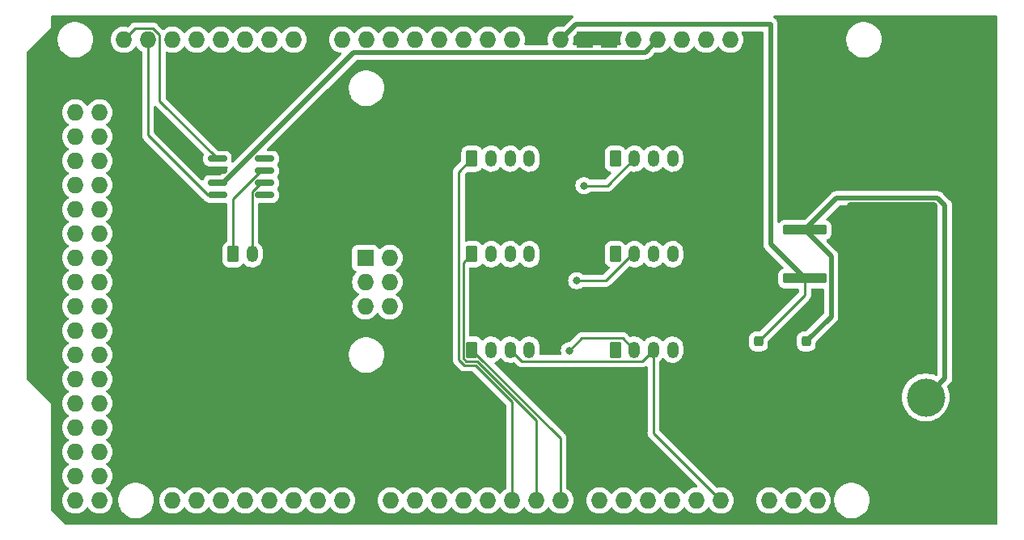
<source format=gbr>
%TF.GenerationSoftware,KiCad,Pcbnew,7.0.7*%
%TF.CreationDate,2024-03-03T00:58:18-08:00*%
%TF.ProjectId,arduino-due-shield,61726475-696e-46f2-9d64-75652d736869,rev?*%
%TF.SameCoordinates,Original*%
%TF.FileFunction,Copper,L1,Top*%
%TF.FilePolarity,Positive*%
%FSLAX46Y46*%
G04 Gerber Fmt 4.6, Leading zero omitted, Abs format (unit mm)*
G04 Created by KiCad (PCBNEW 7.0.7) date 2024-03-03 00:58:18*
%MOMM*%
%LPD*%
G01*
G04 APERTURE LIST*
G04 Aperture macros list*
%AMRoundRect*
0 Rectangle with rounded corners*
0 $1 Rounding radius*
0 $2 $3 $4 $5 $6 $7 $8 $9 X,Y pos of 4 corners*
0 Add a 4 corners polygon primitive as box body*
4,1,4,$2,$3,$4,$5,$6,$7,$8,$9,$2,$3,0*
0 Add four circle primitives for the rounded corners*
1,1,$1+$1,$2,$3*
1,1,$1+$1,$4,$5*
1,1,$1+$1,$6,$7*
1,1,$1+$1,$8,$9*
0 Add four rect primitives between the rounded corners*
20,1,$1+$1,$2,$3,$4,$5,0*
20,1,$1+$1,$4,$5,$6,$7,0*
20,1,$1+$1,$6,$7,$8,$9,0*
20,1,$1+$1,$8,$9,$2,$3,0*%
G04 Aperture macros list end*
%TA.AperFunction,ComponentPad*%
%ADD10RoundRect,0.250000X-0.350000X-0.625000X0.350000X-0.625000X0.350000X0.625000X-0.350000X0.625000X0*%
%TD*%
%TA.AperFunction,ComponentPad*%
%ADD11O,1.200000X1.750000*%
%TD*%
%TA.AperFunction,SMDPad,CuDef*%
%ADD12RoundRect,0.237500X-0.237500X0.300000X-0.237500X-0.300000X0.237500X-0.300000X0.237500X0.300000X0*%
%TD*%
%TA.AperFunction,SMDPad,CuDef*%
%ADD13RoundRect,0.150000X-0.825000X-0.150000X0.825000X-0.150000X0.825000X0.150000X-0.825000X0.150000X0*%
%TD*%
%TA.AperFunction,ComponentPad*%
%ADD14O,1.727200X1.727200*%
%TD*%
%TA.AperFunction,ComponentPad*%
%ADD15R,1.727200X1.727200*%
%TD*%
%TA.AperFunction,ComponentPad*%
%ADD16R,3.800000X3.800000*%
%TD*%
%TA.AperFunction,ComponentPad*%
%ADD17C,4.000000*%
%TD*%
%TA.AperFunction,SMDPad,CuDef*%
%ADD18RoundRect,0.250000X-2.050000X-0.300000X2.050000X-0.300000X2.050000X0.300000X-2.050000X0.300000X0*%
%TD*%
%TA.AperFunction,SMDPad,CuDef*%
%ADD19RoundRect,0.250000X-2.025000X-2.375000X2.025000X-2.375000X2.025000X2.375000X-2.025000X2.375000X0*%
%TD*%
%TA.AperFunction,SMDPad,CuDef*%
%ADD20RoundRect,0.250002X-4.449998X-5.149998X4.449998X-5.149998X4.449998X5.149998X-4.449998X5.149998X0*%
%TD*%
%TA.AperFunction,SMDPad,CuDef*%
%ADD21RoundRect,0.237500X0.237500X-0.300000X0.237500X0.300000X-0.237500X0.300000X-0.237500X-0.300000X0*%
%TD*%
%TA.AperFunction,ViaPad*%
%ADD22C,0.800000*%
%TD*%
%TA.AperFunction,Conductor*%
%ADD23C,0.500000*%
%TD*%
%TA.AperFunction,Conductor*%
%ADD24C,0.250000*%
%TD*%
G04 APERTURE END LIST*
D10*
%TO.P,J6,1,Pin_1*%
%TO.N,Net-(A1-PadD5)*%
X70000000Y-40000000D03*
D11*
%TO.P,J6,2,Pin_2*%
%TO.N,Net-(A1-PadD25)*%
X72000000Y-40000000D03*
%TO.P,J6,3,Pin_3*%
%TO.N,Net-(A1-PadD13)*%
X74000000Y-40000000D03*
%TO.P,J6,4,Pin_4*%
%TO.N,Net-(A1-3.3V)*%
X76000000Y-40000000D03*
%TD*%
D10*
%TO.P,J8,1,Pin_1*%
%TO.N,Net-(A1-PadD7)*%
X70000000Y-60000000D03*
D11*
%TO.P,J8,2,Pin_2*%
%TO.N,Net-(A1-PadD27)*%
X72000000Y-60000000D03*
%TO.P,J8,3,Pin_3*%
%TO.N,Net-(A1-PadD13)*%
X74000000Y-60000000D03*
%TO.P,J8,4,Pin_4*%
%TO.N,Net-(A1-3.3V)*%
X76000000Y-60000000D03*
%TD*%
D12*
%TO.P,C2,1*%
%TO.N,Net-(U2-OUT)*%
X100000000Y-59137500D03*
%TO.P,C2,2*%
%TO.N,GND*%
X100000000Y-60862500D03*
%TD*%
D13*
%TO.P,U1,1,D*%
%TO.N,Net-(A1-CANTX)*%
X43346600Y-40005000D03*
%TO.P,U1,2,GND*%
%TO.N,GND*%
X43346600Y-41275000D03*
%TO.P,U1,3,VCC*%
%TO.N,Net-(A1-3.3V)*%
X43346600Y-42545000D03*
%TO.P,U1,4,R*%
%TO.N,Net-(A1-CANRX)*%
X43346600Y-43815000D03*
%TO.P,U1,5,NC*%
%TO.N,unconnected-(U1-NC-Pad5)*%
X48296600Y-43815000D03*
%TO.P,U1,6,CANL*%
%TO.N,Net-(U1-CANL)*%
X48296600Y-42545000D03*
%TO.P,U1,7,CANH*%
%TO.N,Net-(U1-CANH)*%
X48296600Y-41275000D03*
%TO.P,U1,8,NC*%
%TO.N,unconnected-(U1-NC-Pad8)*%
X48296600Y-40005000D03*
%TD*%
D10*
%TO.P,J5,1,Pin_1*%
%TO.N,Net-(A1-D4_CS1)*%
X85000000Y-60000000D03*
D11*
%TO.P,J5,2,Pin_2*%
%TO.N,Net-(A1-PadD24)*%
X87000000Y-60000000D03*
%TO.P,J5,3,Pin_3*%
%TO.N,Net-(A1-PadD13)*%
X89000000Y-60000000D03*
%TO.P,J5,4,Pin_4*%
%TO.N,Net-(A1-3.3V)*%
X91000000Y-60000000D03*
%TD*%
D14*
%TO.P,A1,*%
%TO.N,*%
X97060000Y-27540000D03*
%TO.P,A1,3V3,3.3V*%
%TO.N,Net-(A1-3.3V)*%
X89440000Y-27540000D03*
%TO.P,A1,5V1,5V*%
%TO.N,unconnected-(A1-5V-Pad5V1)*%
X86900000Y-27540000D03*
%TO.P,A1,5V2,SPI_5V*%
%TO.N,unconnected-(A1-SPI_5V-Pad5V2)*%
X58833000Y-55480000D03*
%TO.P,A1,5V3,5V*%
%TO.N,unconnected-(A1-5V-Pad5V3)*%
X31020000Y-75800000D03*
%TO.P,A1,5V4,5V*%
%TO.N,unconnected-(A1-5V-Pad5V4)*%
X28480000Y-75800000D03*
%TO.P,A1,A0,A0*%
%TO.N,unconnected-(A1-PadA0)*%
X74200000Y-27540000D03*
%TO.P,A1,A1,A1*%
%TO.N,unconnected-(A1-PadA1)*%
X71660000Y-27540000D03*
%TO.P,A1,A2,A2*%
%TO.N,unconnected-(A1-PadA2)*%
X69120000Y-27540000D03*
%TO.P,A1,A3,A3*%
%TO.N,unconnected-(A1-PadA3)*%
X66580000Y-27540000D03*
%TO.P,A1,A4,A4*%
%TO.N,unconnected-(A1-PadA4)*%
X64040000Y-27540000D03*
%TO.P,A1,A5,A5*%
%TO.N,unconnected-(A1-PadA5)*%
X61500000Y-27540000D03*
%TO.P,A1,A6,A6*%
%TO.N,unconnected-(A1-PadA6)*%
X58960000Y-27540000D03*
%TO.P,A1,A7,A7*%
%TO.N,unconnected-(A1-PadA7)*%
X56420000Y-27540000D03*
%TO.P,A1,A8,A8*%
%TO.N,unconnected-(A1-PadA8)*%
X51340000Y-27540000D03*
%TO.P,A1,A9,A9*%
%TO.N,unconnected-(A1-PadA9)*%
X48800000Y-27540000D03*
%TO.P,A1,A10,A10*%
%TO.N,unconnected-(A1-PadA10)*%
X46260000Y-27540000D03*
%TO.P,A1,A11,A11*%
%TO.N,unconnected-(A1-PadA11)*%
X43720000Y-27540000D03*
%TO.P,A1,AREF,AREF*%
%TO.N,unconnected-(A1-PadAREF)*%
X101124000Y-75800000D03*
%TO.P,A1,CANR,CANRX*%
%TO.N,Net-(A1-CANRX)*%
X36100000Y-27540000D03*
%TO.P,A1,CANT,CANTX*%
%TO.N,Net-(A1-CANTX)*%
X33560000Y-27540000D03*
%TO.P,A1,D0,D0/RX0*%
%TO.N,unconnected-(A1-D0{slash}RX0-PadD0)*%
X61500000Y-75800000D03*
%TO.P,A1,D1,D1/TX0*%
%TO.N,unconnected-(A1-D1{slash}TX0-PadD1)*%
X64040000Y-75800000D03*
%TO.P,A1,D2,D2*%
%TO.N,Net-(A1-PadD2)*%
X66580000Y-75800000D03*
%TO.P,A1,D3,D3*%
%TO.N,Net-(A1-PadD3)*%
X69120000Y-75800000D03*
%TO.P,A1,D4,D4_CS1*%
%TO.N,Net-(A1-D4_CS1)*%
X71660000Y-75800000D03*
%TO.P,A1,D5,D5*%
%TO.N,Net-(A1-PadD5)*%
X74200000Y-75800000D03*
%TO.P,A1,D6,D6*%
%TO.N,Net-(A1-PadD6)*%
X76740000Y-75800000D03*
%TO.P,A1,D7,D7*%
%TO.N,Net-(A1-PadD7)*%
X79280000Y-75800000D03*
%TO.P,A1,D8,D8*%
%TO.N,unconnected-(A1-PadD8)*%
X83344000Y-75800000D03*
%TO.P,A1,D9,D9*%
%TO.N,unconnected-(A1-PadD9)*%
X85884000Y-75800000D03*
%TO.P,A1,D10,D10_CS0*%
%TO.N,unconnected-(A1-D10_CS0-PadD10)*%
X88424000Y-75800000D03*
%TO.P,A1,D11,D11*%
%TO.N,unconnected-(A1-PadD11)*%
X90964000Y-75800000D03*
%TO.P,A1,D12,D12*%
%TO.N,unconnected-(A1-PadD12)*%
X93504000Y-75800000D03*
%TO.P,A1,D13,D13*%
%TO.N,Net-(A1-PadD13)*%
X96044000Y-75800000D03*
%TO.P,A1,D14,D14/TX3*%
%TO.N,unconnected-(A1-D14{slash}TX3-PadD14)*%
X56420000Y-75800000D03*
%TO.P,A1,D15,D15/RX3*%
%TO.N,unconnected-(A1-D15{slash}RX3-PadD15)*%
X53880000Y-75800000D03*
%TO.P,A1,D16,D16/TX2*%
%TO.N,unconnected-(A1-D16{slash}TX2-PadD16)*%
X51340000Y-75800000D03*
%TO.P,A1,D17,D17/RX2*%
%TO.N,unconnected-(A1-D17{slash}RX2-PadD17)*%
X48800000Y-75800000D03*
%TO.P,A1,D18,D18/TX1*%
%TO.N,unconnected-(A1-D18{slash}TX1-PadD18)*%
X46260000Y-75800000D03*
%TO.P,A1,D19,D19/RX1*%
%TO.N,unconnected-(A1-D19{slash}RX1-PadD19)*%
X43720000Y-75800000D03*
%TO.P,A1,D20,D20/SDA*%
%TO.N,unconnected-(A1-D20{slash}SDA-PadD20)*%
X41180000Y-75800000D03*
%TO.P,A1,D21,D21/SCL*%
%TO.N,unconnected-(A1-D21{slash}SCL-PadD21)*%
X38640000Y-75800000D03*
%TO.P,A1,D22,D22*%
%TO.N,Net-(A1-PadD22)*%
X31020000Y-73260000D03*
%TO.P,A1,D23,D23*%
%TO.N,Net-(A1-PadD23)*%
X28480000Y-73260000D03*
%TO.P,A1,D24,D24*%
%TO.N,Net-(A1-PadD24)*%
X31020000Y-70720000D03*
%TO.P,A1,D25,D25*%
%TO.N,Net-(A1-PadD25)*%
X28480000Y-70720000D03*
%TO.P,A1,D26,D26*%
%TO.N,Net-(A1-PadD26)*%
X31020000Y-68180000D03*
%TO.P,A1,D27,D27*%
%TO.N,Net-(A1-PadD27)*%
X28480000Y-68180000D03*
%TO.P,A1,D28,D28*%
%TO.N,unconnected-(A1-PadD28)*%
X31020000Y-65640000D03*
%TO.P,A1,D29,D29*%
%TO.N,unconnected-(A1-PadD29)*%
X28480000Y-65640000D03*
%TO.P,A1,D30,D30*%
%TO.N,unconnected-(A1-PadD30)*%
X31020000Y-63100000D03*
%TO.P,A1,D31,D31*%
%TO.N,unconnected-(A1-PadD31)*%
X28480000Y-63100000D03*
%TO.P,A1,D32,D32*%
%TO.N,unconnected-(A1-PadD32)*%
X31020000Y-60560000D03*
%TO.P,A1,D33,D33*%
%TO.N,unconnected-(A1-PadD33)*%
X28480000Y-60560000D03*
%TO.P,A1,D34,D34*%
%TO.N,unconnected-(A1-PadD34)*%
X31020000Y-58020000D03*
%TO.P,A1,D35,D35*%
%TO.N,unconnected-(A1-PadD35)*%
X28480000Y-58020000D03*
%TO.P,A1,D36,D36*%
%TO.N,unconnected-(A1-PadD36)*%
X31020000Y-55480000D03*
%TO.P,A1,D37,D37*%
%TO.N,unconnected-(A1-PadD37)*%
X28480000Y-55480000D03*
%TO.P,A1,D38,D38*%
%TO.N,unconnected-(A1-PadD38)*%
X31020000Y-52940000D03*
%TO.P,A1,D39,D39*%
%TO.N,unconnected-(A1-PadD39)*%
X28480000Y-52940000D03*
%TO.P,A1,D40,D40*%
%TO.N,unconnected-(A1-PadD40)*%
X31020000Y-50400000D03*
%TO.P,A1,D41,D41*%
%TO.N,unconnected-(A1-PadD41)*%
X28480000Y-50400000D03*
%TO.P,A1,D42,D42*%
%TO.N,unconnected-(A1-PadD42)*%
X31020000Y-47860000D03*
%TO.P,A1,D43,D43*%
%TO.N,unconnected-(A1-PadD43)*%
X28480000Y-47860000D03*
%TO.P,A1,D44,D44*%
%TO.N,unconnected-(A1-PadD44)*%
X31020000Y-45320000D03*
%TO.P,A1,D45,D45*%
%TO.N,unconnected-(A1-PadD45)*%
X28480000Y-45320000D03*
%TO.P,A1,D46,D46*%
%TO.N,unconnected-(A1-PadD46)*%
X31020000Y-42780000D03*
%TO.P,A1,D47,D47*%
%TO.N,unconnected-(A1-PadD47)*%
X28480000Y-42780000D03*
%TO.P,A1,D48,D48*%
%TO.N,unconnected-(A1-PadD48)*%
X31020000Y-40240000D03*
%TO.P,A1,D49,D49*%
%TO.N,unconnected-(A1-PadD49)*%
X28480000Y-40240000D03*
%TO.P,A1,D50,D50*%
%TO.N,unconnected-(A1-PadD50)*%
X31020000Y-37700000D03*
%TO.P,A1,D51,D51*%
%TO.N,unconnected-(A1-PadD51)*%
X28480000Y-37700000D03*
%TO.P,A1,D52,D52_CS2*%
%TO.N,unconnected-(A1-D52_CS2-PadD52)*%
X31020000Y-35160000D03*
%TO.P,A1,D53,D53*%
%TO.N,unconnected-(A1-PadD53)*%
X28480000Y-35160000D03*
%TO.P,A1,DAC0,DAC0*%
%TO.N,unconnected-(A1-PadDAC0)*%
X41180000Y-27540000D03*
%TO.P,A1,DAC1,DAC1*%
%TO.N,unconnected-(A1-PadDAC1)*%
X38640000Y-27540000D03*
D15*
%TO.P,A1,GND1,GND*%
%TO.N,GND*%
X98584000Y-75800000D03*
%TO.P,A1,GND2,GND*%
X84360000Y-27540000D03*
%TO.P,A1,GND3,GND*%
X81820000Y-27540000D03*
%TO.P,A1,GND4,SPI_GND*%
%TO.N,unconnected-(A1-SPI_GND-PadGND4)*%
X58833000Y-50400000D03*
%TO.P,A1,GND5,GND*%
%TO.N,GND*%
X31020000Y-32620000D03*
%TO.P,A1,GND6,GND*%
X28480000Y-32620000D03*
D14*
%TO.P,A1,IORF,IOREF*%
%TO.N,unconnected-(A1-IOREF-PadIORF)*%
X94520000Y-27540000D03*
%TO.P,A1,MISO,SPI_MISO*%
%TO.N,unconnected-(A1-SPI_MISO-PadMISO)*%
X61373000Y-55480000D03*
%TO.P,A1,MOSI,SPI_MOSI*%
%TO.N,unconnected-(A1-SPI_MOSI-PadMOSI)*%
X58833000Y-52940000D03*
%TO.P,A1,RST1,RESET*%
%TO.N,unconnected-(A1-RESET-PadRST1)*%
X91980000Y-27540000D03*
%TO.P,A1,RST2,SPI_RESET*%
%TO.N,unconnected-(A1-SPI_RESET-PadRST2)*%
X61373000Y-50400000D03*
%TO.P,A1,SCK,SPI_SCK*%
%TO.N,unconnected-(A1-SPI_SCK-PadSCK)*%
X61373000Y-52940000D03*
%TO.P,A1,SCL1,SCL1*%
%TO.N,unconnected-(A1-PadSCL1)*%
X106204000Y-75800000D03*
%TO.P,A1,SDA1,SDA1*%
%TO.N,unconnected-(A1-PadSDA1)*%
X103664000Y-75800000D03*
%TO.P,A1,VIN,VIN*%
%TO.N,Net-(U2-OUT)*%
X79280000Y-27540000D03*
%TD*%
D16*
%TO.P,J1,1,Pin_1*%
%TO.N,GND*%
X117500000Y-70000000D03*
D17*
%TO.P,J1,2,Pin_2*%
%TO.N,Net-(J1-Pin_2)*%
X117500000Y-65000000D03*
%TD*%
D10*
%TO.P,J2,1,Pin_1*%
%TO.N,Net-(U1-CANH)*%
X45000000Y-50000000D03*
D11*
%TO.P,J2,2,Pin_2*%
%TO.N,Net-(U1-CANL)*%
X47000000Y-50000000D03*
%TD*%
D18*
%TO.P,U2,1,IN*%
%TO.N,Net-(J1-Pin_2)*%
X104850000Y-47460000D03*
D19*
%TO.P,U2,2,GND*%
%TO.N,GND*%
X111575000Y-47225000D03*
X111575000Y-52775000D03*
D20*
X114000000Y-50000000D03*
D19*
X116425000Y-47225000D03*
X116425000Y-52775000D03*
D18*
%TO.P,U2,3,OUT*%
%TO.N,Net-(U2-OUT)*%
X104850000Y-52540000D03*
%TD*%
D10*
%TO.P,J7,1,Pin_1*%
%TO.N,Net-(A1-PadD6)*%
X70000000Y-50000000D03*
D11*
%TO.P,J7,2,Pin_2*%
%TO.N,Net-(A1-PadD26)*%
X72000000Y-50000000D03*
%TO.P,J7,3,Pin_3*%
%TO.N,Net-(A1-PadD13)*%
X74000000Y-50000000D03*
%TO.P,J7,4,Pin_4*%
%TO.N,Net-(A1-3.3V)*%
X76000000Y-50000000D03*
%TD*%
D10*
%TO.P,J3,1,Pin_1*%
%TO.N,Net-(A1-PadD2)*%
X85000000Y-40000000D03*
D11*
%TO.P,J3,2,Pin_2*%
%TO.N,Net-(A1-PadD22)*%
X87000000Y-40000000D03*
%TO.P,J3,3,Pin_3*%
%TO.N,Net-(A1-PadD13)*%
X89000000Y-40000000D03*
%TO.P,J3,4,Pin_4*%
%TO.N,Net-(A1-3.3V)*%
X91000000Y-40000000D03*
%TD*%
D21*
%TO.P,C1,1*%
%TO.N,GND*%
X105000000Y-60862500D03*
%TO.P,C1,2*%
%TO.N,Net-(J1-Pin_2)*%
X105000000Y-59137500D03*
%TD*%
D10*
%TO.P,J4,1,Pin_1*%
%TO.N,Net-(A1-PadD3)*%
X85000000Y-50000000D03*
D11*
%TO.P,J4,2,Pin_2*%
%TO.N,Net-(A1-PadD23)*%
X87000000Y-50000000D03*
%TO.P,J4,3,Pin_3*%
%TO.N,Net-(A1-PadD13)*%
X89000000Y-50000000D03*
%TO.P,J4,4,Pin_4*%
%TO.N,Net-(A1-3.3V)*%
X91000000Y-50000000D03*
%TD*%
D22*
%TO.N,GND*%
X111760000Y-37338000D03*
X33274000Y-60706000D03*
X39370000Y-38100000D03*
X113284000Y-37338000D03*
X90932000Y-73660000D03*
X113284000Y-38862000D03*
X40894000Y-39624000D03*
X33274000Y-63246000D03*
X83312000Y-73660000D03*
X88392000Y-73660000D03*
X33274000Y-58166000D03*
X85852000Y-73660000D03*
X111760000Y-38862000D03*
X37846000Y-36830000D03*
X33274000Y-55626000D03*
%TO.N,Net-(A1-PadD22)*%
X81737200Y-42824400D03*
%TO.N,Net-(A1-PadD23)*%
X80975200Y-52781200D03*
%TO.N,Net-(A1-PadD24)*%
X80213200Y-60096400D03*
%TD*%
D23*
%TO.N,Net-(U2-OUT)*%
X104850000Y-52540000D02*
X101244400Y-48934400D01*
D24*
X104851200Y-54286300D02*
X104851200Y-52541200D01*
D23*
X80912000Y-25908000D02*
X79280000Y-27540000D01*
X101244400Y-25908000D02*
X80912000Y-25908000D01*
X101244400Y-48934400D02*
X101244400Y-25908000D01*
D24*
X100000000Y-59137500D02*
X104851200Y-54286300D01*
X104851200Y-52541200D02*
X104850000Y-52540000D01*
%TO.N,Net-(A1-CANTX)*%
X43346600Y-40005000D02*
X37288600Y-33947000D01*
X34748600Y-26351400D02*
X33560000Y-27540000D01*
X36592335Y-26351400D02*
X34748600Y-26351400D01*
X37288600Y-27047665D02*
X36592335Y-26351400D01*
X37288600Y-33947000D02*
X37288600Y-27047665D01*
D23*
%TO.N,Net-(A1-3.3V)*%
X88126400Y-28853600D02*
X89440000Y-27540000D01*
X57620316Y-28853600D02*
X88126400Y-28853600D01*
X43928916Y-42545000D02*
X57620316Y-28853600D01*
X43346600Y-42545000D02*
X43928916Y-42545000D01*
D24*
%TO.N,Net-(A1-CANRX)*%
X42371601Y-43815000D02*
X36100000Y-37543399D01*
X36100000Y-37543399D02*
X36100000Y-27540000D01*
X43346600Y-43815000D02*
X42371601Y-43815000D01*
%TO.N,Net-(U1-CANL)*%
X46996600Y-43464092D02*
X47915692Y-42545000D01*
X47915692Y-42545000D02*
X48296600Y-42545000D01*
X46996600Y-49996600D02*
X46996600Y-43464092D01*
X47000000Y-50000000D02*
X46996600Y-49996600D01*
%TO.N,Net-(U1-CANH)*%
X45000000Y-44190692D02*
X47915692Y-41275000D01*
X45000000Y-50000000D02*
X45000000Y-44190692D01*
X47915692Y-41275000D02*
X48296600Y-41275000D01*
%TO.N,Net-(A1-PadD22)*%
X84175600Y-42824400D02*
X87000000Y-40000000D01*
X81737200Y-42824400D02*
X84175600Y-42824400D01*
%TO.N,Net-(A1-PadD13)*%
X75200000Y-61200000D02*
X87800000Y-61200000D01*
X89000000Y-68756000D02*
X96044000Y-75800000D01*
X74000000Y-60000000D02*
X75200000Y-61200000D01*
X87800000Y-61200000D02*
X89000000Y-60000000D01*
X89000000Y-60000000D02*
X89000000Y-68756000D01*
%TO.N,Net-(A1-PadD23)*%
X84013900Y-52781200D02*
X86795100Y-50000000D01*
X80975200Y-52781200D02*
X84013900Y-52781200D01*
X86795100Y-50000000D02*
X87000000Y-50000000D01*
%TO.N,Net-(A1-PadD24)*%
X81509600Y-58800000D02*
X85800000Y-58800000D01*
X80213200Y-60096400D02*
X81509600Y-58800000D01*
X85800000Y-58800000D02*
X87000000Y-60000000D01*
%TO.N,Net-(A1-PadD5)*%
X68625000Y-41375000D02*
X70000000Y-40000000D01*
X69218504Y-61650000D02*
X68625000Y-61056496D01*
X70377208Y-61650000D02*
X69218504Y-61650000D01*
X74200000Y-75800000D02*
X74200000Y-65472792D01*
X74200000Y-65472792D02*
X70377208Y-61650000D01*
X68625000Y-61056496D02*
X68625000Y-41375000D01*
%TO.N,Net-(A1-PadD6)*%
X69075000Y-60870100D02*
X69075000Y-50925000D01*
X69404900Y-61200000D02*
X69075000Y-60870100D01*
X70563604Y-61200000D02*
X69404900Y-61200000D01*
X76740000Y-67376396D02*
X70563604Y-61200000D01*
X76740000Y-75800000D02*
X76740000Y-67376396D01*
X69075000Y-50925000D02*
X70000000Y-50000000D01*
%TO.N,Net-(A1-PadD7)*%
X79280000Y-75800000D02*
X79280000Y-69280000D01*
X79280000Y-69280000D02*
X70000000Y-60000000D01*
D23*
%TO.N,Net-(J1-Pin_2)*%
X108160000Y-44150000D02*
X104850000Y-47460000D01*
X119500000Y-63000000D02*
X119500000Y-44903122D01*
X118746878Y-44150000D02*
X108160000Y-44150000D01*
X119500000Y-44903122D02*
X118746878Y-44150000D01*
X107600000Y-56537500D02*
X107600000Y-50210000D01*
X107600000Y-50210000D02*
X104850000Y-47460000D01*
X105000000Y-59137500D02*
X107600000Y-56537500D01*
X117500000Y-65000000D02*
X119500000Y-63000000D01*
%TD*%
%TA.AperFunction,Conductor*%
%TO.N,GND*%
G36*
X80579199Y-25020185D02*
G01*
X80624954Y-25072989D01*
X80634898Y-25142147D01*
X80605873Y-25205703D01*
X80577990Y-25227391D01*
X80578914Y-25228796D01*
X80508708Y-25274971D01*
X80443347Y-25315285D01*
X80437683Y-25319765D01*
X80437647Y-25319719D01*
X80431798Y-25324484D01*
X80431835Y-25324528D01*
X80426310Y-25329164D01*
X80426304Y-25329169D01*
X80426304Y-25329170D01*
X80373597Y-25385034D01*
X80373598Y-25385034D01*
X79600737Y-26157894D01*
X79539414Y-26191379D01*
X79492647Y-26192522D01*
X79393033Y-26175900D01*
X79166967Y-26175900D01*
X79122370Y-26183341D01*
X78943982Y-26213109D01*
X78730172Y-26286510D01*
X78730167Y-26286512D01*
X78531352Y-26394106D01*
X78352955Y-26532959D01*
X78352950Y-26532963D01*
X78199850Y-26699272D01*
X78199842Y-26699283D01*
X78076198Y-26888533D01*
X77985388Y-27095560D01*
X77929892Y-27314710D01*
X77911225Y-27539993D01*
X77911225Y-27540006D01*
X77929892Y-27765289D01*
X77976328Y-27948660D01*
X77973703Y-28018480D01*
X77933747Y-28075798D01*
X77869145Y-28102414D01*
X77856122Y-28103100D01*
X75623878Y-28103100D01*
X75556839Y-28083415D01*
X75511084Y-28030611D01*
X75501140Y-27961453D01*
X75503672Y-27948660D01*
X75550107Y-27765293D01*
X75568775Y-27540000D01*
X75568775Y-27539994D01*
X75568775Y-27539993D01*
X75550107Y-27314710D01*
X75550107Y-27314707D01*
X75494611Y-27095559D01*
X75403802Y-26888535D01*
X75280156Y-26699281D01*
X75280153Y-26699278D01*
X75280149Y-26699272D01*
X75127049Y-26532963D01*
X75127048Y-26532962D01*
X75127046Y-26532960D01*
X74948649Y-26394107D01*
X74872910Y-26353119D01*
X74749832Y-26286512D01*
X74749827Y-26286510D01*
X74536017Y-26213109D01*
X74368778Y-26185202D01*
X74313033Y-26175900D01*
X74086967Y-26175900D01*
X74042370Y-26183341D01*
X73863982Y-26213109D01*
X73650172Y-26286510D01*
X73650167Y-26286512D01*
X73451352Y-26394106D01*
X73272955Y-26532959D01*
X73272950Y-26532963D01*
X73119850Y-26699272D01*
X73119842Y-26699283D01*
X73033808Y-26830968D01*
X72980662Y-26876325D01*
X72911430Y-26885748D01*
X72848095Y-26856246D01*
X72826192Y-26830968D01*
X72740157Y-26699283D01*
X72740149Y-26699272D01*
X72587049Y-26532963D01*
X72587048Y-26532962D01*
X72587046Y-26532960D01*
X72408649Y-26394107D01*
X72332910Y-26353119D01*
X72209832Y-26286512D01*
X72209827Y-26286510D01*
X71996017Y-26213109D01*
X71828778Y-26185202D01*
X71773033Y-26175900D01*
X71546967Y-26175900D01*
X71502370Y-26183341D01*
X71323982Y-26213109D01*
X71110172Y-26286510D01*
X71110167Y-26286512D01*
X70911352Y-26394106D01*
X70732955Y-26532959D01*
X70732950Y-26532963D01*
X70579850Y-26699272D01*
X70579842Y-26699283D01*
X70493808Y-26830968D01*
X70440662Y-26876325D01*
X70371430Y-26885748D01*
X70308095Y-26856246D01*
X70286192Y-26830968D01*
X70200157Y-26699283D01*
X70200149Y-26699272D01*
X70047049Y-26532963D01*
X70047048Y-26532962D01*
X70047046Y-26532960D01*
X69868649Y-26394107D01*
X69792910Y-26353119D01*
X69669832Y-26286512D01*
X69669827Y-26286510D01*
X69456017Y-26213109D01*
X69288778Y-26185202D01*
X69233033Y-26175900D01*
X69006967Y-26175900D01*
X68962370Y-26183341D01*
X68783982Y-26213109D01*
X68570172Y-26286510D01*
X68570167Y-26286512D01*
X68371352Y-26394106D01*
X68192955Y-26532959D01*
X68192950Y-26532963D01*
X68039850Y-26699272D01*
X68039842Y-26699283D01*
X67953808Y-26830968D01*
X67900662Y-26876325D01*
X67831430Y-26885748D01*
X67768095Y-26856246D01*
X67746192Y-26830968D01*
X67660157Y-26699283D01*
X67660149Y-26699272D01*
X67507049Y-26532963D01*
X67507048Y-26532962D01*
X67507046Y-26532960D01*
X67328649Y-26394107D01*
X67252910Y-26353119D01*
X67129832Y-26286512D01*
X67129827Y-26286510D01*
X66916017Y-26213109D01*
X66748778Y-26185202D01*
X66693033Y-26175900D01*
X66466967Y-26175900D01*
X66422370Y-26183341D01*
X66243982Y-26213109D01*
X66030172Y-26286510D01*
X66030167Y-26286512D01*
X65831352Y-26394106D01*
X65652955Y-26532959D01*
X65652950Y-26532963D01*
X65499850Y-26699272D01*
X65499842Y-26699283D01*
X65413808Y-26830968D01*
X65360662Y-26876325D01*
X65291430Y-26885748D01*
X65228095Y-26856246D01*
X65206192Y-26830968D01*
X65120157Y-26699283D01*
X65120149Y-26699272D01*
X64967049Y-26532963D01*
X64967048Y-26532962D01*
X64967046Y-26532960D01*
X64788649Y-26394107D01*
X64712910Y-26353119D01*
X64589832Y-26286512D01*
X64589827Y-26286510D01*
X64376017Y-26213109D01*
X64208778Y-26185202D01*
X64153033Y-26175900D01*
X63926967Y-26175900D01*
X63882370Y-26183341D01*
X63703982Y-26213109D01*
X63490172Y-26286510D01*
X63490167Y-26286512D01*
X63291352Y-26394106D01*
X63112955Y-26532959D01*
X63112950Y-26532963D01*
X62959850Y-26699272D01*
X62959842Y-26699283D01*
X62873808Y-26830968D01*
X62820662Y-26876325D01*
X62751430Y-26885748D01*
X62688095Y-26856246D01*
X62666192Y-26830968D01*
X62580157Y-26699283D01*
X62580149Y-26699272D01*
X62427049Y-26532963D01*
X62427048Y-26532962D01*
X62427046Y-26532960D01*
X62248649Y-26394107D01*
X62172910Y-26353119D01*
X62049832Y-26286512D01*
X62049827Y-26286510D01*
X61836017Y-26213109D01*
X61668778Y-26185202D01*
X61613033Y-26175900D01*
X61386967Y-26175900D01*
X61342370Y-26183341D01*
X61163982Y-26213109D01*
X60950172Y-26286510D01*
X60950167Y-26286512D01*
X60751352Y-26394106D01*
X60572955Y-26532959D01*
X60572950Y-26532963D01*
X60419850Y-26699272D01*
X60419842Y-26699283D01*
X60333808Y-26830968D01*
X60280662Y-26876325D01*
X60211430Y-26885748D01*
X60148095Y-26856246D01*
X60126192Y-26830968D01*
X60040157Y-26699283D01*
X60040149Y-26699272D01*
X59887049Y-26532963D01*
X59887048Y-26532962D01*
X59887046Y-26532960D01*
X59708649Y-26394107D01*
X59632910Y-26353119D01*
X59509832Y-26286512D01*
X59509827Y-26286510D01*
X59296017Y-26213109D01*
X59128778Y-26185202D01*
X59073033Y-26175900D01*
X58846967Y-26175900D01*
X58802370Y-26183341D01*
X58623982Y-26213109D01*
X58410172Y-26286510D01*
X58410167Y-26286512D01*
X58211352Y-26394106D01*
X58032955Y-26532959D01*
X58032950Y-26532963D01*
X57879850Y-26699272D01*
X57879842Y-26699283D01*
X57793808Y-26830968D01*
X57740662Y-26876325D01*
X57671430Y-26885748D01*
X57608095Y-26856246D01*
X57586192Y-26830968D01*
X57500157Y-26699283D01*
X57500149Y-26699272D01*
X57347049Y-26532963D01*
X57347048Y-26532962D01*
X57347046Y-26532960D01*
X57168649Y-26394107D01*
X57092910Y-26353119D01*
X56969832Y-26286512D01*
X56969827Y-26286510D01*
X56756017Y-26213109D01*
X56588778Y-26185202D01*
X56533033Y-26175900D01*
X56306967Y-26175900D01*
X56262370Y-26183341D01*
X56083982Y-26213109D01*
X55870172Y-26286510D01*
X55870167Y-26286512D01*
X55671352Y-26394106D01*
X55492955Y-26532959D01*
X55492950Y-26532963D01*
X55339850Y-26699272D01*
X55339842Y-26699283D01*
X55216198Y-26888533D01*
X55125388Y-27095560D01*
X55069892Y-27314710D01*
X55051225Y-27539993D01*
X55051225Y-27540006D01*
X55069892Y-27765289D01*
X55125388Y-27984439D01*
X55216198Y-28191466D01*
X55339842Y-28380716D01*
X55339850Y-28380727D01*
X55492950Y-28547036D01*
X55492954Y-28547040D01*
X55671351Y-28685893D01*
X55870169Y-28793488D01*
X55917437Y-28809715D01*
X56068480Y-28861568D01*
X56083986Y-28866891D01*
X56242026Y-28893263D01*
X56304909Y-28923712D01*
X56341349Y-28983327D01*
X56339775Y-29053179D01*
X56309296Y-29103252D01*
X45023192Y-40389355D01*
X44961869Y-40422840D01*
X44892177Y-40417856D01*
X44836244Y-40375984D01*
X44811827Y-40310520D01*
X44816436Y-40267075D01*
X44819198Y-40257569D01*
X44822100Y-40220694D01*
X44822100Y-39789306D01*
X44819198Y-39752431D01*
X44795997Y-39672575D01*
X44773345Y-39594606D01*
X44773344Y-39594603D01*
X44773344Y-39594602D01*
X44689681Y-39453135D01*
X44689679Y-39453133D01*
X44689676Y-39453129D01*
X44573470Y-39336923D01*
X44573462Y-39336917D01*
X44431996Y-39253255D01*
X44431993Y-39253254D01*
X44274173Y-39207402D01*
X44274167Y-39207401D01*
X44237296Y-39204500D01*
X44237294Y-39204500D01*
X43482052Y-39204500D01*
X43415013Y-39184815D01*
X43394371Y-39168181D01*
X37950419Y-33724228D01*
X37916934Y-33662905D01*
X37914100Y-33636547D01*
X37914100Y-28906053D01*
X37933785Y-28839014D01*
X37986589Y-28793259D01*
X38055747Y-28783315D01*
X38087908Y-28792496D01*
X38090165Y-28793486D01*
X38090169Y-28793488D01*
X38090172Y-28793489D01*
X38303982Y-28866890D01*
X38303984Y-28866890D01*
X38303986Y-28866891D01*
X38526967Y-28904100D01*
X38526968Y-28904100D01*
X38753032Y-28904100D01*
X38753033Y-28904100D01*
X38976014Y-28866891D01*
X39189831Y-28793488D01*
X39388649Y-28685893D01*
X39567046Y-28547040D01*
X39666832Y-28438643D01*
X39720149Y-28380727D01*
X39720149Y-28380726D01*
X39720156Y-28380719D01*
X39806193Y-28249028D01*
X39859338Y-28203675D01*
X39928569Y-28194251D01*
X39991905Y-28223753D01*
X40013804Y-28249025D01*
X40099844Y-28380719D01*
X40099849Y-28380724D01*
X40099850Y-28380727D01*
X40252950Y-28547036D01*
X40252954Y-28547040D01*
X40431351Y-28685893D01*
X40630169Y-28793488D01*
X40630172Y-28793489D01*
X40843982Y-28866890D01*
X40843984Y-28866890D01*
X40843986Y-28866891D01*
X41066967Y-28904100D01*
X41066968Y-28904100D01*
X41293032Y-28904100D01*
X41293033Y-28904100D01*
X41516014Y-28866891D01*
X41729831Y-28793488D01*
X41928649Y-28685893D01*
X42107046Y-28547040D01*
X42206832Y-28438643D01*
X42260149Y-28380727D01*
X42260149Y-28380726D01*
X42260156Y-28380719D01*
X42346193Y-28249028D01*
X42399338Y-28203675D01*
X42468569Y-28194251D01*
X42531905Y-28223753D01*
X42553804Y-28249025D01*
X42639844Y-28380719D01*
X42639849Y-28380724D01*
X42639850Y-28380727D01*
X42792950Y-28547036D01*
X42792954Y-28547040D01*
X42971351Y-28685893D01*
X43170169Y-28793488D01*
X43170172Y-28793489D01*
X43383982Y-28866890D01*
X43383984Y-28866890D01*
X43383986Y-28866891D01*
X43606967Y-28904100D01*
X43606968Y-28904100D01*
X43833032Y-28904100D01*
X43833033Y-28904100D01*
X44056014Y-28866891D01*
X44269831Y-28793488D01*
X44468649Y-28685893D01*
X44647046Y-28547040D01*
X44746832Y-28438643D01*
X44800149Y-28380727D01*
X44800149Y-28380726D01*
X44800156Y-28380719D01*
X44886193Y-28249028D01*
X44939338Y-28203675D01*
X45008569Y-28194251D01*
X45071905Y-28223753D01*
X45093804Y-28249025D01*
X45179844Y-28380719D01*
X45179849Y-28380724D01*
X45179850Y-28380727D01*
X45332950Y-28547036D01*
X45332954Y-28547040D01*
X45511351Y-28685893D01*
X45710169Y-28793488D01*
X45710172Y-28793489D01*
X45923982Y-28866890D01*
X45923984Y-28866890D01*
X45923986Y-28866891D01*
X46146967Y-28904100D01*
X46146968Y-28904100D01*
X46373032Y-28904100D01*
X46373033Y-28904100D01*
X46596014Y-28866891D01*
X46809831Y-28793488D01*
X47008649Y-28685893D01*
X47187046Y-28547040D01*
X47286832Y-28438643D01*
X47340149Y-28380727D01*
X47340149Y-28380726D01*
X47340156Y-28380719D01*
X47426193Y-28249028D01*
X47479338Y-28203675D01*
X47548569Y-28194251D01*
X47611905Y-28223753D01*
X47633804Y-28249025D01*
X47719844Y-28380719D01*
X47719849Y-28380724D01*
X47719850Y-28380727D01*
X47872950Y-28547036D01*
X47872954Y-28547040D01*
X48051351Y-28685893D01*
X48250169Y-28793488D01*
X48250172Y-28793489D01*
X48463982Y-28866890D01*
X48463984Y-28866890D01*
X48463986Y-28866891D01*
X48686967Y-28904100D01*
X48686968Y-28904100D01*
X48913032Y-28904100D01*
X48913033Y-28904100D01*
X49136014Y-28866891D01*
X49349831Y-28793488D01*
X49548649Y-28685893D01*
X49727046Y-28547040D01*
X49826832Y-28438643D01*
X49880149Y-28380727D01*
X49880151Y-28380724D01*
X49880156Y-28380719D01*
X49966193Y-28249029D01*
X50019336Y-28203675D01*
X50088567Y-28194251D01*
X50151903Y-28223753D01*
X50173807Y-28249031D01*
X50259842Y-28380716D01*
X50259850Y-28380727D01*
X50412950Y-28547036D01*
X50412954Y-28547040D01*
X50591351Y-28685893D01*
X50790169Y-28793488D01*
X50790172Y-28793489D01*
X51003982Y-28866890D01*
X51003984Y-28866890D01*
X51003986Y-28866891D01*
X51226967Y-28904100D01*
X51226968Y-28904100D01*
X51453032Y-28904100D01*
X51453033Y-28904100D01*
X51676014Y-28866891D01*
X51889831Y-28793488D01*
X52088649Y-28685893D01*
X52267046Y-28547040D01*
X52366832Y-28438643D01*
X52420149Y-28380727D01*
X52420151Y-28380724D01*
X52420156Y-28380719D01*
X52543802Y-28191465D01*
X52634611Y-27984441D01*
X52690107Y-27765293D01*
X52708775Y-27540000D01*
X52708775Y-27539994D01*
X52708775Y-27539993D01*
X52690107Y-27314710D01*
X52690107Y-27314707D01*
X52634611Y-27095559D01*
X52543802Y-26888535D01*
X52420156Y-26699281D01*
X52420153Y-26699278D01*
X52420149Y-26699272D01*
X52267049Y-26532963D01*
X52267048Y-26532962D01*
X52267046Y-26532960D01*
X52088649Y-26394107D01*
X52012910Y-26353119D01*
X51889832Y-26286512D01*
X51889827Y-26286510D01*
X51676017Y-26213109D01*
X51508778Y-26185202D01*
X51453033Y-26175900D01*
X51226967Y-26175900D01*
X51182370Y-26183341D01*
X51003982Y-26213109D01*
X50790172Y-26286510D01*
X50790167Y-26286512D01*
X50591352Y-26394106D01*
X50412955Y-26532959D01*
X50412950Y-26532963D01*
X50259850Y-26699272D01*
X50259846Y-26699278D01*
X50173807Y-26830969D01*
X50120660Y-26876325D01*
X50051429Y-26885748D01*
X49988093Y-26856245D01*
X49966192Y-26830969D01*
X49880156Y-26699281D01*
X49880151Y-26699276D01*
X49880149Y-26699272D01*
X49727049Y-26532963D01*
X49727048Y-26532962D01*
X49727046Y-26532960D01*
X49548649Y-26394107D01*
X49472910Y-26353119D01*
X49349832Y-26286512D01*
X49349827Y-26286510D01*
X49136017Y-26213109D01*
X48968778Y-26185202D01*
X48913033Y-26175900D01*
X48686967Y-26175900D01*
X48642370Y-26183341D01*
X48463982Y-26213109D01*
X48250172Y-26286510D01*
X48250167Y-26286512D01*
X48051352Y-26394106D01*
X47872955Y-26532959D01*
X47872950Y-26532963D01*
X47719850Y-26699272D01*
X47719842Y-26699283D01*
X47633808Y-26830968D01*
X47580662Y-26876325D01*
X47511430Y-26885748D01*
X47448095Y-26856246D01*
X47426192Y-26830968D01*
X47340157Y-26699283D01*
X47340149Y-26699272D01*
X47187049Y-26532963D01*
X47187048Y-26532962D01*
X47187046Y-26532960D01*
X47008649Y-26394107D01*
X46932910Y-26353119D01*
X46809832Y-26286512D01*
X46809827Y-26286510D01*
X46596017Y-26213109D01*
X46428778Y-26185202D01*
X46373033Y-26175900D01*
X46146967Y-26175900D01*
X46102370Y-26183341D01*
X45923982Y-26213109D01*
X45710172Y-26286510D01*
X45710167Y-26286512D01*
X45511352Y-26394106D01*
X45332955Y-26532959D01*
X45332950Y-26532963D01*
X45179850Y-26699272D01*
X45179842Y-26699283D01*
X45093808Y-26830968D01*
X45040662Y-26876325D01*
X44971430Y-26885748D01*
X44908095Y-26856246D01*
X44886192Y-26830968D01*
X44800157Y-26699283D01*
X44800149Y-26699272D01*
X44647049Y-26532963D01*
X44647048Y-26532962D01*
X44647046Y-26532960D01*
X44468649Y-26394107D01*
X44392910Y-26353119D01*
X44269832Y-26286512D01*
X44269827Y-26286510D01*
X44056017Y-26213109D01*
X43888778Y-26185202D01*
X43833033Y-26175900D01*
X43606967Y-26175900D01*
X43562370Y-26183341D01*
X43383982Y-26213109D01*
X43170172Y-26286510D01*
X43170167Y-26286512D01*
X42971352Y-26394106D01*
X42792955Y-26532959D01*
X42792950Y-26532963D01*
X42639850Y-26699272D01*
X42639842Y-26699283D01*
X42553808Y-26830968D01*
X42500662Y-26876325D01*
X42431430Y-26885748D01*
X42368095Y-26856246D01*
X42346192Y-26830968D01*
X42260157Y-26699283D01*
X42260149Y-26699272D01*
X42107049Y-26532963D01*
X42107048Y-26532962D01*
X42107046Y-26532960D01*
X41928649Y-26394107D01*
X41852910Y-26353119D01*
X41729832Y-26286512D01*
X41729827Y-26286510D01*
X41516017Y-26213109D01*
X41348778Y-26185202D01*
X41293033Y-26175900D01*
X41066967Y-26175900D01*
X41022370Y-26183341D01*
X40843982Y-26213109D01*
X40630172Y-26286510D01*
X40630167Y-26286512D01*
X40431352Y-26394106D01*
X40252955Y-26532959D01*
X40252950Y-26532963D01*
X40099850Y-26699272D01*
X40099842Y-26699283D01*
X40013808Y-26830968D01*
X39960662Y-26876325D01*
X39891430Y-26885748D01*
X39828095Y-26856246D01*
X39806192Y-26830968D01*
X39720157Y-26699283D01*
X39720149Y-26699272D01*
X39567049Y-26532963D01*
X39567048Y-26532962D01*
X39567046Y-26532960D01*
X39388649Y-26394107D01*
X39312910Y-26353119D01*
X39189832Y-26286512D01*
X39189827Y-26286510D01*
X38976017Y-26213109D01*
X38808778Y-26185202D01*
X38753033Y-26175900D01*
X38526967Y-26175900D01*
X38482370Y-26183341D01*
X38303982Y-26213109D01*
X38090172Y-26286510D01*
X38090167Y-26286512D01*
X37905409Y-26386498D01*
X37891351Y-26394107D01*
X37848134Y-26427743D01*
X37768737Y-26489541D01*
X37703743Y-26515183D01*
X37635203Y-26501616D01*
X37604894Y-26479368D01*
X37093138Y-25967612D01*
X37083315Y-25955350D01*
X37083094Y-25955534D01*
X37078121Y-25949523D01*
X37059494Y-25932031D01*
X37027699Y-25902173D01*
X37017254Y-25891728D01*
X37006810Y-25881283D01*
X37001321Y-25877025D01*
X36996896Y-25873247D01*
X36962917Y-25841338D01*
X36962915Y-25841336D01*
X36962912Y-25841335D01*
X36945364Y-25831688D01*
X36929098Y-25821004D01*
X36913268Y-25808725D01*
X36870503Y-25790218D01*
X36865257Y-25787648D01*
X36824428Y-25765203D01*
X36824427Y-25765202D01*
X36805028Y-25760222D01*
X36786616Y-25753918D01*
X36768233Y-25745962D01*
X36768227Y-25745960D01*
X36722209Y-25738672D01*
X36716487Y-25737487D01*
X36671356Y-25725900D01*
X36671354Y-25725900D01*
X36651319Y-25725900D01*
X36631921Y-25724373D01*
X36624497Y-25723197D01*
X36612140Y-25721240D01*
X36612139Y-25721240D01*
X36565751Y-25725625D01*
X36559913Y-25725900D01*
X34831337Y-25725900D01*
X34815720Y-25724176D01*
X34815693Y-25724462D01*
X34807931Y-25723727D01*
X34738803Y-25725900D01*
X34709250Y-25725900D01*
X34708529Y-25725990D01*
X34702357Y-25726769D01*
X34696545Y-25727226D01*
X34649973Y-25728690D01*
X34649972Y-25728690D01*
X34630729Y-25734281D01*
X34611679Y-25738225D01*
X34591811Y-25740734D01*
X34591809Y-25740735D01*
X34548484Y-25757888D01*
X34542957Y-25759780D01*
X34498210Y-25772781D01*
X34498209Y-25772782D01*
X34480967Y-25782979D01*
X34463499Y-25791537D01*
X34444869Y-25798913D01*
X34444867Y-25798914D01*
X34407176Y-25826298D01*
X34402294Y-25829505D01*
X34362179Y-25853230D01*
X34348008Y-25867400D01*
X34333223Y-25880028D01*
X34317012Y-25891807D01*
X34287309Y-25927710D01*
X34283377Y-25932031D01*
X34029869Y-26185538D01*
X33968546Y-26219023D01*
X33901925Y-26215138D01*
X33896015Y-26213109D01*
X33730790Y-26185538D01*
X33673033Y-26175900D01*
X33446967Y-26175900D01*
X33402370Y-26183341D01*
X33223982Y-26213109D01*
X33010172Y-26286510D01*
X33010167Y-26286512D01*
X32811352Y-26394106D01*
X32632955Y-26532959D01*
X32632950Y-26532963D01*
X32479850Y-26699272D01*
X32479842Y-26699283D01*
X32356198Y-26888533D01*
X32265388Y-27095560D01*
X32209892Y-27314710D01*
X32191225Y-27539993D01*
X32191225Y-27540006D01*
X32209892Y-27765289D01*
X32265388Y-27984439D01*
X32356198Y-28191466D01*
X32479842Y-28380716D01*
X32479850Y-28380727D01*
X32632950Y-28547036D01*
X32632954Y-28547040D01*
X32811351Y-28685893D01*
X33010169Y-28793488D01*
X33010172Y-28793489D01*
X33223982Y-28866890D01*
X33223984Y-28866890D01*
X33223986Y-28866891D01*
X33446967Y-28904100D01*
X33446968Y-28904100D01*
X33673032Y-28904100D01*
X33673033Y-28904100D01*
X33896014Y-28866891D01*
X34109831Y-28793488D01*
X34308649Y-28685893D01*
X34487046Y-28547040D01*
X34586832Y-28438643D01*
X34640149Y-28380727D01*
X34640149Y-28380726D01*
X34640156Y-28380719D01*
X34726193Y-28249028D01*
X34779338Y-28203675D01*
X34848569Y-28194251D01*
X34911905Y-28223753D01*
X34933804Y-28249025D01*
X35019844Y-28380719D01*
X35019849Y-28380724D01*
X35019850Y-28380727D01*
X35172950Y-28547036D01*
X35172954Y-28547040D01*
X35351351Y-28685893D01*
X35409517Y-28717370D01*
X35459107Y-28766588D01*
X35474500Y-28826425D01*
X35474500Y-37460654D01*
X35472775Y-37476271D01*
X35473061Y-37476298D01*
X35472326Y-37484064D01*
X35474500Y-37553213D01*
X35474500Y-37582742D01*
X35474501Y-37582759D01*
X35475368Y-37589630D01*
X35475826Y-37595449D01*
X35477290Y-37642023D01*
X35477291Y-37642026D01*
X35482880Y-37661266D01*
X35486824Y-37680310D01*
X35489311Y-37699993D01*
X35489336Y-37700190D01*
X35506490Y-37743518D01*
X35508382Y-37749046D01*
X35521381Y-37793787D01*
X35531580Y-37811033D01*
X35540138Y-37828502D01*
X35547514Y-37847131D01*
X35574898Y-37884822D01*
X35578106Y-37889706D01*
X35601827Y-37929815D01*
X35601833Y-37929823D01*
X35615990Y-37943979D01*
X35628628Y-37958775D01*
X35640405Y-37974985D01*
X35640406Y-37974986D01*
X35676309Y-38004687D01*
X35680620Y-38008609D01*
X40348931Y-42676921D01*
X41870798Y-44198788D01*
X41880623Y-44211051D01*
X41880844Y-44210869D01*
X41885815Y-44216878D01*
X41911025Y-44240551D01*
X41936236Y-44264226D01*
X41941268Y-44269258D01*
X41960319Y-44293818D01*
X42003516Y-44366861D01*
X42003523Y-44366870D01*
X42119729Y-44483076D01*
X42119733Y-44483079D01*
X42119735Y-44483081D01*
X42261202Y-44566744D01*
X42302824Y-44578836D01*
X42419026Y-44612597D01*
X42419029Y-44612597D01*
X42419031Y-44612598D01*
X42431322Y-44613565D01*
X42455904Y-44615500D01*
X42455906Y-44615500D01*
X44237293Y-44615500D01*
X44237294Y-44615500D01*
X44238149Y-44615432D01*
X44240766Y-44615227D01*
X44309143Y-44629588D01*
X44358902Y-44678637D01*
X44374500Y-44738844D01*
X44374500Y-48593942D01*
X44354815Y-48660981D01*
X44315598Y-48699479D01*
X44283309Y-48719396D01*
X44181342Y-48782289D01*
X44057289Y-48906342D01*
X43965187Y-49055663D01*
X43965185Y-49055668D01*
X43952946Y-49092604D01*
X43910001Y-49222203D01*
X43910001Y-49222204D01*
X43910000Y-49222204D01*
X43899500Y-49324983D01*
X43899500Y-50675001D01*
X43899501Y-50675018D01*
X43910000Y-50777796D01*
X43910001Y-50777799D01*
X43940986Y-50871303D01*
X43965186Y-50944334D01*
X44057288Y-51093656D01*
X44181344Y-51217712D01*
X44330666Y-51309814D01*
X44497203Y-51364999D01*
X44599991Y-51375500D01*
X45400008Y-51375499D01*
X45400016Y-51375498D01*
X45400019Y-51375498D01*
X45497892Y-51365500D01*
X45502797Y-51364999D01*
X45669334Y-51309814D01*
X45818656Y-51217712D01*
X45942712Y-51093656D01*
X45981815Y-51030258D01*
X46033761Y-50983535D01*
X46102723Y-50972312D01*
X46166806Y-51000155D01*
X46184824Y-51018705D01*
X46199907Y-51037885D01*
X46199909Y-51037887D01*
X46358746Y-51175521D01*
X46540750Y-51280601D01*
X46540752Y-51280601D01*
X46540756Y-51280604D01*
X46739367Y-51349344D01*
X46947398Y-51379254D01*
X47157330Y-51369254D01*
X47361576Y-51319704D01*
X47475825Y-51267528D01*
X47552743Y-51232401D01*
X47552746Y-51232399D01*
X47552753Y-51232396D01*
X47723952Y-51110486D01*
X47725340Y-51109031D01*
X47868985Y-50958379D01*
X47878010Y-50944336D01*
X47982613Y-50781572D01*
X48060725Y-50586457D01*
X48100500Y-50380085D01*
X48100500Y-49672575D01*
X48085528Y-49515782D01*
X48026316Y-49314125D01*
X47930011Y-49127318D01*
X47930009Y-49127316D01*
X47930008Y-49127313D01*
X47800094Y-48962116D01*
X47800090Y-48962112D01*
X47664897Y-48844966D01*
X47627123Y-48786187D01*
X47622100Y-48751253D01*
X47622100Y-44739500D01*
X47641785Y-44672461D01*
X47694589Y-44626706D01*
X47746100Y-44615500D01*
X49187296Y-44615500D01*
X49205731Y-44614049D01*
X49224169Y-44612598D01*
X49224171Y-44612597D01*
X49224173Y-44612597D01*
X49265791Y-44600505D01*
X49381998Y-44566744D01*
X49523465Y-44483081D01*
X49639681Y-44366865D01*
X49723344Y-44225398D01*
X49769198Y-44067569D01*
X49772100Y-44030694D01*
X49772100Y-43599306D01*
X49771242Y-43588409D01*
X49769198Y-43562432D01*
X49769197Y-43562426D01*
X49732194Y-43435064D01*
X49723344Y-43404602D01*
X49662373Y-43301505D01*
X49639684Y-43263139D01*
X49634901Y-43256974D01*
X49637352Y-43255072D01*
X49610754Y-43206421D01*
X49615703Y-43136726D01*
X49636542Y-43104299D01*
X49634901Y-43103026D01*
X49639677Y-43096868D01*
X49639681Y-43096865D01*
X49723344Y-42955398D01*
X49769198Y-42797569D01*
X49772100Y-42760694D01*
X49772100Y-42329306D01*
X49769198Y-42292431D01*
X49769126Y-42292184D01*
X49728257Y-42151512D01*
X49723344Y-42134602D01*
X49639681Y-41993135D01*
X49639678Y-41993132D01*
X49634898Y-41986969D01*
X49637342Y-41985072D01*
X49610742Y-41936357D01*
X49615726Y-41866665D01*
X49636544Y-41834307D01*
X49634898Y-41833031D01*
X49639675Y-41826870D01*
X49639681Y-41826865D01*
X49723344Y-41685398D01*
X49769198Y-41527569D01*
X49770649Y-41509131D01*
X49772100Y-41490696D01*
X49772100Y-41059304D01*
X49769198Y-41022432D01*
X49769197Y-41022426D01*
X49730834Y-40890383D01*
X49723344Y-40864602D01*
X49639681Y-40723135D01*
X49639678Y-40723132D01*
X49634898Y-40716969D01*
X49637342Y-40715072D01*
X49610742Y-40666357D01*
X49615726Y-40596665D01*
X49636544Y-40564307D01*
X49634898Y-40563031D01*
X49639675Y-40556870D01*
X49639681Y-40556865D01*
X49723344Y-40415398D01*
X49769198Y-40257569D01*
X49772100Y-40220694D01*
X49772100Y-39789306D01*
X49769198Y-39752431D01*
X49745997Y-39672575D01*
X49723345Y-39594606D01*
X49723344Y-39594603D01*
X49723344Y-39594602D01*
X49639681Y-39453135D01*
X49639679Y-39453133D01*
X49639676Y-39453129D01*
X49523470Y-39336923D01*
X49523462Y-39336917D01*
X49381996Y-39253255D01*
X49381993Y-39253254D01*
X49224173Y-39207402D01*
X49224167Y-39207401D01*
X49187296Y-39204500D01*
X49187294Y-39204500D01*
X48630146Y-39204500D01*
X48563107Y-39184815D01*
X48517352Y-39132011D01*
X48507408Y-39062853D01*
X48536433Y-38999297D01*
X48542465Y-38992819D01*
X54847520Y-32687763D01*
X57105787Y-32687763D01*
X57135413Y-32957013D01*
X57135415Y-32957024D01*
X57203926Y-33219082D01*
X57203928Y-33219088D01*
X57309870Y-33468390D01*
X57381998Y-33586575D01*
X57450979Y-33699605D01*
X57450986Y-33699615D01*
X57624253Y-33907819D01*
X57624259Y-33907824D01*
X57742879Y-34014107D01*
X57825998Y-34088582D01*
X58051910Y-34238044D01*
X58297176Y-34353020D01*
X58297183Y-34353022D01*
X58297185Y-34353023D01*
X58556557Y-34431057D01*
X58556564Y-34431058D01*
X58556569Y-34431060D01*
X58824561Y-34470500D01*
X58824566Y-34470500D01*
X59027636Y-34470500D01*
X59079133Y-34466730D01*
X59230156Y-34455677D01*
X59342758Y-34430593D01*
X59494546Y-34396782D01*
X59494548Y-34396781D01*
X59494553Y-34396780D01*
X59747558Y-34300014D01*
X59983777Y-34167441D01*
X60198177Y-34001888D01*
X60386186Y-33806881D01*
X60543799Y-33586579D01*
X60617787Y-33442669D01*
X60667649Y-33345690D01*
X60667651Y-33345684D01*
X60667656Y-33345675D01*
X60755118Y-33089305D01*
X60804319Y-32822933D01*
X60814212Y-32552235D01*
X60784586Y-32282982D01*
X60716072Y-32020912D01*
X60610130Y-31771610D01*
X60469018Y-31540390D01*
X60379747Y-31433119D01*
X60295746Y-31332180D01*
X60295740Y-31332175D01*
X60094002Y-31151418D01*
X59868092Y-31001957D01*
X59868090Y-31001956D01*
X59622824Y-30886980D01*
X59622819Y-30886978D01*
X59622814Y-30886976D01*
X59363442Y-30808942D01*
X59363428Y-30808939D01*
X59247791Y-30791921D01*
X59095439Y-30769500D01*
X58892369Y-30769500D01*
X58892364Y-30769500D01*
X58689844Y-30784323D01*
X58689831Y-30784325D01*
X58425453Y-30843217D01*
X58425446Y-30843220D01*
X58172439Y-30939987D01*
X57936226Y-31072557D01*
X57721822Y-31238112D01*
X57533822Y-31433109D01*
X57533816Y-31433116D01*
X57376202Y-31653419D01*
X57376199Y-31653424D01*
X57252350Y-31894309D01*
X57252343Y-31894327D01*
X57164884Y-32150685D01*
X57164881Y-32150699D01*
X57115681Y-32417068D01*
X57115680Y-32417075D01*
X57105787Y-32687763D01*
X54847520Y-32687763D01*
X57894864Y-29640419D01*
X57956187Y-29606934D01*
X57982545Y-29604100D01*
X88062695Y-29604100D01*
X88080665Y-29605409D01*
X88104423Y-29608889D01*
X88156468Y-29604335D01*
X88161870Y-29604100D01*
X88170104Y-29604100D01*
X88170109Y-29604100D01*
X88181727Y-29602741D01*
X88202676Y-29600293D01*
X88215428Y-29599177D01*
X88279197Y-29593599D01*
X88279205Y-29593596D01*
X88286266Y-29592139D01*
X88286278Y-29592198D01*
X88293643Y-29590565D01*
X88293629Y-29590506D01*
X88300646Y-29588841D01*
X88300655Y-29588841D01*
X88372823Y-29562574D01*
X88445734Y-29538414D01*
X88445743Y-29538407D01*
X88452282Y-29535360D01*
X88452308Y-29535416D01*
X88459090Y-29532132D01*
X88459063Y-29532078D01*
X88465506Y-29528840D01*
X88465517Y-29528837D01*
X88529683Y-29486634D01*
X88595056Y-29446312D01*
X88595062Y-29446305D01*
X88600725Y-29441829D01*
X88600763Y-29441877D01*
X88606600Y-29437122D01*
X88606561Y-29437075D01*
X88612096Y-29432430D01*
X88664785Y-29376583D01*
X88988188Y-29053179D01*
X89119264Y-28922102D01*
X89180585Y-28888619D01*
X89227348Y-28887476D01*
X89326967Y-28904100D01*
X89326970Y-28904100D01*
X89553032Y-28904100D01*
X89553033Y-28904100D01*
X89776014Y-28866891D01*
X89989831Y-28793488D01*
X90188649Y-28685893D01*
X90367046Y-28547040D01*
X90466832Y-28438643D01*
X90520149Y-28380727D01*
X90520149Y-28380726D01*
X90520156Y-28380719D01*
X90606193Y-28249028D01*
X90659338Y-28203675D01*
X90728569Y-28194251D01*
X90791905Y-28223753D01*
X90813804Y-28249025D01*
X90899844Y-28380719D01*
X90899849Y-28380724D01*
X90899850Y-28380727D01*
X91052950Y-28547036D01*
X91052954Y-28547040D01*
X91231351Y-28685893D01*
X91430169Y-28793488D01*
X91430172Y-28793489D01*
X91643982Y-28866890D01*
X91643984Y-28866890D01*
X91643986Y-28866891D01*
X91866967Y-28904100D01*
X91866968Y-28904100D01*
X92093032Y-28904100D01*
X92093033Y-28904100D01*
X92316014Y-28866891D01*
X92529831Y-28793488D01*
X92728649Y-28685893D01*
X92907046Y-28547040D01*
X93006832Y-28438643D01*
X93060149Y-28380727D01*
X93060149Y-28380726D01*
X93060156Y-28380719D01*
X93146193Y-28249028D01*
X93199338Y-28203675D01*
X93268569Y-28194251D01*
X93331905Y-28223753D01*
X93353804Y-28249025D01*
X93439844Y-28380719D01*
X93439849Y-28380724D01*
X93439850Y-28380727D01*
X93592950Y-28547036D01*
X93592954Y-28547040D01*
X93771351Y-28685893D01*
X93970169Y-28793488D01*
X93970172Y-28793489D01*
X94183982Y-28866890D01*
X94183984Y-28866890D01*
X94183986Y-28866891D01*
X94406967Y-28904100D01*
X94406968Y-28904100D01*
X94633032Y-28904100D01*
X94633033Y-28904100D01*
X94856014Y-28866891D01*
X95069831Y-28793488D01*
X95268649Y-28685893D01*
X95447046Y-28547040D01*
X95546832Y-28438643D01*
X95600149Y-28380727D01*
X95600149Y-28380726D01*
X95600156Y-28380719D01*
X95686193Y-28249028D01*
X95739338Y-28203675D01*
X95808569Y-28194251D01*
X95871905Y-28223753D01*
X95893804Y-28249025D01*
X95979844Y-28380719D01*
X95979849Y-28380724D01*
X95979850Y-28380727D01*
X96132950Y-28547036D01*
X96132954Y-28547040D01*
X96311351Y-28685893D01*
X96510169Y-28793488D01*
X96510172Y-28793489D01*
X96723982Y-28866890D01*
X96723984Y-28866890D01*
X96723986Y-28866891D01*
X96946967Y-28904100D01*
X96946968Y-28904100D01*
X97173032Y-28904100D01*
X97173033Y-28904100D01*
X97396014Y-28866891D01*
X97609831Y-28793488D01*
X97808649Y-28685893D01*
X97987046Y-28547040D01*
X98086832Y-28438643D01*
X98140149Y-28380727D01*
X98140151Y-28380724D01*
X98140156Y-28380719D01*
X98263802Y-28191465D01*
X98354611Y-27984441D01*
X98410107Y-27765293D01*
X98428775Y-27540000D01*
X98410107Y-27314707D01*
X98354611Y-27095559D01*
X98263802Y-26888535D01*
X98238836Y-26850321D01*
X98218648Y-26783432D01*
X98237829Y-26716246D01*
X98290288Y-26670096D01*
X98342645Y-26658500D01*
X100369900Y-26658500D01*
X100436939Y-26678185D01*
X100482694Y-26730989D01*
X100493900Y-26782500D01*
X100493900Y-48870694D01*
X100492591Y-48888663D01*
X100489110Y-48912425D01*
X100492977Y-48956615D01*
X100493458Y-48962116D01*
X100493664Y-48964464D01*
X100493900Y-48969870D01*
X100493900Y-48978109D01*
X100497706Y-49010674D01*
X100504400Y-49087191D01*
X100505861Y-49094267D01*
X100505803Y-49094278D01*
X100507434Y-49101637D01*
X100507492Y-49101624D01*
X100509157Y-49108650D01*
X100535425Y-49180824D01*
X100559585Y-49253731D01*
X100562636Y-49260274D01*
X100562582Y-49260298D01*
X100565870Y-49267088D01*
X100565921Y-49267063D01*
X100569161Y-49273513D01*
X100569162Y-49273514D01*
X100569163Y-49273517D01*
X100611364Y-49337683D01*
X100611365Y-49337683D01*
X100651687Y-49403055D01*
X100656166Y-49408719D01*
X100656119Y-49408756D01*
X100660882Y-49414602D01*
X100660928Y-49414564D01*
X100665573Y-49420100D01*
X100721418Y-49472786D01*
X102581235Y-51332603D01*
X102614720Y-51393926D01*
X102609736Y-51463618D01*
X102567864Y-51519551D01*
X102532560Y-51537989D01*
X102480672Y-51555183D01*
X102480663Y-51555187D01*
X102331342Y-51647289D01*
X102207289Y-51771342D01*
X102115187Y-51920663D01*
X102115185Y-51920668D01*
X102111112Y-51932959D01*
X102060001Y-52087203D01*
X102060001Y-52087204D01*
X102060000Y-52087204D01*
X102049500Y-52189983D01*
X102049500Y-52890001D01*
X102049501Y-52890019D01*
X102060000Y-52992796D01*
X102060001Y-52992799D01*
X102115185Y-53159331D01*
X102115187Y-53159336D01*
X102140617Y-53200565D01*
X102207288Y-53308656D01*
X102331344Y-53432712D01*
X102480666Y-53524814D01*
X102647203Y-53579999D01*
X102749991Y-53590500D01*
X104101700Y-53590499D01*
X104168739Y-53610184D01*
X104214494Y-53662987D01*
X104225700Y-53714499D01*
X104225700Y-53975846D01*
X104206015Y-54042885D01*
X104189381Y-54063527D01*
X100189726Y-58063181D01*
X100128403Y-58096666D01*
X100102045Y-58099500D01*
X99713330Y-58099500D01*
X99713312Y-58099501D01*
X99612247Y-58109825D01*
X99448484Y-58164092D01*
X99448481Y-58164093D01*
X99301648Y-58254661D01*
X99179661Y-58376648D01*
X99089093Y-58523481D01*
X99089091Y-58523484D01*
X99089092Y-58523484D01*
X99034826Y-58687247D01*
X99034826Y-58687248D01*
X99034825Y-58687248D01*
X99024500Y-58788315D01*
X99024500Y-59486669D01*
X99024501Y-59486687D01*
X99034825Y-59587752D01*
X99036704Y-59593421D01*
X99089092Y-59751516D01*
X99179660Y-59898350D01*
X99301650Y-60020340D01*
X99448484Y-60110908D01*
X99612247Y-60165174D01*
X99713323Y-60175500D01*
X100286676Y-60175499D01*
X100286684Y-60175498D01*
X100286687Y-60175498D01*
X100342030Y-60169844D01*
X100387753Y-60165174D01*
X100551516Y-60110908D01*
X100698350Y-60020340D01*
X100820340Y-59898350D01*
X100910908Y-59751516D01*
X100965174Y-59587753D01*
X100975500Y-59486677D01*
X100975499Y-59097950D01*
X100995183Y-59030912D01*
X101011813Y-59010275D01*
X105234988Y-54787101D01*
X105247242Y-54777286D01*
X105247059Y-54777064D01*
X105253066Y-54772092D01*
X105253077Y-54772086D01*
X105283975Y-54739182D01*
X105300427Y-54721664D01*
X105310871Y-54711218D01*
X105321320Y-54700771D01*
X105325579Y-54695278D01*
X105329352Y-54690861D01*
X105361262Y-54656882D01*
X105370915Y-54639320D01*
X105381589Y-54623070D01*
X105393873Y-54607236D01*
X105412380Y-54564467D01*
X105414949Y-54559224D01*
X105437396Y-54518393D01*
X105437397Y-54518392D01*
X105442377Y-54498991D01*
X105448678Y-54480588D01*
X105456638Y-54462196D01*
X105463930Y-54416149D01*
X105465111Y-54410452D01*
X105476700Y-54365319D01*
X105476700Y-54345282D01*
X105478227Y-54325882D01*
X105481360Y-54306104D01*
X105476975Y-54259715D01*
X105476700Y-54253877D01*
X105476700Y-53714499D01*
X105496385Y-53647460D01*
X105549189Y-53601705D01*
X105600700Y-53590499D01*
X106725500Y-53590499D01*
X106792539Y-53610184D01*
X106838294Y-53662988D01*
X106849500Y-53714499D01*
X106849500Y-56175269D01*
X106829815Y-56242308D01*
X106813181Y-56262950D01*
X105012949Y-58063181D01*
X104951626Y-58096666D01*
X104925269Y-58099500D01*
X104713331Y-58099500D01*
X104713312Y-58099501D01*
X104612247Y-58109825D01*
X104448484Y-58164092D01*
X104448481Y-58164093D01*
X104301648Y-58254661D01*
X104179661Y-58376648D01*
X104089093Y-58523481D01*
X104089091Y-58523484D01*
X104089092Y-58523484D01*
X104034826Y-58687247D01*
X104034826Y-58687248D01*
X104034825Y-58687248D01*
X104024500Y-58788315D01*
X104024500Y-59486669D01*
X104024501Y-59486687D01*
X104034825Y-59587752D01*
X104036704Y-59593421D01*
X104089092Y-59751516D01*
X104179660Y-59898350D01*
X104301650Y-60020340D01*
X104448484Y-60110908D01*
X104612247Y-60165174D01*
X104713323Y-60175500D01*
X105286676Y-60175499D01*
X105286684Y-60175498D01*
X105286687Y-60175498D01*
X105342030Y-60169844D01*
X105387753Y-60165174D01*
X105551516Y-60110908D01*
X105698350Y-60020340D01*
X105820340Y-59898350D01*
X105910908Y-59751516D01*
X105965174Y-59587753D01*
X105975500Y-59486677D01*
X105975499Y-59274729D01*
X105995183Y-59207690D01*
X106011813Y-59187053D01*
X108085638Y-57113227D01*
X108099267Y-57101450D01*
X108118530Y-57087110D01*
X108118532Y-57087106D01*
X108118534Y-57087106D01*
X108136663Y-57065499D01*
X108152113Y-57047085D01*
X108155767Y-57043099D01*
X108161589Y-57037278D01*
X108181928Y-57011554D01*
X108187162Y-57005315D01*
X108231302Y-56952714D01*
X108231304Y-56952709D01*
X108235272Y-56946679D01*
X108235323Y-56946712D01*
X108239369Y-56940360D01*
X108239317Y-56940328D01*
X108243109Y-56934179D01*
X108243111Y-56934177D01*
X108275569Y-56864569D01*
X108310040Y-56795933D01*
X108310043Y-56795917D01*
X108312510Y-56789144D01*
X108312568Y-56789165D01*
X108315043Y-56782046D01*
X108314985Y-56782027D01*
X108317256Y-56775172D01*
X108322454Y-56750000D01*
X108332784Y-56699967D01*
X108350500Y-56625221D01*
X108350499Y-56625220D01*
X108351339Y-56618045D01*
X108351400Y-56618052D01*
X108352165Y-56610560D01*
X108352103Y-56610555D01*
X108352731Y-56603362D01*
X108352733Y-56603356D01*
X108350500Y-56526602D01*
X108350500Y-50273705D01*
X108351809Y-50255735D01*
X108355289Y-50231974D01*
X108350736Y-50179939D01*
X108350500Y-50174532D01*
X108350500Y-50166296D01*
X108350500Y-50166291D01*
X108346691Y-50133705D01*
X108339998Y-50057203D01*
X108339995Y-50057194D01*
X108338538Y-50050135D01*
X108338598Y-50050122D01*
X108336965Y-50042757D01*
X108336906Y-50042772D01*
X108335241Y-50035749D01*
X108335241Y-50035745D01*
X108308971Y-49963568D01*
X108284816Y-49890670D01*
X108281761Y-49884118D01*
X108281815Y-49884092D01*
X108278533Y-49877312D01*
X108278480Y-49877340D01*
X108275238Y-49870886D01*
X108275237Y-49870883D01*
X108233038Y-49806723D01*
X108192712Y-49741344D01*
X108192711Y-49741343D01*
X108192710Y-49741341D01*
X108188234Y-49735681D01*
X108188280Y-49735643D01*
X108183519Y-49729799D01*
X108183474Y-49729838D01*
X108178834Y-49724308D01*
X108122982Y-49671613D01*
X107118764Y-48667396D01*
X107085279Y-48606073D01*
X107090263Y-48536381D01*
X107132135Y-48480448D01*
X107167437Y-48462010D01*
X107219334Y-48444814D01*
X107368656Y-48352712D01*
X107492712Y-48228656D01*
X107584814Y-48079334D01*
X107639999Y-47912797D01*
X107650500Y-47810009D01*
X107650499Y-47109992D01*
X107639999Y-47007203D01*
X107584814Y-46840666D01*
X107492712Y-46691344D01*
X107368656Y-46567288D01*
X107219334Y-46475186D01*
X107167438Y-46457989D01*
X107109995Y-46418217D01*
X107083172Y-46353701D01*
X107095487Y-46284925D01*
X107118760Y-46252606D01*
X108434548Y-44936819D01*
X108495872Y-44903334D01*
X108522230Y-44900500D01*
X118384648Y-44900500D01*
X118451687Y-44920185D01*
X118472329Y-44936819D01*
X118713181Y-45177670D01*
X118746666Y-45238993D01*
X118749500Y-45265351D01*
X118749500Y-62623792D01*
X118729815Y-62690831D01*
X118677011Y-62736586D01*
X118607853Y-62746530D01*
X118570580Y-62734065D01*
X118570297Y-62734667D01*
X118566764Y-62733005D01*
X118274228Y-62617181D01*
X118274225Y-62617180D01*
X117969476Y-62538934D01*
X117969463Y-62538932D01*
X117657329Y-62499500D01*
X117657318Y-62499500D01*
X117342682Y-62499500D01*
X117342670Y-62499500D01*
X117030536Y-62538932D01*
X117030523Y-62538934D01*
X116725774Y-62617180D01*
X116725771Y-62617181D01*
X116433242Y-62733001D01*
X116433241Y-62733002D01*
X116157516Y-62884584D01*
X116157504Y-62884591D01*
X115902978Y-63069515D01*
X115902968Y-63069523D01*
X115673608Y-63284907D01*
X115673606Y-63284909D01*
X115473054Y-63527334D01*
X115473051Y-63527338D01*
X115304464Y-63792990D01*
X115304461Y-63792996D01*
X115170499Y-64077678D01*
X115170497Y-64077683D01*
X115073270Y-64376916D01*
X115014311Y-64685988D01*
X115014310Y-64685995D01*
X114994556Y-64999994D01*
X114994556Y-65000005D01*
X115014310Y-65314004D01*
X115014311Y-65314011D01*
X115073270Y-65623083D01*
X115170497Y-65922316D01*
X115170499Y-65922321D01*
X115304461Y-66207003D01*
X115304464Y-66207009D01*
X115473051Y-66472661D01*
X115473054Y-66472665D01*
X115673606Y-66715090D01*
X115673608Y-66715092D01*
X115673610Y-66715094D01*
X115872240Y-66901620D01*
X115902968Y-66930476D01*
X115902978Y-66930484D01*
X116157504Y-67115408D01*
X116157509Y-67115410D01*
X116157516Y-67115416D01*
X116433234Y-67266994D01*
X116433239Y-67266996D01*
X116433241Y-67266997D01*
X116433242Y-67266998D01*
X116725771Y-67382818D01*
X116725774Y-67382819D01*
X117030523Y-67461065D01*
X117030527Y-67461066D01*
X117096010Y-67469338D01*
X117342670Y-67500499D01*
X117342679Y-67500499D01*
X117342682Y-67500500D01*
X117342684Y-67500500D01*
X117657316Y-67500500D01*
X117657318Y-67500500D01*
X117657321Y-67500499D01*
X117657329Y-67500499D01*
X117843593Y-67476968D01*
X117969473Y-67461066D01*
X118274225Y-67382819D01*
X118384190Y-67339281D01*
X118566757Y-67266998D01*
X118566758Y-67266997D01*
X118566756Y-67266997D01*
X118566766Y-67266994D01*
X118842484Y-67115416D01*
X119097030Y-66930478D01*
X119326390Y-66715094D01*
X119526947Y-66472663D01*
X119695537Y-66207007D01*
X119829503Y-65922315D01*
X119926731Y-65623079D01*
X119985688Y-65314015D01*
X120005444Y-65000000D01*
X120004547Y-64985748D01*
X119985689Y-64685995D01*
X119985688Y-64685988D01*
X119985688Y-64685985D01*
X119926731Y-64376921D01*
X119829503Y-64077685D01*
X119829500Y-64077678D01*
X119755950Y-63921376D01*
X119745217Y-63852335D01*
X119773513Y-63788452D01*
X119780446Y-63780920D01*
X119985638Y-63575727D01*
X119999267Y-63563950D01*
X120018530Y-63549610D01*
X120018532Y-63549606D01*
X120018534Y-63549606D01*
X120037221Y-63527334D01*
X120052113Y-63509585D01*
X120055767Y-63505599D01*
X120061589Y-63499778D01*
X120081928Y-63474054D01*
X120087162Y-63467815D01*
X120131302Y-63415214D01*
X120131304Y-63415209D01*
X120135272Y-63409179D01*
X120135323Y-63409212D01*
X120139372Y-63402856D01*
X120139320Y-63402824D01*
X120143112Y-63396675D01*
X120175575Y-63327058D01*
X120210036Y-63258440D01*
X120210040Y-63258433D01*
X120210042Y-63258421D01*
X120212509Y-63251646D01*
X120212567Y-63251667D01*
X120215043Y-63244546D01*
X120214986Y-63244527D01*
X120217255Y-63237678D01*
X120217255Y-63237676D01*
X120217257Y-63237673D01*
X120232788Y-63162449D01*
X120250500Y-63087721D01*
X120250500Y-63087718D01*
X120251339Y-63080548D01*
X120251397Y-63080554D01*
X120252164Y-63073056D01*
X120252104Y-63073051D01*
X120252733Y-63065860D01*
X120250500Y-62989103D01*
X120250500Y-44966827D01*
X120251809Y-44948857D01*
X120255289Y-44925096D01*
X120250736Y-44873061D01*
X120250500Y-44867654D01*
X120250500Y-44859419D01*
X120250500Y-44859413D01*
X120246691Y-44826829D01*
X120239998Y-44750324D01*
X120239996Y-44750319D01*
X120238538Y-44743255D01*
X120238597Y-44743242D01*
X120236967Y-44735886D01*
X120236908Y-44735901D01*
X120235242Y-44728875D01*
X120235241Y-44728867D01*
X120208973Y-44656695D01*
X120193821Y-44610968D01*
X120184815Y-44583788D01*
X120181763Y-44577243D01*
X120181817Y-44577217D01*
X120178533Y-44570434D01*
X120178480Y-44570462D01*
X120175238Y-44564008D01*
X120175237Y-44564005D01*
X120133038Y-44499845D01*
X120092712Y-44434466D01*
X120092711Y-44434465D01*
X120092710Y-44434463D01*
X120088234Y-44428803D01*
X120088280Y-44428765D01*
X120083519Y-44422921D01*
X120083474Y-44422960D01*
X120078834Y-44417430D01*
X120022982Y-44364735D01*
X119322607Y-43664361D01*
X119310827Y-43650730D01*
X119303360Y-43640701D01*
X119296490Y-43631472D01*
X119296488Y-43631470D01*
X119256465Y-43597886D01*
X119252490Y-43594244D01*
X119249568Y-43591322D01*
X119246658Y-43588411D01*
X119220918Y-43568059D01*
X119162087Y-43518694D01*
X119156058Y-43514729D01*
X119156090Y-43514680D01*
X119149731Y-43510628D01*
X119149700Y-43510679D01*
X119143558Y-43506891D01*
X119143556Y-43506890D01*
X119143555Y-43506889D01*
X119104352Y-43488608D01*
X119073936Y-43474424D01*
X119028536Y-43451624D01*
X119005311Y-43439960D01*
X119005309Y-43439959D01*
X119005308Y-43439959D01*
X118998523Y-43437489D01*
X118998543Y-43437433D01*
X118991427Y-43434959D01*
X118991409Y-43435015D01*
X118984549Y-43432742D01*
X118956719Y-43426996D01*
X118909312Y-43417207D01*
X118860245Y-43405578D01*
X118834597Y-43399499D01*
X118827425Y-43398661D01*
X118827431Y-43398601D01*
X118819933Y-43397835D01*
X118819928Y-43397895D01*
X118812738Y-43397265D01*
X118735961Y-43399500D01*
X108223705Y-43399500D01*
X108205735Y-43398191D01*
X108181972Y-43394710D01*
X108137512Y-43398601D01*
X108129931Y-43399264D01*
X108124530Y-43399500D01*
X108116289Y-43399500D01*
X108094579Y-43402037D01*
X108083724Y-43403306D01*
X108068911Y-43404602D01*
X108007199Y-43410001D01*
X108000132Y-43411460D01*
X108000120Y-43411404D01*
X107992763Y-43413035D01*
X107992777Y-43413092D01*
X107985743Y-43414759D01*
X107913575Y-43441025D01*
X107840675Y-43465181D01*
X107834126Y-43468236D01*
X107834101Y-43468183D01*
X107827308Y-43471471D01*
X107827334Y-43471523D01*
X107820880Y-43474764D01*
X107756708Y-43516971D01*
X107691347Y-43557285D01*
X107685683Y-43561765D01*
X107685647Y-43561719D01*
X107679798Y-43566484D01*
X107679835Y-43566528D01*
X107674310Y-43571164D01*
X107674304Y-43571169D01*
X107674304Y-43571170D01*
X107647759Y-43599306D01*
X107621597Y-43627035D01*
X104875449Y-46373181D01*
X104814126Y-46406666D01*
X104787768Y-46409500D01*
X102749998Y-46409500D01*
X102749981Y-46409501D01*
X102647203Y-46420000D01*
X102647200Y-46420001D01*
X102480668Y-46475185D01*
X102480663Y-46475187D01*
X102331342Y-46567289D01*
X102206581Y-46692051D01*
X102145258Y-46725536D01*
X102075566Y-46720552D01*
X102019633Y-46678680D01*
X101995216Y-46613216D01*
X101994900Y-46604370D01*
X101994900Y-27607763D01*
X109175787Y-27607763D01*
X109205413Y-27877013D01*
X109205415Y-27877024D01*
X109273926Y-28139082D01*
X109273928Y-28139088D01*
X109379870Y-28388390D01*
X109451998Y-28506575D01*
X109520979Y-28619605D01*
X109520986Y-28619615D01*
X109694253Y-28827819D01*
X109694259Y-28827824D01*
X109801277Y-28923712D01*
X109895998Y-29008582D01*
X110121910Y-29158044D01*
X110367176Y-29273020D01*
X110367183Y-29273022D01*
X110367185Y-29273023D01*
X110626557Y-29351057D01*
X110626564Y-29351058D01*
X110626569Y-29351060D01*
X110894561Y-29390500D01*
X110894566Y-29390500D01*
X111097636Y-29390500D01*
X111149133Y-29386730D01*
X111300156Y-29375677D01*
X111412758Y-29350593D01*
X111564546Y-29316782D01*
X111564548Y-29316781D01*
X111564553Y-29316780D01*
X111817558Y-29220014D01*
X112053777Y-29087441D01*
X112268177Y-28921888D01*
X112456186Y-28726881D01*
X112613799Y-28506579D01*
X112687787Y-28362669D01*
X112737649Y-28265690D01*
X112737651Y-28265684D01*
X112737656Y-28265675D01*
X112825118Y-28009305D01*
X112874319Y-27742933D01*
X112884212Y-27472235D01*
X112854586Y-27202982D01*
X112786072Y-26940912D01*
X112680130Y-26691610D01*
X112539018Y-26460390D01*
X112483857Y-26394107D01*
X112365746Y-26252180D01*
X112365740Y-26252175D01*
X112164002Y-26071418D01*
X111938092Y-25921957D01*
X111873774Y-25891806D01*
X111692824Y-25806980D01*
X111692819Y-25806978D01*
X111692814Y-25806976D01*
X111433442Y-25728942D01*
X111433428Y-25728939D01*
X111317791Y-25711921D01*
X111165439Y-25689500D01*
X110962369Y-25689500D01*
X110962364Y-25689500D01*
X110759844Y-25704323D01*
X110759831Y-25704325D01*
X110495453Y-25763217D01*
X110495446Y-25763220D01*
X110242439Y-25859987D01*
X110006226Y-25992557D01*
X109791822Y-26158112D01*
X109603822Y-26353109D01*
X109603816Y-26353116D01*
X109446202Y-26573419D01*
X109446199Y-26573424D01*
X109322350Y-26814309D01*
X109322343Y-26814327D01*
X109234884Y-27070685D01*
X109234881Y-27070699D01*
X109185681Y-27337068D01*
X109185680Y-27337075D01*
X109175787Y-27607763D01*
X101994900Y-27607763D01*
X101994900Y-25931640D01*
X101995005Y-25928034D01*
X101998731Y-25864065D01*
X101987602Y-25800954D01*
X101987079Y-25797384D01*
X101984203Y-25772781D01*
X101979641Y-25733745D01*
X101975808Y-25723215D01*
X101970211Y-25702330D01*
X101968265Y-25691289D01*
X101942884Y-25632448D01*
X101941552Y-25629095D01*
X101939560Y-25623624D01*
X101919637Y-25568883D01*
X101913472Y-25559510D01*
X101903218Y-25540491D01*
X101898779Y-25530200D01*
X101898773Y-25530190D01*
X101860515Y-25478802D01*
X101858446Y-25475847D01*
X101843081Y-25452486D01*
X101823230Y-25422304D01*
X101815072Y-25414607D01*
X101800704Y-25398462D01*
X101794009Y-25389469D01*
X101744924Y-25348282D01*
X101742230Y-25345884D01*
X101724514Y-25329170D01*
X101695618Y-25301908D01*
X101685903Y-25296299D01*
X101668204Y-25283906D01*
X101659614Y-25276698D01*
X101659612Y-25276697D01*
X101659611Y-25276696D01*
X101602340Y-25247934D01*
X101599164Y-25246221D01*
X101574336Y-25231886D01*
X101526121Y-25181319D01*
X101512899Y-25112712D01*
X101538867Y-25047847D01*
X101595782Y-25007319D01*
X101636337Y-25000500D01*
X124875500Y-25000500D01*
X124942539Y-25020185D01*
X124988294Y-25072989D01*
X124999500Y-25124500D01*
X124999500Y-78215500D01*
X124979815Y-78282539D01*
X124927011Y-78328294D01*
X124875500Y-78339500D01*
X27515569Y-78339500D01*
X27448530Y-78319815D01*
X27427888Y-78303181D01*
X25976819Y-76852111D01*
X25943334Y-76790788D01*
X25940500Y-76764430D01*
X25940500Y-75800006D01*
X27111225Y-75800006D01*
X27129892Y-76025289D01*
X27185388Y-76244439D01*
X27276198Y-76451466D01*
X27399842Y-76640716D01*
X27399850Y-76640727D01*
X27552950Y-76807036D01*
X27552954Y-76807040D01*
X27731351Y-76945893D01*
X27930169Y-77053488D01*
X27930172Y-77053489D01*
X28143982Y-77126890D01*
X28143984Y-77126890D01*
X28143986Y-77126891D01*
X28366967Y-77164100D01*
X28366968Y-77164100D01*
X28593032Y-77164100D01*
X28593033Y-77164100D01*
X28816014Y-77126891D01*
X29029831Y-77053488D01*
X29228649Y-76945893D01*
X29407046Y-76807040D01*
X29506832Y-76698643D01*
X29560149Y-76640727D01*
X29560149Y-76640726D01*
X29560156Y-76640719D01*
X29646193Y-76509028D01*
X29699338Y-76463675D01*
X29768569Y-76454251D01*
X29831905Y-76483753D01*
X29853804Y-76509025D01*
X29939844Y-76640719D01*
X29939849Y-76640724D01*
X29939850Y-76640727D01*
X30092950Y-76807036D01*
X30092954Y-76807040D01*
X30271351Y-76945893D01*
X30470169Y-77053488D01*
X30470172Y-77053489D01*
X30683982Y-77126890D01*
X30683984Y-77126890D01*
X30683986Y-77126891D01*
X30906967Y-77164100D01*
X30906968Y-77164100D01*
X31133032Y-77164100D01*
X31133033Y-77164100D01*
X31356014Y-77126891D01*
X31569831Y-77053488D01*
X31768649Y-76945893D01*
X31947046Y-76807040D01*
X32046832Y-76698643D01*
X32100149Y-76640727D01*
X32100151Y-76640724D01*
X32100156Y-76640719D01*
X32223802Y-76451465D01*
X32314611Y-76244441D01*
X32370107Y-76025293D01*
X32383160Y-75867763D01*
X32975787Y-75867763D01*
X33005413Y-76137013D01*
X33005415Y-76137024D01*
X33048166Y-76300548D01*
X33073928Y-76399088D01*
X33179870Y-76648390D01*
X33304200Y-76852111D01*
X33320979Y-76879605D01*
X33320986Y-76879615D01*
X33494253Y-77087819D01*
X33494259Y-77087824D01*
X33695998Y-77268582D01*
X33921910Y-77418044D01*
X34167176Y-77533020D01*
X34167183Y-77533022D01*
X34167185Y-77533023D01*
X34426557Y-77611057D01*
X34426564Y-77611058D01*
X34426569Y-77611060D01*
X34694561Y-77650500D01*
X34694566Y-77650500D01*
X34897636Y-77650500D01*
X34949133Y-77646730D01*
X35100156Y-77635677D01*
X35212758Y-77610593D01*
X35364546Y-77576782D01*
X35364548Y-77576781D01*
X35364553Y-77576780D01*
X35617558Y-77480014D01*
X35853777Y-77347441D01*
X36068177Y-77181888D01*
X36256186Y-76986881D01*
X36413799Y-76766579D01*
X36487787Y-76622669D01*
X36537649Y-76525690D01*
X36537651Y-76525684D01*
X36537656Y-76525675D01*
X36625118Y-76269305D01*
X36674319Y-76002933D01*
X36681735Y-75800006D01*
X37271225Y-75800006D01*
X37289892Y-76025289D01*
X37345388Y-76244439D01*
X37436198Y-76451466D01*
X37559842Y-76640716D01*
X37559850Y-76640727D01*
X37712950Y-76807036D01*
X37712954Y-76807040D01*
X37891351Y-76945893D01*
X38090169Y-77053488D01*
X38090172Y-77053489D01*
X38303982Y-77126890D01*
X38303984Y-77126890D01*
X38303986Y-77126891D01*
X38526967Y-77164100D01*
X38526968Y-77164100D01*
X38753032Y-77164100D01*
X38753033Y-77164100D01*
X38976014Y-77126891D01*
X39189831Y-77053488D01*
X39388649Y-76945893D01*
X39567046Y-76807040D01*
X39666832Y-76698643D01*
X39720149Y-76640727D01*
X39720149Y-76640726D01*
X39720156Y-76640719D01*
X39806193Y-76509028D01*
X39859338Y-76463675D01*
X39928569Y-76454251D01*
X39991905Y-76483753D01*
X40013804Y-76509025D01*
X40099844Y-76640719D01*
X40099849Y-76640724D01*
X40099850Y-76640727D01*
X40252950Y-76807036D01*
X40252954Y-76807040D01*
X40431351Y-76945893D01*
X40630169Y-77053488D01*
X40630172Y-77053489D01*
X40843982Y-77126890D01*
X40843984Y-77126890D01*
X40843986Y-77126891D01*
X41066967Y-77164100D01*
X41066968Y-77164100D01*
X41293032Y-77164100D01*
X41293033Y-77164100D01*
X41516014Y-77126891D01*
X41729831Y-77053488D01*
X41928649Y-76945893D01*
X42107046Y-76807040D01*
X42206832Y-76698643D01*
X42260149Y-76640727D01*
X42260149Y-76640726D01*
X42260156Y-76640719D01*
X42346193Y-76509028D01*
X42399338Y-76463675D01*
X42468569Y-76454251D01*
X42531905Y-76483753D01*
X42553804Y-76509025D01*
X42639844Y-76640719D01*
X42639849Y-76640724D01*
X42639850Y-76640727D01*
X42792950Y-76807036D01*
X42792954Y-76807040D01*
X42971351Y-76945893D01*
X43170169Y-77053488D01*
X43170172Y-77053489D01*
X43383982Y-77126890D01*
X43383984Y-77126890D01*
X43383986Y-77126891D01*
X43606967Y-77164100D01*
X43606968Y-77164100D01*
X43833032Y-77164100D01*
X43833033Y-77164100D01*
X44056014Y-77126891D01*
X44269831Y-77053488D01*
X44468649Y-76945893D01*
X44647046Y-76807040D01*
X44746832Y-76698643D01*
X44800149Y-76640727D01*
X44800149Y-76640726D01*
X44800156Y-76640719D01*
X44886193Y-76509028D01*
X44939338Y-76463675D01*
X45008569Y-76454251D01*
X45071905Y-76483753D01*
X45093804Y-76509025D01*
X45179844Y-76640719D01*
X45179849Y-76640724D01*
X45179850Y-76640727D01*
X45332950Y-76807036D01*
X45332954Y-76807040D01*
X45511351Y-76945893D01*
X45710169Y-77053488D01*
X45710172Y-77053489D01*
X45923982Y-77126890D01*
X45923984Y-77126890D01*
X45923986Y-77126891D01*
X46146967Y-77164100D01*
X46146968Y-77164100D01*
X46373032Y-77164100D01*
X46373033Y-77164100D01*
X46596014Y-77126891D01*
X46809831Y-77053488D01*
X47008649Y-76945893D01*
X47187046Y-76807040D01*
X47286832Y-76698643D01*
X47340149Y-76640727D01*
X47340151Y-76640724D01*
X47340156Y-76640719D01*
X47426193Y-76509029D01*
X47479336Y-76463675D01*
X47548567Y-76454251D01*
X47611903Y-76483753D01*
X47633807Y-76509031D01*
X47719842Y-76640716D01*
X47719850Y-76640727D01*
X47872950Y-76807036D01*
X47872954Y-76807040D01*
X48051351Y-76945893D01*
X48250169Y-77053488D01*
X48250172Y-77053489D01*
X48463982Y-77126890D01*
X48463984Y-77126890D01*
X48463986Y-77126891D01*
X48686967Y-77164100D01*
X48686968Y-77164100D01*
X48913032Y-77164100D01*
X48913033Y-77164100D01*
X49136014Y-77126891D01*
X49349831Y-77053488D01*
X49548649Y-76945893D01*
X49727046Y-76807040D01*
X49826832Y-76698643D01*
X49880149Y-76640727D01*
X49880149Y-76640726D01*
X49880156Y-76640719D01*
X49966193Y-76509028D01*
X50019338Y-76463675D01*
X50088569Y-76454251D01*
X50151905Y-76483753D01*
X50173804Y-76509025D01*
X50259844Y-76640719D01*
X50259849Y-76640724D01*
X50259850Y-76640727D01*
X50412950Y-76807036D01*
X50412954Y-76807040D01*
X50591351Y-76945893D01*
X50790169Y-77053488D01*
X50790172Y-77053489D01*
X51003982Y-77126890D01*
X51003984Y-77126890D01*
X51003986Y-77126891D01*
X51226967Y-77164100D01*
X51226968Y-77164100D01*
X51453032Y-77164100D01*
X51453033Y-77164100D01*
X51676014Y-77126891D01*
X51889831Y-77053488D01*
X52088649Y-76945893D01*
X52267046Y-76807040D01*
X52366832Y-76698643D01*
X52420149Y-76640727D01*
X52420149Y-76640726D01*
X52420156Y-76640719D01*
X52506193Y-76509028D01*
X52559338Y-76463675D01*
X52628569Y-76454251D01*
X52691905Y-76483753D01*
X52713804Y-76509025D01*
X52799844Y-76640719D01*
X52799849Y-76640724D01*
X52799850Y-76640727D01*
X52952950Y-76807036D01*
X52952954Y-76807040D01*
X53131351Y-76945893D01*
X53330169Y-77053488D01*
X53330172Y-77053489D01*
X53543982Y-77126890D01*
X53543984Y-77126890D01*
X53543986Y-77126891D01*
X53766967Y-77164100D01*
X53766968Y-77164100D01*
X53993032Y-77164100D01*
X53993033Y-77164100D01*
X54216014Y-77126891D01*
X54429831Y-77053488D01*
X54628649Y-76945893D01*
X54807046Y-76807040D01*
X54906832Y-76698643D01*
X54960149Y-76640727D01*
X54960149Y-76640726D01*
X54960156Y-76640719D01*
X55046193Y-76509028D01*
X55099338Y-76463675D01*
X55168569Y-76454251D01*
X55231905Y-76483753D01*
X55253804Y-76509025D01*
X55339844Y-76640719D01*
X55339849Y-76640724D01*
X55339850Y-76640727D01*
X55492950Y-76807036D01*
X55492954Y-76807040D01*
X55671351Y-76945893D01*
X55870169Y-77053488D01*
X55870172Y-77053489D01*
X56083982Y-77126890D01*
X56083984Y-77126890D01*
X56083986Y-77126891D01*
X56306967Y-77164100D01*
X56306968Y-77164100D01*
X56533032Y-77164100D01*
X56533033Y-77164100D01*
X56756014Y-77126891D01*
X56969831Y-77053488D01*
X57168649Y-76945893D01*
X57347046Y-76807040D01*
X57446832Y-76698643D01*
X57500149Y-76640727D01*
X57500151Y-76640724D01*
X57500156Y-76640719D01*
X57623802Y-76451465D01*
X57714611Y-76244441D01*
X57770107Y-76025293D01*
X57788775Y-75800006D01*
X60131225Y-75800006D01*
X60149892Y-76025289D01*
X60205388Y-76244439D01*
X60296198Y-76451466D01*
X60419842Y-76640716D01*
X60419850Y-76640727D01*
X60572950Y-76807036D01*
X60572954Y-76807040D01*
X60751351Y-76945893D01*
X60950169Y-77053488D01*
X60950172Y-77053489D01*
X61163982Y-77126890D01*
X61163984Y-77126890D01*
X61163986Y-77126891D01*
X61386967Y-77164100D01*
X61386968Y-77164100D01*
X61613032Y-77164100D01*
X61613033Y-77164100D01*
X61836014Y-77126891D01*
X62049831Y-77053488D01*
X62248649Y-76945893D01*
X62427046Y-76807040D01*
X62526832Y-76698643D01*
X62580149Y-76640727D01*
X62580149Y-76640726D01*
X62580156Y-76640719D01*
X62666193Y-76509028D01*
X62719338Y-76463675D01*
X62788569Y-76454251D01*
X62851905Y-76483753D01*
X62873804Y-76509025D01*
X62959844Y-76640719D01*
X62959849Y-76640724D01*
X62959850Y-76640727D01*
X63112950Y-76807036D01*
X63112954Y-76807040D01*
X63291351Y-76945893D01*
X63490169Y-77053488D01*
X63490172Y-77053489D01*
X63703982Y-77126890D01*
X63703984Y-77126890D01*
X63703986Y-77126891D01*
X63926967Y-77164100D01*
X63926968Y-77164100D01*
X64153032Y-77164100D01*
X64153033Y-77164100D01*
X64376014Y-77126891D01*
X64589831Y-77053488D01*
X64788649Y-76945893D01*
X64967046Y-76807040D01*
X65066832Y-76698643D01*
X65120149Y-76640727D01*
X65120149Y-76640726D01*
X65120156Y-76640719D01*
X65206193Y-76509028D01*
X65259338Y-76463675D01*
X65328569Y-76454251D01*
X65391905Y-76483753D01*
X65413804Y-76509025D01*
X65499844Y-76640719D01*
X65499849Y-76640724D01*
X65499850Y-76640727D01*
X65652950Y-76807036D01*
X65652954Y-76807040D01*
X65831351Y-76945893D01*
X66030169Y-77053488D01*
X66030172Y-77053489D01*
X66243982Y-77126890D01*
X66243984Y-77126890D01*
X66243986Y-77126891D01*
X66466967Y-77164100D01*
X66466968Y-77164100D01*
X66693032Y-77164100D01*
X66693033Y-77164100D01*
X66916014Y-77126891D01*
X67129831Y-77053488D01*
X67328649Y-76945893D01*
X67507046Y-76807040D01*
X67606832Y-76698643D01*
X67660149Y-76640727D01*
X67660149Y-76640726D01*
X67660156Y-76640719D01*
X67746193Y-76509028D01*
X67799338Y-76463675D01*
X67868569Y-76454251D01*
X67931905Y-76483753D01*
X67953804Y-76509025D01*
X68039844Y-76640719D01*
X68039849Y-76640724D01*
X68039850Y-76640727D01*
X68192950Y-76807036D01*
X68192954Y-76807040D01*
X68371351Y-76945893D01*
X68570169Y-77053488D01*
X68570172Y-77053489D01*
X68783982Y-77126890D01*
X68783984Y-77126890D01*
X68783986Y-77126891D01*
X69006967Y-77164100D01*
X69006968Y-77164100D01*
X69233032Y-77164100D01*
X69233033Y-77164100D01*
X69456014Y-77126891D01*
X69669831Y-77053488D01*
X69868649Y-76945893D01*
X70047046Y-76807040D01*
X70146832Y-76698643D01*
X70200149Y-76640727D01*
X70200149Y-76640726D01*
X70200156Y-76640719D01*
X70286193Y-76509028D01*
X70339338Y-76463675D01*
X70408569Y-76454251D01*
X70471905Y-76483753D01*
X70493804Y-76509025D01*
X70579844Y-76640719D01*
X70579849Y-76640724D01*
X70579850Y-76640727D01*
X70732950Y-76807036D01*
X70732954Y-76807040D01*
X70911351Y-76945893D01*
X71110169Y-77053488D01*
X71110172Y-77053489D01*
X71323982Y-77126890D01*
X71323984Y-77126890D01*
X71323986Y-77126891D01*
X71546967Y-77164100D01*
X71546968Y-77164100D01*
X71773032Y-77164100D01*
X71773033Y-77164100D01*
X71996014Y-77126891D01*
X72209831Y-77053488D01*
X72408649Y-76945893D01*
X72587046Y-76807040D01*
X72686832Y-76698643D01*
X72740149Y-76640727D01*
X72740149Y-76640726D01*
X72740156Y-76640719D01*
X72826193Y-76509028D01*
X72879338Y-76463675D01*
X72948569Y-76454251D01*
X73011905Y-76483753D01*
X73033804Y-76509025D01*
X73119844Y-76640719D01*
X73119849Y-76640724D01*
X73119850Y-76640727D01*
X73272950Y-76807036D01*
X73272954Y-76807040D01*
X73451351Y-76945893D01*
X73650169Y-77053488D01*
X73650172Y-77053489D01*
X73863982Y-77126890D01*
X73863984Y-77126890D01*
X73863986Y-77126891D01*
X74086967Y-77164100D01*
X74086968Y-77164100D01*
X74313032Y-77164100D01*
X74313033Y-77164100D01*
X74536014Y-77126891D01*
X74749831Y-77053488D01*
X74948649Y-76945893D01*
X75127046Y-76807040D01*
X75226832Y-76698643D01*
X75280149Y-76640727D01*
X75280149Y-76640726D01*
X75280156Y-76640719D01*
X75366193Y-76509028D01*
X75419338Y-76463675D01*
X75488569Y-76454251D01*
X75551905Y-76483753D01*
X75573804Y-76509025D01*
X75659844Y-76640719D01*
X75659849Y-76640724D01*
X75659850Y-76640727D01*
X75812950Y-76807036D01*
X75812954Y-76807040D01*
X75991351Y-76945893D01*
X76190169Y-77053488D01*
X76190172Y-77053489D01*
X76403982Y-77126890D01*
X76403984Y-77126890D01*
X76403986Y-77126891D01*
X76626967Y-77164100D01*
X76626968Y-77164100D01*
X76853032Y-77164100D01*
X76853033Y-77164100D01*
X77076014Y-77126891D01*
X77289831Y-77053488D01*
X77488649Y-76945893D01*
X77667046Y-76807040D01*
X77766832Y-76698643D01*
X77820149Y-76640727D01*
X77820149Y-76640726D01*
X77820156Y-76640719D01*
X77906193Y-76509028D01*
X77959338Y-76463675D01*
X78028569Y-76454251D01*
X78091905Y-76483753D01*
X78113804Y-76509025D01*
X78199844Y-76640719D01*
X78199849Y-76640724D01*
X78199850Y-76640727D01*
X78352950Y-76807036D01*
X78352954Y-76807040D01*
X78531351Y-76945893D01*
X78730169Y-77053488D01*
X78730172Y-77053489D01*
X78943982Y-77126890D01*
X78943984Y-77126890D01*
X78943986Y-77126891D01*
X79166967Y-77164100D01*
X79166968Y-77164100D01*
X79393032Y-77164100D01*
X79393033Y-77164100D01*
X79616014Y-77126891D01*
X79829831Y-77053488D01*
X80028649Y-76945893D01*
X80207046Y-76807040D01*
X80306832Y-76698643D01*
X80360149Y-76640727D01*
X80360151Y-76640724D01*
X80360156Y-76640719D01*
X80483802Y-76451465D01*
X80574611Y-76244441D01*
X80630107Y-76025293D01*
X80648775Y-75800000D01*
X80648775Y-75799993D01*
X80630107Y-75574710D01*
X80630107Y-75574707D01*
X80574611Y-75355559D01*
X80483802Y-75148535D01*
X80360156Y-74959281D01*
X80360153Y-74959278D01*
X80360149Y-74959272D01*
X80207049Y-74792963D01*
X80207048Y-74792962D01*
X80207046Y-74792960D01*
X80028649Y-74654107D01*
X80028647Y-74654106D01*
X80028646Y-74654105D01*
X80028643Y-74654103D01*
X79970481Y-74622627D01*
X79920891Y-74573407D01*
X79905500Y-74513573D01*
X79905500Y-69362742D01*
X79907224Y-69347122D01*
X79906939Y-69347096D01*
X79907671Y-69339340D01*
X79907673Y-69339333D01*
X79905500Y-69270185D01*
X79905500Y-69240650D01*
X79904631Y-69233772D01*
X79904172Y-69227943D01*
X79902709Y-69181372D01*
X79897122Y-69162144D01*
X79893174Y-69143084D01*
X79890663Y-69123204D01*
X79873512Y-69079887D01*
X79871619Y-69074358D01*
X79858618Y-69029609D01*
X79858616Y-69029606D01*
X79848423Y-69012371D01*
X79839861Y-68994894D01*
X79832487Y-68976270D01*
X79832486Y-68976268D01*
X79805079Y-68938545D01*
X79801888Y-68933686D01*
X79778172Y-68893583D01*
X79778165Y-68893574D01*
X79764006Y-68879415D01*
X79751368Y-68864619D01*
X79750739Y-68863753D01*
X79739594Y-68848413D01*
X79719108Y-68831466D01*
X79703688Y-68818709D01*
X79699376Y-68814786D01*
X72379888Y-61495297D01*
X72346403Y-61433974D01*
X72351387Y-61364282D01*
X72393259Y-61308349D01*
X72416049Y-61294826D01*
X72552753Y-61232396D01*
X72723952Y-61110486D01*
X72839412Y-60989395D01*
X72868986Y-60958378D01*
X72895540Y-60917059D01*
X72948343Y-60871303D01*
X73017502Y-60861359D01*
X73081058Y-60890383D01*
X73097326Y-60907444D01*
X73199909Y-61037887D01*
X73358746Y-61175521D01*
X73540750Y-61280601D01*
X73540752Y-61280601D01*
X73540756Y-61280604D01*
X73739367Y-61349344D01*
X73947398Y-61379254D01*
X74157330Y-61369254D01*
X74353084Y-61321764D01*
X74422872Y-61325089D01*
X74469997Y-61354588D01*
X74699197Y-61583788D01*
X74709022Y-61596051D01*
X74709243Y-61595869D01*
X74714214Y-61601878D01*
X74735043Y-61621437D01*
X74764635Y-61649226D01*
X74785529Y-61670120D01*
X74791011Y-61674373D01*
X74795443Y-61678157D01*
X74829418Y-61710062D01*
X74846976Y-61719714D01*
X74863235Y-61730395D01*
X74879064Y-61742673D01*
X74921838Y-61761182D01*
X74927056Y-61763738D01*
X74967908Y-61786197D01*
X74987316Y-61791180D01*
X75005717Y-61797480D01*
X75024104Y-61805437D01*
X75067488Y-61812308D01*
X75070119Y-61812725D01*
X75075839Y-61813909D01*
X75120981Y-61825500D01*
X75141016Y-61825500D01*
X75160414Y-61827026D01*
X75180194Y-61830159D01*
X75180195Y-61830160D01*
X75180195Y-61830159D01*
X75180196Y-61830160D01*
X75226583Y-61825775D01*
X75232422Y-61825500D01*
X87717257Y-61825500D01*
X87732877Y-61827224D01*
X87732904Y-61826939D01*
X87740660Y-61827671D01*
X87740667Y-61827673D01*
X87809814Y-61825500D01*
X87839350Y-61825500D01*
X87846228Y-61824630D01*
X87852041Y-61824172D01*
X87898627Y-61822709D01*
X87917869Y-61817117D01*
X87936912Y-61813174D01*
X87956792Y-61810664D01*
X88000122Y-61793507D01*
X88005646Y-61791617D01*
X88009396Y-61790527D01*
X88050390Y-61778618D01*
X88067629Y-61768422D01*
X88085103Y-61759862D01*
X88103727Y-61752488D01*
X88103727Y-61752487D01*
X88103732Y-61752486D01*
X88141449Y-61725082D01*
X88146305Y-61721892D01*
X88186420Y-61698170D01*
X88186420Y-61698169D01*
X88187382Y-61697601D01*
X88255107Y-61680421D01*
X88321368Y-61702582D01*
X88365130Y-61757049D01*
X88374500Y-61804335D01*
X88374500Y-68673255D01*
X88372775Y-68688872D01*
X88373061Y-68688899D01*
X88372326Y-68696665D01*
X88374500Y-68765814D01*
X88374500Y-68795343D01*
X88374501Y-68795360D01*
X88375368Y-68802231D01*
X88375826Y-68808050D01*
X88377290Y-68854624D01*
X88377291Y-68854627D01*
X88382880Y-68873867D01*
X88386824Y-68892911D01*
X88389336Y-68912792D01*
X88398605Y-68936203D01*
X88406490Y-68956119D01*
X88408382Y-68961647D01*
X88421381Y-69006388D01*
X88431580Y-69023634D01*
X88440138Y-69041103D01*
X88447514Y-69059732D01*
X88474898Y-69097423D01*
X88478106Y-69102307D01*
X88501827Y-69142416D01*
X88501833Y-69142424D01*
X88515990Y-69156580D01*
X88528628Y-69171376D01*
X88540405Y-69187586D01*
X88540406Y-69187587D01*
X88576309Y-69217288D01*
X88580620Y-69221210D01*
X92394116Y-73034707D01*
X93583628Y-74224219D01*
X93617113Y-74285542D01*
X93612129Y-74355234D01*
X93570257Y-74411167D01*
X93504793Y-74435584D01*
X93495947Y-74435900D01*
X93390967Y-74435900D01*
X93346370Y-74443341D01*
X93167982Y-74473109D01*
X92954172Y-74546510D01*
X92954167Y-74546512D01*
X92755352Y-74654106D01*
X92576955Y-74792959D01*
X92576950Y-74792963D01*
X92423850Y-74959272D01*
X92423842Y-74959283D01*
X92337808Y-75090968D01*
X92284662Y-75136325D01*
X92215430Y-75145748D01*
X92152095Y-75116246D01*
X92130192Y-75090968D01*
X92044157Y-74959283D01*
X92044149Y-74959272D01*
X91891049Y-74792963D01*
X91891048Y-74792962D01*
X91891046Y-74792960D01*
X91712649Y-74654107D01*
X91636910Y-74613119D01*
X91513832Y-74546512D01*
X91513827Y-74546510D01*
X91300017Y-74473109D01*
X91132778Y-74445202D01*
X91077033Y-74435900D01*
X90850967Y-74435900D01*
X90806370Y-74443341D01*
X90627982Y-74473109D01*
X90414172Y-74546510D01*
X90414167Y-74546512D01*
X90215352Y-74654106D01*
X90036955Y-74792959D01*
X90036950Y-74792963D01*
X89883850Y-74959272D01*
X89883842Y-74959283D01*
X89797808Y-75090968D01*
X89744662Y-75136325D01*
X89675430Y-75145748D01*
X89612095Y-75116246D01*
X89590192Y-75090968D01*
X89504157Y-74959283D01*
X89504149Y-74959272D01*
X89351049Y-74792963D01*
X89351048Y-74792962D01*
X89351046Y-74792960D01*
X89172649Y-74654107D01*
X89096910Y-74613119D01*
X88973832Y-74546512D01*
X88973827Y-74546510D01*
X88760017Y-74473109D01*
X88592778Y-74445202D01*
X88537033Y-74435900D01*
X88310967Y-74435900D01*
X88266370Y-74443341D01*
X88087982Y-74473109D01*
X87874172Y-74546510D01*
X87874167Y-74546512D01*
X87675352Y-74654106D01*
X87496955Y-74792959D01*
X87496950Y-74792963D01*
X87343850Y-74959272D01*
X87343842Y-74959283D01*
X87257808Y-75090968D01*
X87204662Y-75136325D01*
X87135430Y-75145748D01*
X87072095Y-75116246D01*
X87050192Y-75090968D01*
X86964157Y-74959283D01*
X86964149Y-74959272D01*
X86811049Y-74792963D01*
X86811048Y-74792962D01*
X86811046Y-74792960D01*
X86632649Y-74654107D01*
X86556910Y-74613119D01*
X86433832Y-74546512D01*
X86433827Y-74546510D01*
X86220017Y-74473109D01*
X86052778Y-74445202D01*
X85997033Y-74435900D01*
X85770967Y-74435900D01*
X85726370Y-74443341D01*
X85547982Y-74473109D01*
X85334172Y-74546510D01*
X85334167Y-74546512D01*
X85135352Y-74654106D01*
X84956955Y-74792959D01*
X84956950Y-74792963D01*
X84803850Y-74959272D01*
X84803842Y-74959283D01*
X84717808Y-75090968D01*
X84664662Y-75136325D01*
X84595430Y-75145748D01*
X84532095Y-75116246D01*
X84510192Y-75090968D01*
X84424157Y-74959283D01*
X84424149Y-74959272D01*
X84271049Y-74792963D01*
X84271048Y-74792962D01*
X84271046Y-74792960D01*
X84092649Y-74654107D01*
X84016910Y-74613119D01*
X83893832Y-74546512D01*
X83893827Y-74546510D01*
X83680017Y-74473109D01*
X83512778Y-74445202D01*
X83457033Y-74435900D01*
X83230967Y-74435900D01*
X83186370Y-74443341D01*
X83007982Y-74473109D01*
X82794172Y-74546510D01*
X82794167Y-74546512D01*
X82595352Y-74654106D01*
X82416955Y-74792959D01*
X82416950Y-74792963D01*
X82263850Y-74959272D01*
X82263842Y-74959283D01*
X82140198Y-75148533D01*
X82049388Y-75355560D01*
X81993892Y-75574710D01*
X81975225Y-75799993D01*
X81975225Y-75800006D01*
X81993892Y-76025289D01*
X82049388Y-76244439D01*
X82140198Y-76451466D01*
X82263842Y-76640716D01*
X82263850Y-76640727D01*
X82416950Y-76807036D01*
X82416954Y-76807040D01*
X82595351Y-76945893D01*
X82794169Y-77053488D01*
X82794172Y-77053489D01*
X83007982Y-77126890D01*
X83007984Y-77126890D01*
X83007986Y-77126891D01*
X83230967Y-77164100D01*
X83230968Y-77164100D01*
X83457032Y-77164100D01*
X83457033Y-77164100D01*
X83680014Y-77126891D01*
X83893831Y-77053488D01*
X84092649Y-76945893D01*
X84271046Y-76807040D01*
X84370832Y-76698643D01*
X84424149Y-76640727D01*
X84424149Y-76640726D01*
X84424156Y-76640719D01*
X84510193Y-76509028D01*
X84563338Y-76463675D01*
X84632569Y-76454251D01*
X84695905Y-76483753D01*
X84717804Y-76509025D01*
X84803844Y-76640719D01*
X84803849Y-76640724D01*
X84803850Y-76640727D01*
X84956950Y-76807036D01*
X84956954Y-76807040D01*
X85135351Y-76945893D01*
X85334169Y-77053488D01*
X85334172Y-77053489D01*
X85547982Y-77126890D01*
X85547984Y-77126890D01*
X85547986Y-77126891D01*
X85770967Y-77164100D01*
X85770968Y-77164100D01*
X85997032Y-77164100D01*
X85997033Y-77164100D01*
X86220014Y-77126891D01*
X86433831Y-77053488D01*
X86632649Y-76945893D01*
X86811046Y-76807040D01*
X86910832Y-76698643D01*
X86964149Y-76640727D01*
X86964149Y-76640726D01*
X86964156Y-76640719D01*
X87050193Y-76509028D01*
X87103338Y-76463675D01*
X87172569Y-76454251D01*
X87235905Y-76483753D01*
X87257804Y-76509025D01*
X87343844Y-76640719D01*
X87343849Y-76640724D01*
X87343850Y-76640727D01*
X87496950Y-76807036D01*
X87496954Y-76807040D01*
X87675351Y-76945893D01*
X87874169Y-77053488D01*
X87874172Y-77053489D01*
X88087982Y-77126890D01*
X88087984Y-77126890D01*
X88087986Y-77126891D01*
X88310967Y-77164100D01*
X88310968Y-77164100D01*
X88537032Y-77164100D01*
X88537033Y-77164100D01*
X88760014Y-77126891D01*
X88973831Y-77053488D01*
X89172649Y-76945893D01*
X89351046Y-76807040D01*
X89450832Y-76698643D01*
X89504149Y-76640727D01*
X89504149Y-76640726D01*
X89504156Y-76640719D01*
X89590193Y-76509028D01*
X89643338Y-76463675D01*
X89712569Y-76454251D01*
X89775905Y-76483753D01*
X89797804Y-76509025D01*
X89883844Y-76640719D01*
X89883849Y-76640724D01*
X89883850Y-76640727D01*
X90036950Y-76807036D01*
X90036954Y-76807040D01*
X90215351Y-76945893D01*
X90414169Y-77053488D01*
X90414172Y-77053489D01*
X90627982Y-77126890D01*
X90627984Y-77126890D01*
X90627986Y-77126891D01*
X90850967Y-77164100D01*
X90850968Y-77164100D01*
X91077032Y-77164100D01*
X91077033Y-77164100D01*
X91300014Y-77126891D01*
X91513831Y-77053488D01*
X91712649Y-76945893D01*
X91891046Y-76807040D01*
X91990832Y-76698643D01*
X92044149Y-76640727D01*
X92044149Y-76640726D01*
X92044156Y-76640719D01*
X92130193Y-76509028D01*
X92183338Y-76463675D01*
X92252569Y-76454251D01*
X92315905Y-76483753D01*
X92337804Y-76509025D01*
X92423844Y-76640719D01*
X92423849Y-76640724D01*
X92423850Y-76640727D01*
X92576950Y-76807036D01*
X92576954Y-76807040D01*
X92755351Y-76945893D01*
X92954169Y-77053488D01*
X92954172Y-77053489D01*
X93167982Y-77126890D01*
X93167984Y-77126890D01*
X93167986Y-77126891D01*
X93390967Y-77164100D01*
X93390968Y-77164100D01*
X93617032Y-77164100D01*
X93617033Y-77164100D01*
X93840014Y-77126891D01*
X94053831Y-77053488D01*
X94252649Y-76945893D01*
X94431046Y-76807040D01*
X94530832Y-76698643D01*
X94584149Y-76640727D01*
X94584149Y-76640726D01*
X94584156Y-76640719D01*
X94670193Y-76509028D01*
X94723338Y-76463675D01*
X94792569Y-76454251D01*
X94855905Y-76483753D01*
X94877804Y-76509025D01*
X94963844Y-76640719D01*
X94963849Y-76640724D01*
X94963850Y-76640727D01*
X95116950Y-76807036D01*
X95116954Y-76807040D01*
X95295351Y-76945893D01*
X95494169Y-77053488D01*
X95494172Y-77053489D01*
X95707982Y-77126890D01*
X95707984Y-77126890D01*
X95707986Y-77126891D01*
X95930967Y-77164100D01*
X95930968Y-77164100D01*
X96157032Y-77164100D01*
X96157033Y-77164100D01*
X96380014Y-77126891D01*
X96593831Y-77053488D01*
X96792649Y-76945893D01*
X96971046Y-76807040D01*
X97070832Y-76698643D01*
X97124149Y-76640727D01*
X97124151Y-76640724D01*
X97124156Y-76640719D01*
X97247802Y-76451465D01*
X97338611Y-76244441D01*
X97394107Y-76025293D01*
X97412775Y-75800006D01*
X99755225Y-75800006D01*
X99773892Y-76025289D01*
X99829388Y-76244439D01*
X99920198Y-76451466D01*
X100043842Y-76640716D01*
X100043850Y-76640727D01*
X100196950Y-76807036D01*
X100196954Y-76807040D01*
X100375351Y-76945893D01*
X100574169Y-77053488D01*
X100574172Y-77053489D01*
X100787982Y-77126890D01*
X100787984Y-77126890D01*
X100787986Y-77126891D01*
X101010967Y-77164100D01*
X101010968Y-77164100D01*
X101237032Y-77164100D01*
X101237033Y-77164100D01*
X101460014Y-77126891D01*
X101673831Y-77053488D01*
X101872649Y-76945893D01*
X102051046Y-76807040D01*
X102150832Y-76698643D01*
X102204149Y-76640727D01*
X102204149Y-76640726D01*
X102204156Y-76640719D01*
X102290193Y-76509028D01*
X102343338Y-76463675D01*
X102412569Y-76454251D01*
X102475905Y-76483753D01*
X102497804Y-76509025D01*
X102583844Y-76640719D01*
X102583849Y-76640724D01*
X102583850Y-76640727D01*
X102736950Y-76807036D01*
X102736954Y-76807040D01*
X102915351Y-76945893D01*
X103114169Y-77053488D01*
X103114172Y-77053489D01*
X103327982Y-77126890D01*
X103327984Y-77126890D01*
X103327986Y-77126891D01*
X103550967Y-77164100D01*
X103550968Y-77164100D01*
X103777032Y-77164100D01*
X103777033Y-77164100D01*
X104000014Y-77126891D01*
X104213831Y-77053488D01*
X104412649Y-76945893D01*
X104591046Y-76807040D01*
X104690832Y-76698643D01*
X104744149Y-76640727D01*
X104744149Y-76640726D01*
X104744156Y-76640719D01*
X104830193Y-76509028D01*
X104883338Y-76463675D01*
X104952569Y-76454251D01*
X105015905Y-76483753D01*
X105037804Y-76509025D01*
X105123844Y-76640719D01*
X105123849Y-76640724D01*
X105123850Y-76640727D01*
X105276950Y-76807036D01*
X105276954Y-76807040D01*
X105455351Y-76945893D01*
X105654169Y-77053488D01*
X105654172Y-77053489D01*
X105867982Y-77126890D01*
X105867984Y-77126890D01*
X105867986Y-77126891D01*
X106090967Y-77164100D01*
X106090968Y-77164100D01*
X106317032Y-77164100D01*
X106317033Y-77164100D01*
X106540014Y-77126891D01*
X106753831Y-77053488D01*
X106952649Y-76945893D01*
X107131046Y-76807040D01*
X107230832Y-76698643D01*
X107284149Y-76640727D01*
X107284151Y-76640724D01*
X107284156Y-76640719D01*
X107407802Y-76451465D01*
X107498611Y-76244441D01*
X107554107Y-76025293D01*
X107567160Y-75867763D01*
X107905787Y-75867763D01*
X107935413Y-76137013D01*
X107935415Y-76137024D01*
X107978166Y-76300548D01*
X108003928Y-76399088D01*
X108109870Y-76648390D01*
X108234200Y-76852111D01*
X108250979Y-76879605D01*
X108250986Y-76879615D01*
X108424253Y-77087819D01*
X108424259Y-77087824D01*
X108625998Y-77268582D01*
X108851910Y-77418044D01*
X109097176Y-77533020D01*
X109097183Y-77533022D01*
X109097185Y-77533023D01*
X109356557Y-77611057D01*
X109356564Y-77611058D01*
X109356569Y-77611060D01*
X109624561Y-77650500D01*
X109624566Y-77650500D01*
X109827636Y-77650500D01*
X109879133Y-77646730D01*
X110030156Y-77635677D01*
X110142758Y-77610593D01*
X110294546Y-77576782D01*
X110294548Y-77576781D01*
X110294553Y-77576780D01*
X110547558Y-77480014D01*
X110783777Y-77347441D01*
X110998177Y-77181888D01*
X111186186Y-76986881D01*
X111343799Y-76766579D01*
X111417787Y-76622669D01*
X111467649Y-76525690D01*
X111467651Y-76525684D01*
X111467656Y-76525675D01*
X111555118Y-76269305D01*
X111604319Y-76002933D01*
X111614212Y-75732235D01*
X111584586Y-75462982D01*
X111516072Y-75200912D01*
X111410130Y-74951610D01*
X111269018Y-74720390D01*
X111213857Y-74654107D01*
X111095746Y-74512180D01*
X111095740Y-74512175D01*
X110894002Y-74331418D01*
X110668092Y-74181957D01*
X110668090Y-74181956D01*
X110422824Y-74066980D01*
X110422819Y-74066978D01*
X110422814Y-74066976D01*
X110163442Y-73988942D01*
X110163428Y-73988939D01*
X110047791Y-73971921D01*
X109895439Y-73949500D01*
X109692369Y-73949500D01*
X109692364Y-73949500D01*
X109489844Y-73964323D01*
X109489831Y-73964325D01*
X109225453Y-74023217D01*
X109225446Y-74023220D01*
X108972439Y-74119987D01*
X108736226Y-74252557D01*
X108736224Y-74252558D01*
X108736223Y-74252559D01*
X108693508Y-74285542D01*
X108521822Y-74418112D01*
X108333822Y-74613109D01*
X108333816Y-74613116D01*
X108176202Y-74833419D01*
X108176199Y-74833424D01*
X108052350Y-75074309D01*
X108052343Y-75074327D01*
X107964884Y-75330685D01*
X107964881Y-75330699D01*
X107915681Y-75597068D01*
X107915680Y-75597075D01*
X107905787Y-75867763D01*
X107567160Y-75867763D01*
X107572775Y-75800000D01*
X107554107Y-75574707D01*
X107498611Y-75355559D01*
X107407802Y-75148535D01*
X107284156Y-74959281D01*
X107284153Y-74959278D01*
X107284149Y-74959272D01*
X107131049Y-74792963D01*
X107131048Y-74792962D01*
X107131046Y-74792960D01*
X106952649Y-74654107D01*
X106876910Y-74613119D01*
X106753832Y-74546512D01*
X106753827Y-74546510D01*
X106540017Y-74473109D01*
X106372778Y-74445202D01*
X106317033Y-74435900D01*
X106090967Y-74435900D01*
X106046370Y-74443341D01*
X105867982Y-74473109D01*
X105654172Y-74546510D01*
X105654167Y-74546512D01*
X105455352Y-74654106D01*
X105276955Y-74792959D01*
X105276950Y-74792963D01*
X105123850Y-74959272D01*
X105123842Y-74959283D01*
X105037808Y-75090968D01*
X104984662Y-75136325D01*
X104915430Y-75145748D01*
X104852095Y-75116246D01*
X104830192Y-75090968D01*
X104744157Y-74959283D01*
X104744149Y-74959272D01*
X104591049Y-74792963D01*
X104591048Y-74792962D01*
X104591046Y-74792960D01*
X104412649Y-74654107D01*
X104336910Y-74613119D01*
X104213832Y-74546512D01*
X104213827Y-74546510D01*
X104000017Y-74473109D01*
X103832778Y-74445202D01*
X103777033Y-74435900D01*
X103550967Y-74435900D01*
X103506370Y-74443341D01*
X103327982Y-74473109D01*
X103114172Y-74546510D01*
X103114167Y-74546512D01*
X102915352Y-74654106D01*
X102736955Y-74792959D01*
X102736950Y-74792963D01*
X102583850Y-74959272D01*
X102583842Y-74959283D01*
X102497808Y-75090968D01*
X102444662Y-75136325D01*
X102375430Y-75145748D01*
X102312095Y-75116246D01*
X102290192Y-75090968D01*
X102204157Y-74959283D01*
X102204149Y-74959272D01*
X102051049Y-74792963D01*
X102051048Y-74792962D01*
X102051046Y-74792960D01*
X101872649Y-74654107D01*
X101796910Y-74613119D01*
X101673832Y-74546512D01*
X101673827Y-74546510D01*
X101460017Y-74473109D01*
X101292778Y-74445202D01*
X101237033Y-74435900D01*
X101010967Y-74435900D01*
X100966370Y-74443341D01*
X100787982Y-74473109D01*
X100574172Y-74546510D01*
X100574167Y-74546512D01*
X100375352Y-74654106D01*
X100196955Y-74792959D01*
X100196950Y-74792963D01*
X100043850Y-74959272D01*
X100043842Y-74959283D01*
X99920198Y-75148533D01*
X99829388Y-75355560D01*
X99773892Y-75574710D01*
X99755225Y-75799993D01*
X99755225Y-75800006D01*
X97412775Y-75800006D01*
X97412775Y-75800000D01*
X97394107Y-75574707D01*
X97338611Y-75355559D01*
X97247802Y-75148535D01*
X97124156Y-74959281D01*
X97124153Y-74959278D01*
X97124149Y-74959272D01*
X96971049Y-74792963D01*
X96971048Y-74792962D01*
X96971046Y-74792960D01*
X96792649Y-74654107D01*
X96716910Y-74613119D01*
X96593832Y-74546512D01*
X96593827Y-74546510D01*
X96380017Y-74473109D01*
X96212778Y-74445202D01*
X96157033Y-74435900D01*
X95930967Y-74435900D01*
X95886370Y-74443341D01*
X95707982Y-74473109D01*
X95702067Y-74475140D01*
X95632268Y-74478286D01*
X95574129Y-74445538D01*
X89661819Y-68533228D01*
X89628334Y-68471905D01*
X89625500Y-68445547D01*
X89625500Y-61244519D01*
X89645185Y-61177480D01*
X89677572Y-61143512D01*
X89723952Y-61110486D01*
X89839412Y-60989395D01*
X89868986Y-60958378D01*
X89895540Y-60917059D01*
X89948343Y-60871303D01*
X90017502Y-60861359D01*
X90081058Y-60890383D01*
X90097326Y-60907444D01*
X90199909Y-61037887D01*
X90358746Y-61175521D01*
X90540750Y-61280601D01*
X90540752Y-61280601D01*
X90540756Y-61280604D01*
X90739367Y-61349344D01*
X90947398Y-61379254D01*
X91157330Y-61369254D01*
X91361576Y-61319704D01*
X91493772Y-61259332D01*
X91552743Y-61232401D01*
X91552746Y-61232399D01*
X91552753Y-61232396D01*
X91723952Y-61110486D01*
X91839412Y-60989395D01*
X91868985Y-60958379D01*
X91908416Y-60897024D01*
X91982613Y-60781572D01*
X92060725Y-60586457D01*
X92100500Y-60380085D01*
X92100500Y-59672575D01*
X92085528Y-59515782D01*
X92026316Y-59314125D01*
X91930011Y-59127318D01*
X91930009Y-59127316D01*
X91930008Y-59127313D01*
X91800094Y-58962116D01*
X91800090Y-58962112D01*
X91641253Y-58824478D01*
X91459249Y-58719398D01*
X91459245Y-58719396D01*
X91459244Y-58719396D01*
X91260633Y-58650656D01*
X91052602Y-58620746D01*
X91052598Y-58620746D01*
X90842672Y-58630745D01*
X90638421Y-58680296D01*
X90638417Y-58680298D01*
X90447256Y-58767598D01*
X90447251Y-58767601D01*
X90276046Y-58889515D01*
X90276040Y-58889520D01*
X90131016Y-59041618D01*
X90104458Y-59082943D01*
X90051653Y-59128697D01*
X89982494Y-59138640D01*
X89918939Y-59109614D01*
X89902673Y-59092554D01*
X89800094Y-58962116D01*
X89800090Y-58962112D01*
X89641253Y-58824478D01*
X89459249Y-58719398D01*
X89459245Y-58719396D01*
X89459244Y-58719396D01*
X89260633Y-58650656D01*
X89052602Y-58620746D01*
X89052598Y-58620746D01*
X88842672Y-58630745D01*
X88638421Y-58680296D01*
X88638417Y-58680298D01*
X88447256Y-58767598D01*
X88447251Y-58767601D01*
X88276046Y-58889515D01*
X88276040Y-58889520D01*
X88131016Y-59041618D01*
X88104458Y-59082943D01*
X88051653Y-59128697D01*
X87982494Y-59138640D01*
X87918939Y-59109614D01*
X87902673Y-59092554D01*
X87800094Y-58962116D01*
X87800090Y-58962112D01*
X87641253Y-58824478D01*
X87459249Y-58719398D01*
X87459245Y-58719396D01*
X87459244Y-58719396D01*
X87260633Y-58650656D01*
X87052602Y-58620746D01*
X87052598Y-58620746D01*
X86842672Y-58630745D01*
X86646917Y-58678235D01*
X86577126Y-58674910D01*
X86530002Y-58645411D01*
X86300803Y-58416212D01*
X86290980Y-58403950D01*
X86290759Y-58404134D01*
X86285786Y-58398123D01*
X86267159Y-58380631D01*
X86235364Y-58350773D01*
X86224919Y-58340328D01*
X86214475Y-58329883D01*
X86208986Y-58325625D01*
X86204561Y-58321847D01*
X86170582Y-58289938D01*
X86170580Y-58289936D01*
X86170577Y-58289935D01*
X86153029Y-58280288D01*
X86136763Y-58269604D01*
X86120933Y-58257325D01*
X86078168Y-58238818D01*
X86072922Y-58236248D01*
X86032093Y-58213803D01*
X86032092Y-58213802D01*
X86012693Y-58208822D01*
X85994281Y-58202518D01*
X85975898Y-58194562D01*
X85975892Y-58194560D01*
X85929874Y-58187272D01*
X85924152Y-58186087D01*
X85879021Y-58174500D01*
X85879019Y-58174500D01*
X85858984Y-58174500D01*
X85839586Y-58172973D01*
X85832162Y-58171797D01*
X85819805Y-58169840D01*
X85819804Y-58169840D01*
X85773416Y-58174225D01*
X85767578Y-58174500D01*
X81592337Y-58174500D01*
X81576720Y-58172776D01*
X81576693Y-58173062D01*
X81568931Y-58172327D01*
X81499803Y-58174500D01*
X81470250Y-58174500D01*
X81469529Y-58174590D01*
X81463357Y-58175369D01*
X81457545Y-58175826D01*
X81410972Y-58177290D01*
X81410969Y-58177291D01*
X81391726Y-58182881D01*
X81372683Y-58186825D01*
X81352804Y-58189336D01*
X81352803Y-58189337D01*
X81309478Y-58206490D01*
X81303952Y-58208382D01*
X81259208Y-58221383D01*
X81259204Y-58221385D01*
X81241965Y-58231580D01*
X81224498Y-58240137D01*
X81205869Y-58247512D01*
X81205867Y-58247513D01*
X81168164Y-58274906D01*
X81163282Y-58278112D01*
X81123180Y-58301828D01*
X81109008Y-58316000D01*
X81094223Y-58328628D01*
X81078012Y-58340407D01*
X81048309Y-58376310D01*
X81044376Y-58380631D01*
X80641789Y-58783220D01*
X80265428Y-59159581D01*
X80204105Y-59193066D01*
X80177747Y-59195900D01*
X80118554Y-59195900D01*
X80086097Y-59202798D01*
X79933397Y-59235255D01*
X79933392Y-59235257D01*
X79760470Y-59312248D01*
X79760465Y-59312251D01*
X79607329Y-59423511D01*
X79480666Y-59564185D01*
X79386021Y-59728115D01*
X79386018Y-59728122D01*
X79327527Y-59908140D01*
X79327526Y-59908144D01*
X79307740Y-60096400D01*
X79327526Y-60284656D01*
X79327527Y-60284659D01*
X79368962Y-60412182D01*
X79370957Y-60482023D01*
X79334877Y-60541856D01*
X79272176Y-60572684D01*
X79251031Y-60574500D01*
X77213211Y-60574500D01*
X77146172Y-60554815D01*
X77100417Y-60502011D01*
X77090473Y-60432853D01*
X77091452Y-60427034D01*
X77100500Y-60380086D01*
X77100500Y-59672580D01*
X77100500Y-59672575D01*
X77085528Y-59515782D01*
X77026316Y-59314125D01*
X76930011Y-59127318D01*
X76930009Y-59127316D01*
X76930008Y-59127313D01*
X76800094Y-58962116D01*
X76800090Y-58962112D01*
X76641253Y-58824478D01*
X76459249Y-58719398D01*
X76459245Y-58719396D01*
X76459244Y-58719396D01*
X76260633Y-58650656D01*
X76052602Y-58620746D01*
X76052598Y-58620746D01*
X75842672Y-58630745D01*
X75638421Y-58680296D01*
X75638417Y-58680298D01*
X75447256Y-58767598D01*
X75447251Y-58767601D01*
X75276046Y-58889515D01*
X75276040Y-58889520D01*
X75131016Y-59041618D01*
X75104458Y-59082943D01*
X75051653Y-59128697D01*
X74982494Y-59138640D01*
X74918939Y-59109614D01*
X74902673Y-59092554D01*
X74800094Y-58962116D01*
X74800090Y-58962112D01*
X74641253Y-58824478D01*
X74459249Y-58719398D01*
X74459245Y-58719396D01*
X74459244Y-58719396D01*
X74260633Y-58650656D01*
X74052602Y-58620746D01*
X74052598Y-58620746D01*
X73842672Y-58630745D01*
X73638421Y-58680296D01*
X73638417Y-58680298D01*
X73447256Y-58767598D01*
X73447251Y-58767601D01*
X73276046Y-58889515D01*
X73276040Y-58889520D01*
X73131016Y-59041618D01*
X73104458Y-59082943D01*
X73051653Y-59128697D01*
X72982494Y-59138640D01*
X72918939Y-59109614D01*
X72902673Y-59092554D01*
X72800094Y-58962116D01*
X72800090Y-58962112D01*
X72641253Y-58824478D01*
X72459249Y-58719398D01*
X72459245Y-58719396D01*
X72459244Y-58719396D01*
X72260633Y-58650656D01*
X72052602Y-58620746D01*
X72052598Y-58620746D01*
X71842672Y-58630745D01*
X71638421Y-58680296D01*
X71638417Y-58680298D01*
X71447256Y-58767598D01*
X71447251Y-58767601D01*
X71276046Y-58889515D01*
X71276045Y-58889515D01*
X71178249Y-58992082D01*
X71117740Y-59027017D01*
X71047949Y-59023692D01*
X70991035Y-58983164D01*
X70982967Y-58971608D01*
X70964678Y-58941957D01*
X70942712Y-58906344D01*
X70818656Y-58782288D01*
X70724679Y-58724323D01*
X70669336Y-58690187D01*
X70669331Y-58690185D01*
X70621245Y-58674251D01*
X70502797Y-58635001D01*
X70502795Y-58635000D01*
X70400016Y-58624500D01*
X70400009Y-58624500D01*
X69824500Y-58624500D01*
X69757461Y-58604815D01*
X69711706Y-58552011D01*
X69700500Y-58500500D01*
X69700500Y-52781200D01*
X80069740Y-52781200D01*
X80089526Y-52969456D01*
X80089527Y-52969459D01*
X80148018Y-53149477D01*
X80148021Y-53149484D01*
X80242667Y-53313416D01*
X80363601Y-53447726D01*
X80369329Y-53454088D01*
X80522465Y-53565348D01*
X80522470Y-53565351D01*
X80695392Y-53642342D01*
X80695397Y-53642344D01*
X80880554Y-53681700D01*
X80880555Y-53681700D01*
X81069844Y-53681700D01*
X81069846Y-53681700D01*
X81255003Y-53642344D01*
X81427930Y-53565351D01*
X81581071Y-53454088D01*
X81583988Y-53450847D01*
X81586800Y-53447726D01*
X81646287Y-53411079D01*
X81678948Y-53406700D01*
X83931157Y-53406700D01*
X83946777Y-53408424D01*
X83946804Y-53408139D01*
X83954560Y-53408871D01*
X83954567Y-53408873D01*
X84023714Y-53406700D01*
X84053250Y-53406700D01*
X84060128Y-53405830D01*
X84065941Y-53405372D01*
X84112527Y-53403909D01*
X84131769Y-53398317D01*
X84150812Y-53394374D01*
X84170692Y-53391864D01*
X84214022Y-53374707D01*
X84219546Y-53372817D01*
X84223296Y-53371727D01*
X84264290Y-53359818D01*
X84281529Y-53349622D01*
X84299003Y-53341062D01*
X84317627Y-53333688D01*
X84317627Y-53333687D01*
X84317632Y-53333686D01*
X84355349Y-53306282D01*
X84360205Y-53303092D01*
X84400320Y-53279370D01*
X84414489Y-53265199D01*
X84429279Y-53252568D01*
X84445487Y-53240794D01*
X84475199Y-53204876D01*
X84479112Y-53200576D01*
X86383661Y-51296027D01*
X86444982Y-51262544D01*
X86514674Y-51267528D01*
X86533338Y-51276322D01*
X86540751Y-51280602D01*
X86540754Y-51280603D01*
X86540756Y-51280604D01*
X86739367Y-51349344D01*
X86947398Y-51379254D01*
X87157330Y-51369254D01*
X87361576Y-51319704D01*
X87475825Y-51267528D01*
X87552743Y-51232401D01*
X87552746Y-51232399D01*
X87552753Y-51232396D01*
X87723952Y-51110486D01*
X87725340Y-51109031D01*
X87868986Y-50958378D01*
X87878010Y-50944336D01*
X87895540Y-50917058D01*
X87948343Y-50871303D01*
X88017502Y-50861359D01*
X88081058Y-50890383D01*
X88097326Y-50907444D01*
X88199909Y-51037887D01*
X88358746Y-51175521D01*
X88540750Y-51280601D01*
X88540752Y-51280601D01*
X88540756Y-51280604D01*
X88739367Y-51349344D01*
X88947398Y-51379254D01*
X89157330Y-51369254D01*
X89361576Y-51319704D01*
X89475825Y-51267528D01*
X89552743Y-51232401D01*
X89552746Y-51232399D01*
X89552753Y-51232396D01*
X89723952Y-51110486D01*
X89725340Y-51109031D01*
X89868986Y-50958378D01*
X89878010Y-50944336D01*
X89895540Y-50917058D01*
X89948343Y-50871303D01*
X90017502Y-50861359D01*
X90081058Y-50890383D01*
X90097326Y-50907444D01*
X90199909Y-51037887D01*
X90358746Y-51175521D01*
X90540750Y-51280601D01*
X90540752Y-51280601D01*
X90540756Y-51280604D01*
X90739367Y-51349344D01*
X90947398Y-51379254D01*
X91157330Y-51369254D01*
X91361576Y-51319704D01*
X91475825Y-51267528D01*
X91552743Y-51232401D01*
X91552746Y-51232399D01*
X91552753Y-51232396D01*
X91723952Y-51110486D01*
X91725340Y-51109031D01*
X91868985Y-50958379D01*
X91878010Y-50944336D01*
X91982613Y-50781572D01*
X92060725Y-50586457D01*
X92100500Y-50380085D01*
X92100500Y-49672575D01*
X92085528Y-49515782D01*
X92026316Y-49314125D01*
X91930011Y-49127318D01*
X91930009Y-49127316D01*
X91930008Y-49127313D01*
X91800094Y-48962116D01*
X91800090Y-48962112D01*
X91641253Y-48824478D01*
X91459249Y-48719398D01*
X91459245Y-48719396D01*
X91459244Y-48719396D01*
X91260633Y-48650656D01*
X91052602Y-48620746D01*
X91052598Y-48620746D01*
X90842672Y-48630745D01*
X90638421Y-48680296D01*
X90638417Y-48680298D01*
X90447256Y-48767598D01*
X90447251Y-48767601D01*
X90276046Y-48889515D01*
X90276040Y-48889520D01*
X90131016Y-49041618D01*
X90104458Y-49082943D01*
X90051653Y-49128697D01*
X89982494Y-49138640D01*
X89918939Y-49109614D01*
X89902673Y-49092554D01*
X89800094Y-48962116D01*
X89800090Y-48962112D01*
X89641253Y-48824478D01*
X89459249Y-48719398D01*
X89459245Y-48719396D01*
X89459244Y-48719396D01*
X89260633Y-48650656D01*
X89052602Y-48620746D01*
X89052598Y-48620746D01*
X88842672Y-48630745D01*
X88638421Y-48680296D01*
X88638417Y-48680298D01*
X88447256Y-48767598D01*
X88447251Y-48767601D01*
X88276046Y-48889515D01*
X88276040Y-48889520D01*
X88131016Y-49041618D01*
X88104458Y-49082943D01*
X88051653Y-49128697D01*
X87982494Y-49138640D01*
X87918939Y-49109614D01*
X87902673Y-49092554D01*
X87800094Y-48962116D01*
X87800090Y-48962112D01*
X87641253Y-48824478D01*
X87459249Y-48719398D01*
X87459245Y-48719396D01*
X87459244Y-48719396D01*
X87260633Y-48650656D01*
X87052602Y-48620746D01*
X87052598Y-48620746D01*
X86842672Y-48630745D01*
X86638421Y-48680296D01*
X86638417Y-48680298D01*
X86447256Y-48767598D01*
X86447251Y-48767601D01*
X86276046Y-48889515D01*
X86276045Y-48889515D01*
X86178249Y-48992082D01*
X86117740Y-49027017D01*
X86047949Y-49023692D01*
X85991035Y-48983164D01*
X85982967Y-48971608D01*
X85977110Y-48962112D01*
X85942712Y-48906344D01*
X85818656Y-48782288D01*
X85725888Y-48725069D01*
X85669336Y-48690187D01*
X85669331Y-48690185D01*
X85639488Y-48680296D01*
X85502797Y-48635001D01*
X85502795Y-48635000D01*
X85400010Y-48624500D01*
X84599998Y-48624500D01*
X84599980Y-48624501D01*
X84497203Y-48635000D01*
X84497200Y-48635001D01*
X84330668Y-48690185D01*
X84330663Y-48690187D01*
X84181342Y-48782289D01*
X84057289Y-48906342D01*
X83965187Y-49055663D01*
X83965185Y-49055668D01*
X83952946Y-49092604D01*
X83910001Y-49222203D01*
X83910001Y-49222204D01*
X83910000Y-49222204D01*
X83899500Y-49324983D01*
X83899500Y-50675001D01*
X83899501Y-50675018D01*
X83910000Y-50777796D01*
X83910001Y-50777799D01*
X83940986Y-50871303D01*
X83965186Y-50944334D01*
X84057288Y-51093656D01*
X84181344Y-51217712D01*
X84330666Y-51309814D01*
X84342658Y-51313787D01*
X84400102Y-51353560D01*
X84426925Y-51418076D01*
X84414610Y-51486851D01*
X84391334Y-51519174D01*
X83791128Y-52119381D01*
X83729805Y-52152866D01*
X83703447Y-52155700D01*
X81678948Y-52155700D01*
X81611909Y-52136015D01*
X81586800Y-52114674D01*
X81581073Y-52108314D01*
X81581069Y-52108310D01*
X81427934Y-51997051D01*
X81427929Y-51997048D01*
X81255007Y-51920057D01*
X81255002Y-51920055D01*
X81103094Y-51887767D01*
X81069846Y-51880700D01*
X80880554Y-51880700D01*
X80848097Y-51887598D01*
X80695397Y-51920055D01*
X80695392Y-51920057D01*
X80522470Y-51997048D01*
X80522465Y-51997051D01*
X80369329Y-52108311D01*
X80242666Y-52248985D01*
X80148021Y-52412915D01*
X80148018Y-52412922D01*
X80089527Y-52592940D01*
X80089526Y-52592944D01*
X80069740Y-52781200D01*
X69700500Y-52781200D01*
X69700500Y-51499499D01*
X69720185Y-51432460D01*
X69772989Y-51386705D01*
X69824500Y-51375499D01*
X70400002Y-51375499D01*
X70400008Y-51375499D01*
X70502797Y-51364999D01*
X70669334Y-51309814D01*
X70818656Y-51217712D01*
X70942712Y-51093656D01*
X70981815Y-51030258D01*
X71033761Y-50983535D01*
X71102723Y-50972312D01*
X71166806Y-51000155D01*
X71184824Y-51018705D01*
X71199907Y-51037885D01*
X71199909Y-51037887D01*
X71358746Y-51175521D01*
X71540750Y-51280601D01*
X71540752Y-51280601D01*
X71540756Y-51280604D01*
X71739367Y-51349344D01*
X71947398Y-51379254D01*
X72157330Y-51369254D01*
X72361576Y-51319704D01*
X72475825Y-51267528D01*
X72552743Y-51232401D01*
X72552746Y-51232399D01*
X72552753Y-51232396D01*
X72723952Y-51110486D01*
X72725340Y-51109031D01*
X72868986Y-50958378D01*
X72878010Y-50944336D01*
X72895540Y-50917058D01*
X72948343Y-50871303D01*
X73017502Y-50861359D01*
X73081058Y-50890383D01*
X73097326Y-50907444D01*
X73199909Y-51037887D01*
X73358746Y-51175521D01*
X73540750Y-51280601D01*
X73540752Y-51280601D01*
X73540756Y-51280604D01*
X73739367Y-51349344D01*
X73947398Y-51379254D01*
X74157330Y-51369254D01*
X74361576Y-51319704D01*
X74475825Y-51267528D01*
X74552743Y-51232401D01*
X74552746Y-51232399D01*
X74552753Y-51232396D01*
X74723952Y-51110486D01*
X74725340Y-51109031D01*
X74868986Y-50958378D01*
X74878010Y-50944336D01*
X74895540Y-50917058D01*
X74948343Y-50871303D01*
X75017502Y-50861359D01*
X75081058Y-50890383D01*
X75097326Y-50907444D01*
X75199909Y-51037887D01*
X75358746Y-51175521D01*
X75540750Y-51280601D01*
X75540752Y-51280601D01*
X75540756Y-51280604D01*
X75739367Y-51349344D01*
X75947398Y-51379254D01*
X76157330Y-51369254D01*
X76361576Y-51319704D01*
X76475825Y-51267528D01*
X76552743Y-51232401D01*
X76552746Y-51232399D01*
X76552753Y-51232396D01*
X76723952Y-51110486D01*
X76725340Y-51109031D01*
X76868985Y-50958379D01*
X76878010Y-50944336D01*
X76982613Y-50781572D01*
X77060725Y-50586457D01*
X77100500Y-50380085D01*
X77100500Y-49672575D01*
X77085528Y-49515782D01*
X77026316Y-49314125D01*
X76930011Y-49127318D01*
X76930009Y-49127316D01*
X76930008Y-49127313D01*
X76800094Y-48962116D01*
X76800090Y-48962112D01*
X76641253Y-48824478D01*
X76459249Y-48719398D01*
X76459245Y-48719396D01*
X76459244Y-48719396D01*
X76260633Y-48650656D01*
X76052602Y-48620746D01*
X76052598Y-48620746D01*
X75842672Y-48630745D01*
X75638421Y-48680296D01*
X75638417Y-48680298D01*
X75447256Y-48767598D01*
X75447251Y-48767601D01*
X75276046Y-48889515D01*
X75276040Y-48889520D01*
X75131016Y-49041618D01*
X75104458Y-49082943D01*
X75051653Y-49128697D01*
X74982494Y-49138640D01*
X74918939Y-49109614D01*
X74902673Y-49092554D01*
X74800094Y-48962116D01*
X74800090Y-48962112D01*
X74641253Y-48824478D01*
X74459249Y-48719398D01*
X74459245Y-48719396D01*
X74459244Y-48719396D01*
X74260633Y-48650656D01*
X74052602Y-48620746D01*
X74052598Y-48620746D01*
X73842672Y-48630745D01*
X73638421Y-48680296D01*
X73638417Y-48680298D01*
X73447256Y-48767598D01*
X73447251Y-48767601D01*
X73276046Y-48889515D01*
X73276040Y-48889520D01*
X73131016Y-49041618D01*
X73104458Y-49082943D01*
X73051653Y-49128697D01*
X72982494Y-49138640D01*
X72918939Y-49109614D01*
X72902673Y-49092554D01*
X72800094Y-48962116D01*
X72800090Y-48962112D01*
X72641253Y-48824478D01*
X72459249Y-48719398D01*
X72459245Y-48719396D01*
X72459244Y-48719396D01*
X72260633Y-48650656D01*
X72052602Y-48620746D01*
X72052598Y-48620746D01*
X71842672Y-48630745D01*
X71638421Y-48680296D01*
X71638417Y-48680298D01*
X71447256Y-48767598D01*
X71447251Y-48767601D01*
X71276046Y-48889515D01*
X71276045Y-48889515D01*
X71178249Y-48992082D01*
X71117740Y-49027017D01*
X71047949Y-49023692D01*
X70991035Y-48983164D01*
X70982967Y-48971608D01*
X70977110Y-48962112D01*
X70942712Y-48906344D01*
X70818656Y-48782288D01*
X70725888Y-48725069D01*
X70669336Y-48690187D01*
X70669331Y-48690185D01*
X70639488Y-48680296D01*
X70502797Y-48635001D01*
X70502795Y-48635000D01*
X70400010Y-48624500D01*
X69599998Y-48624500D01*
X69599980Y-48624501D01*
X69497203Y-48635000D01*
X69497200Y-48635001D01*
X69413504Y-48662736D01*
X69343676Y-48665138D01*
X69283634Y-48629406D01*
X69252441Y-48566886D01*
X69250500Y-48545030D01*
X69250500Y-42824400D01*
X80831740Y-42824400D01*
X80851526Y-43012656D01*
X80851527Y-43012659D01*
X80910018Y-43192677D01*
X80910021Y-43192684D01*
X81004667Y-43356616D01*
X81107644Y-43470983D01*
X81131329Y-43497288D01*
X81284465Y-43608548D01*
X81284470Y-43608551D01*
X81457392Y-43685542D01*
X81457397Y-43685544D01*
X81642554Y-43724900D01*
X81642555Y-43724900D01*
X81831844Y-43724900D01*
X81831846Y-43724900D01*
X82017003Y-43685544D01*
X82189930Y-43608551D01*
X82343071Y-43497288D01*
X82345988Y-43494047D01*
X82348800Y-43490926D01*
X82408287Y-43454279D01*
X82440948Y-43449900D01*
X84092857Y-43449900D01*
X84108477Y-43451624D01*
X84108504Y-43451339D01*
X84116260Y-43452071D01*
X84116267Y-43452073D01*
X84185414Y-43449900D01*
X84214950Y-43449900D01*
X84221828Y-43449030D01*
X84227641Y-43448572D01*
X84274227Y-43447109D01*
X84293469Y-43441517D01*
X84312512Y-43437574D01*
X84332392Y-43435064D01*
X84375722Y-43417907D01*
X84381246Y-43416017D01*
X84391510Y-43413035D01*
X84425990Y-43403018D01*
X84443229Y-43392822D01*
X84460703Y-43384262D01*
X84479327Y-43376888D01*
X84479327Y-43376887D01*
X84479332Y-43376886D01*
X84517049Y-43349482D01*
X84521905Y-43346292D01*
X84562020Y-43322570D01*
X84576189Y-43308399D01*
X84590979Y-43295768D01*
X84607187Y-43283994D01*
X84636899Y-43248076D01*
X84640812Y-43243776D01*
X86532843Y-41351745D01*
X86594164Y-41318262D01*
X86661078Y-41322247D01*
X86739367Y-41349344D01*
X86947398Y-41379254D01*
X87157330Y-41369254D01*
X87361576Y-41319704D01*
X87447199Y-41280601D01*
X87552743Y-41232401D01*
X87552746Y-41232399D01*
X87552753Y-41232396D01*
X87723952Y-41110486D01*
X87731964Y-41102084D01*
X87868986Y-40958378D01*
X87878010Y-40944336D01*
X87895540Y-40917058D01*
X87948343Y-40871303D01*
X88017502Y-40861359D01*
X88081058Y-40890383D01*
X88097326Y-40907444D01*
X88162904Y-40990832D01*
X88171061Y-41001205D01*
X88199909Y-41037887D01*
X88358746Y-41175521D01*
X88540750Y-41280601D01*
X88540752Y-41280601D01*
X88540756Y-41280604D01*
X88739367Y-41349344D01*
X88947398Y-41379254D01*
X89157330Y-41369254D01*
X89361576Y-41319704D01*
X89447199Y-41280601D01*
X89552743Y-41232401D01*
X89552746Y-41232399D01*
X89552753Y-41232396D01*
X89723952Y-41110486D01*
X89731964Y-41102084D01*
X89868986Y-40958378D01*
X89878010Y-40944336D01*
X89895540Y-40917058D01*
X89948343Y-40871303D01*
X90017502Y-40861359D01*
X90081058Y-40890383D01*
X90097326Y-40907444D01*
X90162904Y-40990832D01*
X90171061Y-41001205D01*
X90199909Y-41037887D01*
X90358746Y-41175521D01*
X90540750Y-41280601D01*
X90540752Y-41280601D01*
X90540756Y-41280604D01*
X90739367Y-41349344D01*
X90947398Y-41379254D01*
X91157330Y-41369254D01*
X91361576Y-41319704D01*
X91447199Y-41280601D01*
X91552743Y-41232401D01*
X91552746Y-41232399D01*
X91552753Y-41232396D01*
X91723952Y-41110486D01*
X91731964Y-41102084D01*
X91868985Y-40958379D01*
X91878010Y-40944336D01*
X91982613Y-40781572D01*
X92060725Y-40586457D01*
X92100500Y-40380085D01*
X92100500Y-39672575D01*
X92085528Y-39515782D01*
X92026316Y-39314125D01*
X91930011Y-39127318D01*
X91930009Y-39127316D01*
X91930008Y-39127313D01*
X91800094Y-38962116D01*
X91800090Y-38962112D01*
X91641253Y-38824478D01*
X91459249Y-38719398D01*
X91459245Y-38719396D01*
X91459244Y-38719396D01*
X91260633Y-38650656D01*
X91052602Y-38620746D01*
X91052598Y-38620746D01*
X90842672Y-38630745D01*
X90638421Y-38680296D01*
X90638417Y-38680298D01*
X90447256Y-38767598D01*
X90447251Y-38767601D01*
X90276046Y-38889515D01*
X90276040Y-38889520D01*
X90131016Y-39041618D01*
X90104458Y-39082943D01*
X90051653Y-39128697D01*
X89982494Y-39138640D01*
X89918939Y-39109614D01*
X89902673Y-39092554D01*
X89800094Y-38962116D01*
X89800090Y-38962112D01*
X89641253Y-38824478D01*
X89459249Y-38719398D01*
X89459245Y-38719396D01*
X89459244Y-38719396D01*
X89260633Y-38650656D01*
X89052602Y-38620746D01*
X89052598Y-38620746D01*
X88842672Y-38630745D01*
X88638421Y-38680296D01*
X88638417Y-38680298D01*
X88447256Y-38767598D01*
X88447251Y-38767601D01*
X88276046Y-38889515D01*
X88276040Y-38889520D01*
X88131016Y-39041618D01*
X88104458Y-39082943D01*
X88051653Y-39128697D01*
X87982494Y-39138640D01*
X87918939Y-39109614D01*
X87902673Y-39092554D01*
X87800094Y-38962116D01*
X87800090Y-38962112D01*
X87641253Y-38824478D01*
X87459249Y-38719398D01*
X87459245Y-38719396D01*
X87459244Y-38719396D01*
X87260633Y-38650656D01*
X87052602Y-38620746D01*
X87052598Y-38620746D01*
X86842672Y-38630745D01*
X86638421Y-38680296D01*
X86638417Y-38680298D01*
X86447256Y-38767598D01*
X86447251Y-38767601D01*
X86276046Y-38889515D01*
X86276045Y-38889515D01*
X86178249Y-38992082D01*
X86117740Y-39027017D01*
X86047949Y-39023692D01*
X85991035Y-38983164D01*
X85982967Y-38971608D01*
X85971790Y-38953488D01*
X85942712Y-38906344D01*
X85818656Y-38782288D01*
X85725888Y-38725068D01*
X85669336Y-38690187D01*
X85669331Y-38690185D01*
X85639488Y-38680296D01*
X85502797Y-38635001D01*
X85502795Y-38635000D01*
X85400010Y-38624500D01*
X84599998Y-38624500D01*
X84599980Y-38624501D01*
X84497203Y-38635000D01*
X84497200Y-38635001D01*
X84330668Y-38690185D01*
X84330663Y-38690187D01*
X84181342Y-38782289D01*
X84057289Y-38906342D01*
X83965187Y-39055663D01*
X83965185Y-39055668D01*
X83952448Y-39094106D01*
X83910001Y-39222203D01*
X83910001Y-39222204D01*
X83910000Y-39222204D01*
X83899500Y-39324983D01*
X83899500Y-40675001D01*
X83899501Y-40675018D01*
X83910000Y-40777796D01*
X83910001Y-40777799D01*
X83965185Y-40944331D01*
X83965187Y-40944336D01*
X83981474Y-40970741D01*
X84057288Y-41093656D01*
X84181344Y-41217712D01*
X84330666Y-41309814D01*
X84496560Y-41364786D01*
X84554004Y-41404558D01*
X84580827Y-41469073D01*
X84568512Y-41537849D01*
X84545236Y-41570172D01*
X83952828Y-42162581D01*
X83891505Y-42196066D01*
X83865147Y-42198900D01*
X82440948Y-42198900D01*
X82373909Y-42179215D01*
X82348800Y-42157874D01*
X82343073Y-42151514D01*
X82343069Y-42151510D01*
X82189934Y-42040251D01*
X82189929Y-42040248D01*
X82017007Y-41963257D01*
X82017002Y-41963255D01*
X81871200Y-41932265D01*
X81831846Y-41923900D01*
X81642554Y-41923900D01*
X81610097Y-41930798D01*
X81457397Y-41963255D01*
X81457392Y-41963257D01*
X81284470Y-42040248D01*
X81284465Y-42040251D01*
X81131329Y-42151511D01*
X81004666Y-42292185D01*
X80910021Y-42456115D01*
X80910018Y-42456122D01*
X80851527Y-42636140D01*
X80851526Y-42636144D01*
X80831740Y-42824400D01*
X69250500Y-42824400D01*
X69250500Y-41685451D01*
X69270185Y-41618412D01*
X69286815Y-41597774D01*
X69475851Y-41408737D01*
X69537172Y-41375254D01*
X69576130Y-41373062D01*
X69599991Y-41375500D01*
X70400008Y-41375499D01*
X70400016Y-41375498D01*
X70400019Y-41375498D01*
X70461143Y-41369254D01*
X70502797Y-41364999D01*
X70669334Y-41309814D01*
X70818656Y-41217712D01*
X70942712Y-41093656D01*
X70981815Y-41030258D01*
X71033761Y-40983535D01*
X71102723Y-40972312D01*
X71166806Y-41000155D01*
X71184824Y-41018705D01*
X71199907Y-41037885D01*
X71199909Y-41037887D01*
X71358746Y-41175521D01*
X71540750Y-41280601D01*
X71540752Y-41280601D01*
X71540756Y-41280604D01*
X71739367Y-41349344D01*
X71947398Y-41379254D01*
X72157330Y-41369254D01*
X72361576Y-41319704D01*
X72447199Y-41280601D01*
X72552743Y-41232401D01*
X72552746Y-41232399D01*
X72552753Y-41232396D01*
X72723952Y-41110486D01*
X72731964Y-41102084D01*
X72868986Y-40958378D01*
X72878010Y-40944336D01*
X72895540Y-40917058D01*
X72948343Y-40871303D01*
X73017502Y-40861359D01*
X73081058Y-40890383D01*
X73097326Y-40907444D01*
X73162904Y-40990832D01*
X73171061Y-41001205D01*
X73199909Y-41037887D01*
X73358746Y-41175521D01*
X73540750Y-41280601D01*
X73540752Y-41280601D01*
X73540756Y-41280604D01*
X73739367Y-41349344D01*
X73947398Y-41379254D01*
X74157330Y-41369254D01*
X74361576Y-41319704D01*
X74447199Y-41280601D01*
X74552743Y-41232401D01*
X74552746Y-41232399D01*
X74552753Y-41232396D01*
X74723952Y-41110486D01*
X74731964Y-41102084D01*
X74868986Y-40958378D01*
X74878010Y-40944336D01*
X74895540Y-40917058D01*
X74948343Y-40871303D01*
X75017502Y-40861359D01*
X75081058Y-40890383D01*
X75097326Y-40907444D01*
X75162904Y-40990832D01*
X75171061Y-41001205D01*
X75199909Y-41037887D01*
X75358746Y-41175521D01*
X75540750Y-41280601D01*
X75540752Y-41280601D01*
X75540756Y-41280604D01*
X75739367Y-41349344D01*
X75947398Y-41379254D01*
X76157330Y-41369254D01*
X76361576Y-41319704D01*
X76447199Y-41280601D01*
X76552743Y-41232401D01*
X76552746Y-41232399D01*
X76552753Y-41232396D01*
X76723952Y-41110486D01*
X76731964Y-41102084D01*
X76868985Y-40958379D01*
X76878010Y-40944336D01*
X76982613Y-40781572D01*
X77060725Y-40586457D01*
X77100500Y-40380085D01*
X77100500Y-39672575D01*
X77085528Y-39515782D01*
X77026316Y-39314125D01*
X76930011Y-39127318D01*
X76930009Y-39127316D01*
X76930008Y-39127313D01*
X76800094Y-38962116D01*
X76800090Y-38962112D01*
X76641253Y-38824478D01*
X76459249Y-38719398D01*
X76459245Y-38719396D01*
X76459244Y-38719396D01*
X76260633Y-38650656D01*
X76052602Y-38620746D01*
X76052598Y-38620746D01*
X75842672Y-38630745D01*
X75638421Y-38680296D01*
X75638417Y-38680298D01*
X75447256Y-38767598D01*
X75447251Y-38767601D01*
X75276046Y-38889515D01*
X75276040Y-38889520D01*
X75131016Y-39041618D01*
X75104458Y-39082943D01*
X75051653Y-39128697D01*
X74982494Y-39138640D01*
X74918939Y-39109614D01*
X74902673Y-39092554D01*
X74800094Y-38962116D01*
X74800090Y-38962112D01*
X74641253Y-38824478D01*
X74459249Y-38719398D01*
X74459245Y-38719396D01*
X74459244Y-38719396D01*
X74260633Y-38650656D01*
X74052602Y-38620746D01*
X74052598Y-38620746D01*
X73842672Y-38630745D01*
X73638421Y-38680296D01*
X73638417Y-38680298D01*
X73447256Y-38767598D01*
X73447251Y-38767601D01*
X73276046Y-38889515D01*
X73276040Y-38889520D01*
X73131016Y-39041618D01*
X73104458Y-39082943D01*
X73051653Y-39128697D01*
X72982494Y-39138640D01*
X72918939Y-39109614D01*
X72902673Y-39092554D01*
X72800094Y-38962116D01*
X72800090Y-38962112D01*
X72641253Y-38824478D01*
X72459249Y-38719398D01*
X72459245Y-38719396D01*
X72459244Y-38719396D01*
X72260633Y-38650656D01*
X72052602Y-38620746D01*
X72052598Y-38620746D01*
X71842672Y-38630745D01*
X71638421Y-38680296D01*
X71638417Y-38680298D01*
X71447256Y-38767598D01*
X71447251Y-38767601D01*
X71276046Y-38889515D01*
X71276045Y-38889515D01*
X71178249Y-38992082D01*
X71117740Y-39027017D01*
X71047949Y-39023692D01*
X70991035Y-38983164D01*
X70982967Y-38971608D01*
X70971790Y-38953488D01*
X70942712Y-38906344D01*
X70818656Y-38782288D01*
X70725888Y-38725069D01*
X70669336Y-38690187D01*
X70669331Y-38690185D01*
X70639488Y-38680296D01*
X70502797Y-38635001D01*
X70502795Y-38635000D01*
X70400010Y-38624500D01*
X69599998Y-38624500D01*
X69599980Y-38624501D01*
X69497203Y-38635000D01*
X69497200Y-38635001D01*
X69330668Y-38690185D01*
X69330663Y-38690187D01*
X69181342Y-38782289D01*
X69057289Y-38906342D01*
X68965187Y-39055663D01*
X68965185Y-39055668D01*
X68952448Y-39094106D01*
X68910001Y-39222203D01*
X68910001Y-39222204D01*
X68910000Y-39222204D01*
X68899500Y-39324983D01*
X68899500Y-40164546D01*
X68879815Y-40231585D01*
X68863181Y-40252227D01*
X68241208Y-40874199D01*
X68228951Y-40884020D01*
X68229134Y-40884241D01*
X68223123Y-40889213D01*
X68175772Y-40939636D01*
X68154889Y-40960519D01*
X68154877Y-40960532D01*
X68150621Y-40966017D01*
X68146837Y-40970447D01*
X68114937Y-41004418D01*
X68114936Y-41004420D01*
X68105284Y-41021976D01*
X68094610Y-41038226D01*
X68082329Y-41054061D01*
X68082324Y-41054068D01*
X68063815Y-41096838D01*
X68061245Y-41102084D01*
X68038803Y-41142906D01*
X68033822Y-41162307D01*
X68027521Y-41180710D01*
X68019562Y-41199102D01*
X68019561Y-41199105D01*
X68012271Y-41245127D01*
X68011087Y-41250846D01*
X67999501Y-41295972D01*
X67999500Y-41295982D01*
X67999500Y-41316016D01*
X67997973Y-41335413D01*
X67994840Y-41355196D01*
X67995767Y-41364998D01*
X67999225Y-41401583D01*
X67999500Y-41407421D01*
X67999500Y-60973751D01*
X67997775Y-60989368D01*
X67998061Y-60989395D01*
X67997326Y-60997161D01*
X67999500Y-61066310D01*
X67999500Y-61095839D01*
X67999501Y-61095856D01*
X68000368Y-61102727D01*
X68000826Y-61108546D01*
X68002290Y-61155122D01*
X68007879Y-61174358D01*
X68011824Y-61193410D01*
X68014334Y-61213284D01*
X68014336Y-61213288D01*
X68031491Y-61256617D01*
X68033381Y-61262137D01*
X68046381Y-61306883D01*
X68046382Y-61306887D01*
X68047247Y-61308349D01*
X68055180Y-61321764D01*
X68056580Y-61324130D01*
X68065136Y-61341596D01*
X68070281Y-61354588D01*
X68072514Y-61360228D01*
X68099898Y-61397919D01*
X68103106Y-61402803D01*
X68126827Y-61442912D01*
X68126833Y-61442920D01*
X68140990Y-61457076D01*
X68153628Y-61471872D01*
X68165405Y-61488082D01*
X68165406Y-61488083D01*
X68201309Y-61517784D01*
X68205620Y-61521706D01*
X68622966Y-61939053D01*
X68717701Y-62033788D01*
X68727526Y-62046051D01*
X68727747Y-62045869D01*
X68732718Y-62051878D01*
X68758721Y-62076295D01*
X68783139Y-62099226D01*
X68804033Y-62120120D01*
X68809515Y-62124373D01*
X68813947Y-62128157D01*
X68847922Y-62160062D01*
X68865480Y-62169714D01*
X68881739Y-62180395D01*
X68897568Y-62192673D01*
X68940342Y-62211182D01*
X68945560Y-62213738D01*
X68986412Y-62236197D01*
X69005820Y-62241180D01*
X69024221Y-62247480D01*
X69042608Y-62255437D01*
X69085992Y-62262308D01*
X69088623Y-62262725D01*
X69094343Y-62263909D01*
X69139485Y-62275500D01*
X69159520Y-62275500D01*
X69178918Y-62277026D01*
X69198698Y-62280159D01*
X69198699Y-62280160D01*
X69198699Y-62280159D01*
X69198700Y-62280160D01*
X69245087Y-62275775D01*
X69250926Y-62275500D01*
X70066756Y-62275500D01*
X70133795Y-62295185D01*
X70154437Y-62311819D01*
X73538181Y-65695563D01*
X73571666Y-65756886D01*
X73574500Y-65783244D01*
X73574500Y-74513573D01*
X73554815Y-74580612D01*
X73509519Y-74622627D01*
X73451356Y-74654103D01*
X73451353Y-74654105D01*
X73272955Y-74792959D01*
X73272950Y-74792963D01*
X73119850Y-74959272D01*
X73119842Y-74959283D01*
X73033808Y-75090968D01*
X72980662Y-75136325D01*
X72911430Y-75145748D01*
X72848095Y-75116246D01*
X72826192Y-75090968D01*
X72740157Y-74959283D01*
X72740149Y-74959272D01*
X72587049Y-74792963D01*
X72587048Y-74792962D01*
X72587046Y-74792960D01*
X72408649Y-74654107D01*
X72332910Y-74613119D01*
X72209832Y-74546512D01*
X72209827Y-74546510D01*
X71996017Y-74473109D01*
X71828778Y-74445202D01*
X71773033Y-74435900D01*
X71546967Y-74435900D01*
X71502370Y-74443341D01*
X71323982Y-74473109D01*
X71110172Y-74546510D01*
X71110167Y-74546512D01*
X70911352Y-74654106D01*
X70732955Y-74792959D01*
X70732950Y-74792963D01*
X70579850Y-74959272D01*
X70579842Y-74959283D01*
X70493808Y-75090968D01*
X70440662Y-75136325D01*
X70371430Y-75145748D01*
X70308095Y-75116246D01*
X70286192Y-75090968D01*
X70200157Y-74959283D01*
X70200149Y-74959272D01*
X70047049Y-74792963D01*
X70047048Y-74792962D01*
X70047046Y-74792960D01*
X69868649Y-74654107D01*
X69792910Y-74613119D01*
X69669832Y-74546512D01*
X69669827Y-74546510D01*
X69456017Y-74473109D01*
X69288778Y-74445202D01*
X69233033Y-74435900D01*
X69006967Y-74435900D01*
X68962370Y-74443341D01*
X68783982Y-74473109D01*
X68570172Y-74546510D01*
X68570167Y-74546512D01*
X68371352Y-74654106D01*
X68192955Y-74792959D01*
X68192950Y-74792963D01*
X68039850Y-74959272D01*
X68039842Y-74959283D01*
X67953808Y-75090968D01*
X67900662Y-75136325D01*
X67831430Y-75145748D01*
X67768095Y-75116246D01*
X67746192Y-75090968D01*
X67660157Y-74959283D01*
X67660149Y-74959272D01*
X67507049Y-74792963D01*
X67507048Y-74792962D01*
X67507046Y-74792960D01*
X67328649Y-74654107D01*
X67252910Y-74613119D01*
X67129832Y-74546512D01*
X67129827Y-74546510D01*
X66916017Y-74473109D01*
X66748778Y-74445202D01*
X66693033Y-74435900D01*
X66466967Y-74435900D01*
X66422370Y-74443341D01*
X66243982Y-74473109D01*
X66030172Y-74546510D01*
X66030167Y-74546512D01*
X65831352Y-74654106D01*
X65652955Y-74792959D01*
X65652950Y-74792963D01*
X65499850Y-74959272D01*
X65499846Y-74959278D01*
X65413807Y-75090969D01*
X65360660Y-75136325D01*
X65291429Y-75145748D01*
X65228093Y-75116245D01*
X65206192Y-75090969D01*
X65120156Y-74959281D01*
X65120151Y-74959276D01*
X65120149Y-74959272D01*
X64967049Y-74792963D01*
X64967048Y-74792962D01*
X64967046Y-74792960D01*
X64788649Y-74654107D01*
X64712910Y-74613119D01*
X64589832Y-74546512D01*
X64589827Y-74546510D01*
X64376017Y-74473109D01*
X64208778Y-74445202D01*
X64153033Y-74435900D01*
X63926967Y-74435900D01*
X63882370Y-74443341D01*
X63703982Y-74473109D01*
X63490172Y-74546510D01*
X63490167Y-74546512D01*
X63291352Y-74654106D01*
X63112955Y-74792959D01*
X63112950Y-74792963D01*
X62959850Y-74959272D01*
X62959842Y-74959283D01*
X62873808Y-75090968D01*
X62820662Y-75136325D01*
X62751430Y-75145748D01*
X62688095Y-75116246D01*
X62666192Y-75090968D01*
X62580157Y-74959283D01*
X62580149Y-74959272D01*
X62427049Y-74792963D01*
X62427048Y-74792962D01*
X62427046Y-74792960D01*
X62248649Y-74654107D01*
X62172910Y-74613119D01*
X62049832Y-74546512D01*
X62049827Y-74546510D01*
X61836017Y-74473109D01*
X61668778Y-74445202D01*
X61613033Y-74435900D01*
X61386967Y-74435900D01*
X61342370Y-74443341D01*
X61163982Y-74473109D01*
X60950172Y-74546510D01*
X60950167Y-74546512D01*
X60751352Y-74654106D01*
X60572955Y-74792959D01*
X60572950Y-74792963D01*
X60419850Y-74959272D01*
X60419842Y-74959283D01*
X60296198Y-75148533D01*
X60205388Y-75355560D01*
X60149892Y-75574710D01*
X60131225Y-75799993D01*
X60131225Y-75800006D01*
X57788775Y-75800006D01*
X57788775Y-75800000D01*
X57788775Y-75799993D01*
X57770107Y-75574710D01*
X57770107Y-75574707D01*
X57714611Y-75355559D01*
X57623802Y-75148535D01*
X57500156Y-74959281D01*
X57500153Y-74959278D01*
X57500149Y-74959272D01*
X57347049Y-74792963D01*
X57347048Y-74792962D01*
X57347046Y-74792960D01*
X57168649Y-74654107D01*
X57092910Y-74613119D01*
X56969832Y-74546512D01*
X56969827Y-74546510D01*
X56756017Y-74473109D01*
X56588778Y-74445202D01*
X56533033Y-74435900D01*
X56306967Y-74435900D01*
X56262370Y-74443341D01*
X56083982Y-74473109D01*
X55870172Y-74546510D01*
X55870167Y-74546512D01*
X55671352Y-74654106D01*
X55492955Y-74792959D01*
X55492950Y-74792963D01*
X55339850Y-74959272D01*
X55339842Y-74959283D01*
X55253808Y-75090968D01*
X55200662Y-75136325D01*
X55131430Y-75145748D01*
X55068095Y-75116246D01*
X55046192Y-75090968D01*
X54960157Y-74959283D01*
X54960149Y-74959272D01*
X54807049Y-74792963D01*
X54807048Y-74792962D01*
X54807046Y-74792960D01*
X54628649Y-74654107D01*
X54552910Y-74613119D01*
X54429832Y-74546512D01*
X54429827Y-74546510D01*
X54216017Y-74473109D01*
X54048778Y-74445202D01*
X53993033Y-74435900D01*
X53766967Y-74435900D01*
X53722370Y-74443341D01*
X53543982Y-74473109D01*
X53330172Y-74546510D01*
X53330167Y-74546512D01*
X53131352Y-74654106D01*
X52952955Y-74792959D01*
X52952950Y-74792963D01*
X52799850Y-74959272D01*
X52799842Y-74959283D01*
X52713808Y-75090968D01*
X52660662Y-75136325D01*
X52591430Y-75145748D01*
X52528095Y-75116246D01*
X52506192Y-75090968D01*
X52420157Y-74959283D01*
X52420149Y-74959272D01*
X52267049Y-74792963D01*
X52267048Y-74792962D01*
X52267046Y-74792960D01*
X52088649Y-74654107D01*
X52012910Y-74613119D01*
X51889832Y-74546512D01*
X51889827Y-74546510D01*
X51676017Y-74473109D01*
X51508778Y-74445202D01*
X51453033Y-74435900D01*
X51226967Y-74435900D01*
X51182370Y-74443341D01*
X51003982Y-74473109D01*
X50790172Y-74546510D01*
X50790167Y-74546512D01*
X50591352Y-74654106D01*
X50412955Y-74792959D01*
X50412950Y-74792963D01*
X50259850Y-74959272D01*
X50259842Y-74959283D01*
X50173808Y-75090968D01*
X50120662Y-75136325D01*
X50051430Y-75145748D01*
X49988095Y-75116246D01*
X49966192Y-75090968D01*
X49880157Y-74959283D01*
X49880149Y-74959272D01*
X49727049Y-74792963D01*
X49727048Y-74792962D01*
X49727046Y-74792960D01*
X49548649Y-74654107D01*
X49472910Y-74613119D01*
X49349832Y-74546512D01*
X49349827Y-74546510D01*
X49136017Y-74473109D01*
X48968778Y-74445202D01*
X48913033Y-74435900D01*
X48686967Y-74435900D01*
X48642370Y-74443341D01*
X48463982Y-74473109D01*
X48250172Y-74546510D01*
X48250167Y-74546512D01*
X48051352Y-74654106D01*
X47872955Y-74792959D01*
X47872950Y-74792963D01*
X47719850Y-74959272D01*
X47719846Y-74959278D01*
X47633807Y-75090969D01*
X47580660Y-75136325D01*
X47511429Y-75145748D01*
X47448093Y-75116245D01*
X47426192Y-75090969D01*
X47340156Y-74959281D01*
X47340151Y-74959276D01*
X47340149Y-74959272D01*
X47187049Y-74792963D01*
X47187048Y-74792962D01*
X47187046Y-74792960D01*
X47008649Y-74654107D01*
X46932910Y-74613119D01*
X46809832Y-74546512D01*
X46809827Y-74546510D01*
X46596017Y-74473109D01*
X46428778Y-74445202D01*
X46373033Y-74435900D01*
X46146967Y-74435900D01*
X46102370Y-74443341D01*
X45923982Y-74473109D01*
X45710172Y-74546510D01*
X45710167Y-74546512D01*
X45511352Y-74654106D01*
X45332955Y-74792959D01*
X45332950Y-74792963D01*
X45179850Y-74959272D01*
X45179842Y-74959283D01*
X45093808Y-75090968D01*
X45040662Y-75136325D01*
X44971430Y-75145748D01*
X44908095Y-75116246D01*
X44886192Y-75090968D01*
X44800157Y-74959283D01*
X44800149Y-74959272D01*
X44647049Y-74792963D01*
X44647048Y-74792962D01*
X44647046Y-74792960D01*
X44468649Y-74654107D01*
X44392910Y-74613119D01*
X44269832Y-74546512D01*
X44269827Y-74546510D01*
X44056017Y-74473109D01*
X43888778Y-74445202D01*
X43833033Y-74435900D01*
X43606967Y-74435900D01*
X43562370Y-74443341D01*
X43383982Y-74473109D01*
X43170172Y-74546510D01*
X43170167Y-74546512D01*
X42971352Y-74654106D01*
X42792955Y-74792959D01*
X42792950Y-74792963D01*
X42639850Y-74959272D01*
X42639842Y-74959283D01*
X42553808Y-75090968D01*
X42500662Y-75136325D01*
X42431430Y-75145748D01*
X42368095Y-75116246D01*
X42346192Y-75090968D01*
X42260157Y-74959283D01*
X42260149Y-74959272D01*
X42107049Y-74792963D01*
X42107048Y-74792962D01*
X42107046Y-74792960D01*
X41928649Y-74654107D01*
X41852910Y-74613119D01*
X41729832Y-74546512D01*
X41729827Y-74546510D01*
X41516017Y-74473109D01*
X41348778Y-74445202D01*
X41293033Y-74435900D01*
X41066967Y-74435900D01*
X41022370Y-74443341D01*
X40843982Y-74473109D01*
X40630172Y-74546510D01*
X40630167Y-74546512D01*
X40431352Y-74654106D01*
X40252955Y-74792959D01*
X40252950Y-74792963D01*
X40099850Y-74959272D01*
X40099842Y-74959283D01*
X40013808Y-75090968D01*
X39960662Y-75136325D01*
X39891430Y-75145748D01*
X39828095Y-75116246D01*
X39806192Y-75090968D01*
X39720157Y-74959283D01*
X39720149Y-74959272D01*
X39567049Y-74792963D01*
X39567048Y-74792962D01*
X39567046Y-74792960D01*
X39388649Y-74654107D01*
X39312910Y-74613119D01*
X39189832Y-74546512D01*
X39189827Y-74546510D01*
X38976017Y-74473109D01*
X38808778Y-74445202D01*
X38753033Y-74435900D01*
X38526967Y-74435900D01*
X38482370Y-74443341D01*
X38303982Y-74473109D01*
X38090172Y-74546510D01*
X38090167Y-74546512D01*
X37891352Y-74654106D01*
X37712955Y-74792959D01*
X37712950Y-74792963D01*
X37559850Y-74959272D01*
X37559842Y-74959283D01*
X37436198Y-75148533D01*
X37345388Y-75355560D01*
X37289892Y-75574710D01*
X37271225Y-75799993D01*
X37271225Y-75800006D01*
X36681735Y-75800006D01*
X36684212Y-75732235D01*
X36654586Y-75462982D01*
X36586072Y-75200912D01*
X36480130Y-74951610D01*
X36339018Y-74720390D01*
X36283857Y-74654107D01*
X36165746Y-74512180D01*
X36165740Y-74512175D01*
X35964002Y-74331418D01*
X35738092Y-74181957D01*
X35738090Y-74181956D01*
X35492824Y-74066980D01*
X35492819Y-74066978D01*
X35492814Y-74066976D01*
X35233442Y-73988942D01*
X35233428Y-73988939D01*
X35117791Y-73971921D01*
X34965439Y-73949500D01*
X34762369Y-73949500D01*
X34762364Y-73949500D01*
X34559844Y-73964323D01*
X34559831Y-73964325D01*
X34295453Y-74023217D01*
X34295446Y-74023220D01*
X34042439Y-74119987D01*
X33806226Y-74252557D01*
X33806224Y-74252558D01*
X33806223Y-74252559D01*
X33763508Y-74285542D01*
X33591822Y-74418112D01*
X33403822Y-74613109D01*
X33403816Y-74613116D01*
X33246202Y-74833419D01*
X33246199Y-74833424D01*
X33122350Y-75074309D01*
X33122343Y-75074327D01*
X33034884Y-75330685D01*
X33034881Y-75330699D01*
X32985681Y-75597068D01*
X32985680Y-75597075D01*
X32975787Y-75867763D01*
X32383160Y-75867763D01*
X32388775Y-75800000D01*
X32388775Y-75799993D01*
X32370107Y-75574710D01*
X32370107Y-75574707D01*
X32314611Y-75355559D01*
X32223802Y-75148535D01*
X32100156Y-74959281D01*
X32100153Y-74959278D01*
X32100149Y-74959272D01*
X31947049Y-74792963D01*
X31947048Y-74792962D01*
X31947046Y-74792960D01*
X31768649Y-74654107D01*
X31768647Y-74654106D01*
X31768646Y-74654105D01*
X31768639Y-74654100D01*
X31740836Y-74639055D01*
X31691244Y-74589837D01*
X31676135Y-74521620D01*
X31700306Y-74456064D01*
X31740836Y-74420945D01*
X31768639Y-74405899D01*
X31768642Y-74405896D01*
X31768649Y-74405893D01*
X31947046Y-74267040D01*
X32046832Y-74158643D01*
X32100149Y-74100727D01*
X32100151Y-74100724D01*
X32100156Y-74100719D01*
X32223802Y-73911465D01*
X32314611Y-73704441D01*
X32370107Y-73485293D01*
X32388775Y-73260000D01*
X32388775Y-73259993D01*
X32370107Y-73034710D01*
X32370107Y-73034707D01*
X32314611Y-72815559D01*
X32223802Y-72608535D01*
X32100156Y-72419281D01*
X32100153Y-72419278D01*
X32100149Y-72419272D01*
X31947049Y-72252963D01*
X31947048Y-72252962D01*
X31947046Y-72252960D01*
X31768649Y-72114107D01*
X31768647Y-72114106D01*
X31768646Y-72114105D01*
X31768639Y-72114100D01*
X31740836Y-72099055D01*
X31691244Y-72049837D01*
X31676135Y-71981620D01*
X31700306Y-71916064D01*
X31740836Y-71880945D01*
X31768639Y-71865899D01*
X31768642Y-71865896D01*
X31768649Y-71865893D01*
X31947046Y-71727040D01*
X32100156Y-71560719D01*
X32223802Y-71371465D01*
X32314611Y-71164441D01*
X32370107Y-70945293D01*
X32388775Y-70720000D01*
X32388775Y-70719993D01*
X32370107Y-70494710D01*
X32370107Y-70494707D01*
X32314611Y-70275559D01*
X32223802Y-70068535D01*
X32100156Y-69879281D01*
X32100153Y-69879278D01*
X32100149Y-69879272D01*
X31947049Y-69712963D01*
X31947048Y-69712962D01*
X31947046Y-69712960D01*
X31768649Y-69574107D01*
X31768647Y-69574106D01*
X31768646Y-69574105D01*
X31768639Y-69574100D01*
X31740836Y-69559055D01*
X31691244Y-69509837D01*
X31676135Y-69441620D01*
X31700306Y-69376064D01*
X31740836Y-69340945D01*
X31768639Y-69325899D01*
X31768642Y-69325896D01*
X31768649Y-69325893D01*
X31947046Y-69187040D01*
X32089742Y-69032032D01*
X32100149Y-69020727D01*
X32100150Y-69020725D01*
X32100156Y-69020719D01*
X32223802Y-68831465D01*
X32314611Y-68624441D01*
X32370107Y-68405293D01*
X32377574Y-68315175D01*
X32388775Y-68180006D01*
X32388775Y-68179993D01*
X32370107Y-67954710D01*
X32370107Y-67954707D01*
X32314611Y-67735559D01*
X32223802Y-67528535D01*
X32100156Y-67339281D01*
X32100153Y-67339278D01*
X32100149Y-67339272D01*
X31947049Y-67172963D01*
X31947048Y-67172962D01*
X31947046Y-67172960D01*
X31768649Y-67034107D01*
X31768647Y-67034106D01*
X31768646Y-67034105D01*
X31768639Y-67034100D01*
X31740836Y-67019055D01*
X31691244Y-66969837D01*
X31676135Y-66901620D01*
X31700306Y-66836064D01*
X31740836Y-66800945D01*
X31768639Y-66785899D01*
X31768642Y-66785896D01*
X31768649Y-66785893D01*
X31947046Y-66647040D01*
X32100156Y-66480719D01*
X32223802Y-66291465D01*
X32314611Y-66084441D01*
X32370107Y-65865293D01*
X32384171Y-65695563D01*
X32388775Y-65640006D01*
X32388775Y-65639993D01*
X32370107Y-65414710D01*
X32370107Y-65414707D01*
X32314611Y-65195559D01*
X32223802Y-64988535D01*
X32100156Y-64799281D01*
X32100153Y-64799278D01*
X32100149Y-64799272D01*
X31947049Y-64632963D01*
X31947048Y-64632962D01*
X31947046Y-64632960D01*
X31768649Y-64494107D01*
X31768647Y-64494106D01*
X31768646Y-64494105D01*
X31768639Y-64494100D01*
X31740836Y-64479055D01*
X31691244Y-64429837D01*
X31676135Y-64361620D01*
X31700306Y-64296064D01*
X31740836Y-64260945D01*
X31768639Y-64245899D01*
X31768642Y-64245896D01*
X31768649Y-64245893D01*
X31947046Y-64107040D01*
X32100156Y-63940719D01*
X32223802Y-63751465D01*
X32314611Y-63544441D01*
X32370107Y-63325293D01*
X32377574Y-63235175D01*
X32388775Y-63100006D01*
X32388775Y-63099993D01*
X32370107Y-62874710D01*
X32370107Y-62874707D01*
X32314611Y-62655559D01*
X32223802Y-62448535D01*
X32198952Y-62410500D01*
X32100157Y-62259283D01*
X32100149Y-62259272D01*
X31947049Y-62092963D01*
X31947048Y-62092962D01*
X31947046Y-62092960D01*
X31768649Y-61954107D01*
X31768647Y-61954106D01*
X31768646Y-61954105D01*
X31768643Y-61954103D01*
X31740833Y-61939053D01*
X31691243Y-61889833D01*
X31676136Y-61821616D01*
X31700307Y-61756061D01*
X31740835Y-61720945D01*
X31768649Y-61705893D01*
X31947046Y-61567040D01*
X32061311Y-61442916D01*
X32100149Y-61400727D01*
X32100151Y-61400724D01*
X32100156Y-61400719D01*
X32223802Y-61211465D01*
X32314611Y-61004441D01*
X32370107Y-60785293D01*
X32383160Y-60627763D01*
X57105787Y-60627763D01*
X57135413Y-60897013D01*
X57135415Y-60897024D01*
X57202891Y-61155122D01*
X57203928Y-61159088D01*
X57309870Y-61408390D01*
X57439891Y-61621437D01*
X57450979Y-61639605D01*
X57450986Y-61639615D01*
X57624253Y-61847819D01*
X57624259Y-61847824D01*
X57742879Y-61954107D01*
X57825998Y-62028582D01*
X58051910Y-62178044D01*
X58297176Y-62293020D01*
X58297183Y-62293022D01*
X58297185Y-62293023D01*
X58556557Y-62371057D01*
X58556564Y-62371058D01*
X58556569Y-62371060D01*
X58824561Y-62410500D01*
X58824566Y-62410500D01*
X59027636Y-62410500D01*
X59079133Y-62406730D01*
X59230156Y-62395677D01*
X59342758Y-62370593D01*
X59494546Y-62336782D01*
X59494548Y-62336781D01*
X59494553Y-62336780D01*
X59747558Y-62240014D01*
X59983777Y-62107441D01*
X60198177Y-61941888D01*
X60386186Y-61746881D01*
X60543799Y-61526579D01*
X60624685Y-61369254D01*
X60667649Y-61285690D01*
X60667651Y-61285684D01*
X60667656Y-61285675D01*
X60755118Y-61029305D01*
X60804319Y-60762933D01*
X60814212Y-60492235D01*
X60784586Y-60222982D01*
X60716072Y-59960912D01*
X60610130Y-59711610D01*
X60469018Y-59480390D01*
X60425697Y-59428334D01*
X60295746Y-59272180D01*
X60295740Y-59272175D01*
X60094002Y-59091418D01*
X59868092Y-58941957D01*
X59868090Y-58941956D01*
X59622824Y-58826980D01*
X59622819Y-58826978D01*
X59622814Y-58826976D01*
X59363442Y-58748942D01*
X59363428Y-58748939D01*
X59247791Y-58731921D01*
X59095439Y-58709500D01*
X58892369Y-58709500D01*
X58892364Y-58709500D01*
X58689844Y-58724323D01*
X58689831Y-58724325D01*
X58425453Y-58783217D01*
X58425446Y-58783220D01*
X58172439Y-58879987D01*
X57936226Y-59012557D01*
X57936224Y-59012558D01*
X57936223Y-59012559D01*
X57912455Y-59030912D01*
X57721822Y-59178112D01*
X57533822Y-59373109D01*
X57533816Y-59373116D01*
X57376202Y-59593419D01*
X57376199Y-59593424D01*
X57252350Y-59834309D01*
X57252343Y-59834327D01*
X57164884Y-60090685D01*
X57164881Y-60090699D01*
X57115681Y-60357068D01*
X57115680Y-60357075D01*
X57105787Y-60627763D01*
X32383160Y-60627763D01*
X32387724Y-60572684D01*
X32388775Y-60560006D01*
X32388775Y-60559993D01*
X32370107Y-60334710D01*
X32370107Y-60334707D01*
X32314611Y-60115559D01*
X32223802Y-59908535D01*
X32217148Y-59898351D01*
X32161978Y-59813908D01*
X32100156Y-59719281D01*
X32100153Y-59719278D01*
X32100149Y-59719272D01*
X31947049Y-59552963D01*
X31947048Y-59552962D01*
X31947046Y-59552960D01*
X31768649Y-59414107D01*
X31768647Y-59414106D01*
X31768646Y-59414105D01*
X31768643Y-59414103D01*
X31740833Y-59399053D01*
X31691243Y-59349833D01*
X31676136Y-59281616D01*
X31700307Y-59216061D01*
X31740835Y-59180945D01*
X31768649Y-59165893D01*
X31947046Y-59027040D01*
X32073648Y-58889514D01*
X32100149Y-58860727D01*
X32100151Y-58860724D01*
X32100156Y-58860719D01*
X32223802Y-58671465D01*
X32314611Y-58464441D01*
X32370107Y-58245293D01*
X32381332Y-58109825D01*
X32388775Y-58020006D01*
X32388775Y-58019993D01*
X32370107Y-57794710D01*
X32370107Y-57794707D01*
X32314611Y-57575559D01*
X32223802Y-57368535D01*
X32100156Y-57179281D01*
X32100153Y-57179278D01*
X32100149Y-57179272D01*
X31947049Y-57012963D01*
X31947048Y-57012962D01*
X31947046Y-57012960D01*
X31768649Y-56874107D01*
X31768647Y-56874106D01*
X31768646Y-56874105D01*
X31768639Y-56874100D01*
X31740836Y-56859055D01*
X31691244Y-56809837D01*
X31676135Y-56741620D01*
X31700306Y-56676064D01*
X31740836Y-56640945D01*
X31768639Y-56625899D01*
X31768642Y-56625896D01*
X31768649Y-56625893D01*
X31947046Y-56487040D01*
X32100156Y-56320719D01*
X32223802Y-56131465D01*
X32314611Y-55924441D01*
X32370107Y-55705293D01*
X32388775Y-55480006D01*
X57464225Y-55480006D01*
X57482892Y-55705289D01*
X57538388Y-55924439D01*
X57629198Y-56131466D01*
X57752842Y-56320716D01*
X57752850Y-56320727D01*
X57905950Y-56487036D01*
X57905954Y-56487040D01*
X58084351Y-56625893D01*
X58283169Y-56733488D01*
X58283172Y-56733489D01*
X58496982Y-56806890D01*
X58496984Y-56806890D01*
X58496986Y-56806891D01*
X58719967Y-56844100D01*
X58719968Y-56844100D01*
X58946032Y-56844100D01*
X58946033Y-56844100D01*
X59169014Y-56806891D01*
X59382831Y-56733488D01*
X59581649Y-56625893D01*
X59760046Y-56487040D01*
X59913156Y-56320719D01*
X59999193Y-56189029D01*
X60052336Y-56143675D01*
X60121567Y-56134251D01*
X60184903Y-56163753D01*
X60206807Y-56189031D01*
X60292842Y-56320716D01*
X60292850Y-56320727D01*
X60445950Y-56487036D01*
X60445954Y-56487040D01*
X60624351Y-56625893D01*
X60823169Y-56733488D01*
X60823172Y-56733489D01*
X61036982Y-56806890D01*
X61036984Y-56806890D01*
X61036986Y-56806891D01*
X61259967Y-56844100D01*
X61259968Y-56844100D01*
X61486032Y-56844100D01*
X61486033Y-56844100D01*
X61709014Y-56806891D01*
X61922831Y-56733488D01*
X62121649Y-56625893D01*
X62300046Y-56487040D01*
X62453156Y-56320719D01*
X62576802Y-56131465D01*
X62667611Y-55924441D01*
X62723107Y-55705293D01*
X62741775Y-55480000D01*
X62741775Y-55479993D01*
X62723107Y-55254710D01*
X62723107Y-55254707D01*
X62667611Y-55035559D01*
X62576802Y-54828535D01*
X62453156Y-54639281D01*
X62453153Y-54639278D01*
X62453149Y-54639272D01*
X62300049Y-54472963D01*
X62300048Y-54472962D01*
X62300046Y-54472960D01*
X62121649Y-54334107D01*
X62121647Y-54334106D01*
X62121646Y-54334105D01*
X62121639Y-54334100D01*
X62093836Y-54319055D01*
X62044244Y-54269837D01*
X62029135Y-54201620D01*
X62053306Y-54136064D01*
X62093836Y-54100945D01*
X62121639Y-54085899D01*
X62121642Y-54085896D01*
X62121649Y-54085893D01*
X62300046Y-53947040D01*
X62453156Y-53780719D01*
X62576802Y-53591465D01*
X62667611Y-53384441D01*
X62723107Y-53165293D01*
X62737400Y-52992797D01*
X62741775Y-52940006D01*
X62741775Y-52939993D01*
X62723107Y-52714710D01*
X62723107Y-52714707D01*
X62667611Y-52495559D01*
X62576802Y-52288535D01*
X62453156Y-52099281D01*
X62453153Y-52099278D01*
X62453149Y-52099272D01*
X62300049Y-51932963D01*
X62300048Y-51932962D01*
X62300046Y-51932960D01*
X62121649Y-51794107D01*
X62121647Y-51794106D01*
X62121646Y-51794105D01*
X62121639Y-51794100D01*
X62093836Y-51779055D01*
X62044244Y-51729837D01*
X62029135Y-51661620D01*
X62053306Y-51596064D01*
X62093836Y-51560945D01*
X62121639Y-51545899D01*
X62121642Y-51545896D01*
X62121649Y-51545893D01*
X62300046Y-51407040D01*
X62420381Y-51276322D01*
X62453149Y-51240727D01*
X62453151Y-51240724D01*
X62453156Y-51240719D01*
X62576802Y-51051465D01*
X62667611Y-50844441D01*
X62723107Y-50625293D01*
X62741775Y-50400000D01*
X62741775Y-50399993D01*
X62727852Y-50231974D01*
X62723107Y-50174707D01*
X62667611Y-49955559D01*
X62576802Y-49748535D01*
X62453156Y-49559281D01*
X62453153Y-49559278D01*
X62453149Y-49559272D01*
X62300049Y-49392963D01*
X62300048Y-49392962D01*
X62300046Y-49392960D01*
X62121649Y-49254107D01*
X62093835Y-49239055D01*
X61922832Y-49146512D01*
X61922827Y-49146510D01*
X61709017Y-49073109D01*
X61520299Y-49041618D01*
X61486033Y-49035900D01*
X61259967Y-49035900D01*
X61225701Y-49041618D01*
X61036982Y-49073109D01*
X60823172Y-49146510D01*
X60823167Y-49146512D01*
X60624352Y-49254106D01*
X60445955Y-49392958D01*
X60391565Y-49452041D01*
X60331677Y-49488031D01*
X60261839Y-49485930D01*
X60204223Y-49446405D01*
X60184154Y-49411390D01*
X60140397Y-49294071D01*
X60140393Y-49294064D01*
X60054147Y-49178855D01*
X60054144Y-49178852D01*
X59938935Y-49092606D01*
X59938928Y-49092602D01*
X59804082Y-49042308D01*
X59804083Y-49042308D01*
X59744483Y-49035901D01*
X59744481Y-49035900D01*
X59744473Y-49035900D01*
X59744464Y-49035900D01*
X57921529Y-49035900D01*
X57921523Y-49035901D01*
X57861916Y-49042308D01*
X57727071Y-49092602D01*
X57727064Y-49092606D01*
X57611855Y-49178852D01*
X57611852Y-49178855D01*
X57525606Y-49294064D01*
X57525602Y-49294071D01*
X57475308Y-49428917D01*
X57468901Y-49488516D01*
X57468900Y-49488535D01*
X57468900Y-51311470D01*
X57468901Y-51311476D01*
X57475308Y-51371083D01*
X57525602Y-51505928D01*
X57525606Y-51505935D01*
X57611852Y-51621144D01*
X57611855Y-51621147D01*
X57727064Y-51707393D01*
X57727071Y-51707397D01*
X57841983Y-51750256D01*
X57897916Y-51792127D01*
X57922334Y-51857591D01*
X57907483Y-51925864D01*
X57889880Y-51950421D01*
X57752845Y-52099279D01*
X57752842Y-52099283D01*
X57629198Y-52288533D01*
X57538388Y-52495560D01*
X57482892Y-52714710D01*
X57464225Y-52939993D01*
X57464225Y-52940006D01*
X57482892Y-53165289D01*
X57538388Y-53384439D01*
X57629198Y-53591466D01*
X57752842Y-53780716D01*
X57752850Y-53780727D01*
X57905950Y-53947036D01*
X57905954Y-53947040D01*
X58084351Y-54085893D01*
X58084353Y-54085894D01*
X58084356Y-54085896D01*
X58084362Y-54085899D01*
X58112163Y-54100944D01*
X58161754Y-54150161D01*
X58176864Y-54218378D01*
X58152694Y-54283934D01*
X58112167Y-54319052D01*
X58084361Y-54334100D01*
X58084353Y-54334105D01*
X57905955Y-54472959D01*
X57905950Y-54472963D01*
X57752850Y-54639272D01*
X57752842Y-54639283D01*
X57629198Y-54828533D01*
X57538388Y-55035560D01*
X57482892Y-55254710D01*
X57464225Y-55479993D01*
X57464225Y-55480006D01*
X32388775Y-55480006D01*
X32388775Y-55480000D01*
X32388775Y-55479993D01*
X32370107Y-55254710D01*
X32370107Y-55254707D01*
X32314611Y-55035559D01*
X32223802Y-54828535D01*
X32100156Y-54639281D01*
X32100153Y-54639278D01*
X32100149Y-54639272D01*
X31947049Y-54472963D01*
X31947048Y-54472962D01*
X31947046Y-54472960D01*
X31768649Y-54334107D01*
X31768647Y-54334106D01*
X31768646Y-54334105D01*
X31768643Y-54334103D01*
X31740833Y-54319053D01*
X31691243Y-54269833D01*
X31676136Y-54201616D01*
X31700307Y-54136061D01*
X31740835Y-54100945D01*
X31768649Y-54085893D01*
X31947046Y-53947040D01*
X32100156Y-53780719D01*
X32223802Y-53591465D01*
X32314611Y-53384441D01*
X32370107Y-53165293D01*
X32384400Y-52992797D01*
X32388775Y-52940006D01*
X32388775Y-52939993D01*
X32370107Y-52714710D01*
X32370107Y-52714707D01*
X32314611Y-52495559D01*
X32223802Y-52288535D01*
X32100156Y-52099281D01*
X32100153Y-52099278D01*
X32100149Y-52099272D01*
X31947049Y-51932963D01*
X31947048Y-51932962D01*
X31947046Y-51932960D01*
X31768649Y-51794107D01*
X31768647Y-51794106D01*
X31768646Y-51794105D01*
X31768639Y-51794100D01*
X31740836Y-51779055D01*
X31691244Y-51729837D01*
X31676135Y-51661620D01*
X31700306Y-51596064D01*
X31740836Y-51560945D01*
X31768639Y-51545899D01*
X31768642Y-51545896D01*
X31768649Y-51545893D01*
X31947046Y-51407040D01*
X32067381Y-51276322D01*
X32100149Y-51240727D01*
X32100151Y-51240724D01*
X32100156Y-51240719D01*
X32223802Y-51051465D01*
X32314611Y-50844441D01*
X32370107Y-50625293D01*
X32388775Y-50400000D01*
X32388775Y-50399993D01*
X32374852Y-50231974D01*
X32370107Y-50174707D01*
X32314611Y-49955559D01*
X32223802Y-49748535D01*
X32100156Y-49559281D01*
X32100153Y-49559278D01*
X32100149Y-49559272D01*
X31947049Y-49392963D01*
X31947048Y-49392962D01*
X31947046Y-49392960D01*
X31768649Y-49254107D01*
X31768647Y-49254106D01*
X31768646Y-49254105D01*
X31768639Y-49254100D01*
X31740836Y-49239055D01*
X31691244Y-49189837D01*
X31676135Y-49121620D01*
X31700306Y-49056064D01*
X31740836Y-49020945D01*
X31768639Y-49005899D01*
X31768642Y-49005896D01*
X31768649Y-49005893D01*
X31947046Y-48867040D01*
X32100156Y-48700719D01*
X32223802Y-48511465D01*
X32314611Y-48304441D01*
X32370107Y-48085293D01*
X32384400Y-47912797D01*
X32388775Y-47860006D01*
X32388775Y-47859993D01*
X32370107Y-47634710D01*
X32370107Y-47634707D01*
X32314611Y-47415559D01*
X32223802Y-47208535D01*
X32100156Y-47019281D01*
X32100153Y-47019278D01*
X32100149Y-47019272D01*
X31947049Y-46852963D01*
X31947048Y-46852962D01*
X31947046Y-46852960D01*
X31768649Y-46714107D01*
X31768647Y-46714106D01*
X31768646Y-46714105D01*
X31768639Y-46714100D01*
X31740836Y-46699055D01*
X31691244Y-46649837D01*
X31676135Y-46581620D01*
X31700306Y-46516064D01*
X31740836Y-46480945D01*
X31768639Y-46465899D01*
X31768642Y-46465896D01*
X31768649Y-46465893D01*
X31947046Y-46327040D01*
X32100156Y-46160719D01*
X32223802Y-45971465D01*
X32314611Y-45764441D01*
X32370107Y-45545293D01*
X32388775Y-45320000D01*
X32388775Y-45319993D01*
X32370107Y-45094710D01*
X32370107Y-45094707D01*
X32314611Y-44875559D01*
X32223802Y-44668535D01*
X32189152Y-44615500D01*
X32157299Y-44566745D01*
X32100156Y-44479281D01*
X32100153Y-44479278D01*
X32100149Y-44479272D01*
X31947049Y-44312963D01*
X31947048Y-44312962D01*
X31947046Y-44312960D01*
X31768649Y-44174107D01*
X31768647Y-44174106D01*
X31768646Y-44174105D01*
X31768639Y-44174100D01*
X31740836Y-44159055D01*
X31691244Y-44109837D01*
X31676135Y-44041620D01*
X31700306Y-43976064D01*
X31740836Y-43940945D01*
X31768639Y-43925899D01*
X31768642Y-43925896D01*
X31768649Y-43925893D01*
X31947046Y-43787040D01*
X32065862Y-43657972D01*
X32100149Y-43620727D01*
X32100151Y-43620724D01*
X32100156Y-43620719D01*
X32223802Y-43431465D01*
X32314611Y-43224441D01*
X32370107Y-43005293D01*
X32387319Y-42797573D01*
X32388775Y-42780006D01*
X32388775Y-42779993D01*
X32370107Y-42554710D01*
X32370107Y-42554707D01*
X32314611Y-42335559D01*
X32223802Y-42128535D01*
X32100156Y-41939281D01*
X32100153Y-41939278D01*
X32100149Y-41939272D01*
X31947049Y-41772963D01*
X31947048Y-41772962D01*
X31947046Y-41772960D01*
X31768649Y-41634107D01*
X31768647Y-41634106D01*
X31768646Y-41634105D01*
X31768643Y-41634103D01*
X31740833Y-41619053D01*
X31691243Y-41569833D01*
X31676136Y-41501616D01*
X31700307Y-41436061D01*
X31740835Y-41400945D01*
X31768649Y-41385893D01*
X31947046Y-41247040D01*
X32046832Y-41138643D01*
X32100149Y-41080727D01*
X32100151Y-41080724D01*
X32100156Y-41080719D01*
X32223802Y-40891465D01*
X32314611Y-40684441D01*
X32370107Y-40465293D01*
X32387319Y-40257573D01*
X32388775Y-40240006D01*
X32388775Y-40239993D01*
X32370107Y-40014710D01*
X32370107Y-40014707D01*
X32314611Y-39795559D01*
X32223802Y-39588535D01*
X32100156Y-39399281D01*
X32100153Y-39399278D01*
X32100149Y-39399272D01*
X31947049Y-39232963D01*
X31947048Y-39232962D01*
X31947046Y-39232960D01*
X31768649Y-39094107D01*
X31768647Y-39094106D01*
X31768646Y-39094105D01*
X31768639Y-39094100D01*
X31740836Y-39079055D01*
X31691244Y-39029837D01*
X31676135Y-38961620D01*
X31700306Y-38896064D01*
X31740836Y-38860945D01*
X31768639Y-38845899D01*
X31768642Y-38845896D01*
X31768649Y-38845893D01*
X31947046Y-38707040D01*
X32100156Y-38540719D01*
X32223802Y-38351465D01*
X32314611Y-38144441D01*
X32370107Y-37925293D01*
X32385169Y-37743518D01*
X32388775Y-37700006D01*
X32388775Y-37699993D01*
X32370239Y-37476298D01*
X32370107Y-37474707D01*
X32314611Y-37255559D01*
X32223802Y-37048535D01*
X32100156Y-36859281D01*
X32100153Y-36859278D01*
X32100149Y-36859272D01*
X31947049Y-36692963D01*
X31947048Y-36692962D01*
X31947046Y-36692960D01*
X31768649Y-36554107D01*
X31768647Y-36554106D01*
X31768646Y-36554105D01*
X31768639Y-36554100D01*
X31740836Y-36539055D01*
X31691244Y-36489837D01*
X31676135Y-36421620D01*
X31700306Y-36356064D01*
X31740836Y-36320945D01*
X31768639Y-36305899D01*
X31768642Y-36305896D01*
X31768649Y-36305893D01*
X31947046Y-36167040D01*
X32100156Y-36000719D01*
X32223802Y-35811465D01*
X32314611Y-35604441D01*
X32370107Y-35385293D01*
X32388775Y-35160000D01*
X32388775Y-35159993D01*
X32370107Y-34934710D01*
X32370107Y-34934707D01*
X32314611Y-34715559D01*
X32223802Y-34508535D01*
X32198952Y-34470500D01*
X32150788Y-34396779D01*
X32100156Y-34319281D01*
X32100153Y-34319278D01*
X32100149Y-34319272D01*
X31947049Y-34152963D01*
X31947048Y-34152962D01*
X31947046Y-34152960D01*
X31768649Y-34014107D01*
X31742390Y-33999896D01*
X31569832Y-33906512D01*
X31569827Y-33906510D01*
X31356017Y-33833109D01*
X31188778Y-33805202D01*
X31133033Y-33795900D01*
X30906967Y-33795900D01*
X30862370Y-33803341D01*
X30683982Y-33833109D01*
X30470172Y-33906510D01*
X30470167Y-33906512D01*
X30271352Y-34014106D01*
X30092955Y-34152959D01*
X30092950Y-34152963D01*
X29939850Y-34319272D01*
X29939842Y-34319283D01*
X29853808Y-34450968D01*
X29800662Y-34496325D01*
X29731430Y-34505748D01*
X29668095Y-34476246D01*
X29646192Y-34450968D01*
X29560157Y-34319283D01*
X29560149Y-34319272D01*
X29407049Y-34152963D01*
X29407048Y-34152962D01*
X29407046Y-34152960D01*
X29228649Y-34014107D01*
X29202390Y-33999896D01*
X29029832Y-33906512D01*
X29029827Y-33906510D01*
X28816017Y-33833109D01*
X28648778Y-33805202D01*
X28593033Y-33795900D01*
X28366967Y-33795900D01*
X28322370Y-33803341D01*
X28143982Y-33833109D01*
X27930172Y-33906510D01*
X27930167Y-33906512D01*
X27731352Y-34014106D01*
X27552955Y-34152959D01*
X27552950Y-34152963D01*
X27399850Y-34319272D01*
X27399842Y-34319283D01*
X27276198Y-34508533D01*
X27185388Y-34715560D01*
X27129892Y-34934710D01*
X27111225Y-35159993D01*
X27111225Y-35160006D01*
X27129892Y-35385289D01*
X27185388Y-35604439D01*
X27276198Y-35811466D01*
X27399842Y-36000716D01*
X27399850Y-36000727D01*
X27552950Y-36167036D01*
X27552954Y-36167040D01*
X27731351Y-36305893D01*
X27759165Y-36320945D01*
X27808755Y-36370165D01*
X27823863Y-36438382D01*
X27799692Y-36503937D01*
X27759165Y-36539055D01*
X27731352Y-36554106D01*
X27552955Y-36692959D01*
X27552950Y-36692963D01*
X27399850Y-36859272D01*
X27399842Y-36859283D01*
X27276198Y-37048533D01*
X27185388Y-37255560D01*
X27129892Y-37474710D01*
X27111225Y-37699993D01*
X27111225Y-37700006D01*
X27129892Y-37925289D01*
X27185388Y-38144439D01*
X27276198Y-38351466D01*
X27399842Y-38540716D01*
X27399850Y-38540727D01*
X27552950Y-38707036D01*
X27552954Y-38707040D01*
X27731351Y-38845893D01*
X27759165Y-38860945D01*
X27808755Y-38910165D01*
X27823863Y-38978382D01*
X27799692Y-39043937D01*
X27759165Y-39079055D01*
X27731352Y-39094106D01*
X27552955Y-39232959D01*
X27552950Y-39232963D01*
X27399850Y-39399272D01*
X27399842Y-39399283D01*
X27276198Y-39588533D01*
X27185388Y-39795560D01*
X27129892Y-40014710D01*
X27111225Y-40239993D01*
X27111225Y-40240006D01*
X27129892Y-40465289D01*
X27185388Y-40684439D01*
X27276198Y-40891466D01*
X27399842Y-41080716D01*
X27399850Y-41080727D01*
X27551193Y-41245127D01*
X27552954Y-41247040D01*
X27731351Y-41385893D01*
X27759159Y-41400942D01*
X27759165Y-41400945D01*
X27808755Y-41450165D01*
X27823863Y-41518382D01*
X27799692Y-41583937D01*
X27759165Y-41619055D01*
X27731352Y-41634106D01*
X27552955Y-41772959D01*
X27552950Y-41772963D01*
X27399850Y-41939272D01*
X27399842Y-41939283D01*
X27276198Y-42128533D01*
X27185388Y-42335560D01*
X27129892Y-42554710D01*
X27111225Y-42779993D01*
X27111225Y-42780006D01*
X27129892Y-43005289D01*
X27185388Y-43224439D01*
X27276198Y-43431466D01*
X27399842Y-43620716D01*
X27399850Y-43620727D01*
X27552950Y-43787036D01*
X27552954Y-43787040D01*
X27731351Y-43925893D01*
X27759165Y-43940945D01*
X27808755Y-43990165D01*
X27823863Y-44058382D01*
X27799692Y-44123937D01*
X27759165Y-44159055D01*
X27731352Y-44174106D01*
X27552955Y-44312959D01*
X27552950Y-44312963D01*
X27399850Y-44479272D01*
X27399842Y-44479283D01*
X27276198Y-44668533D01*
X27185388Y-44875560D01*
X27129892Y-45094710D01*
X27111225Y-45319993D01*
X27111225Y-45320006D01*
X27129892Y-45545289D01*
X27185388Y-45764439D01*
X27276198Y-45971466D01*
X27399842Y-46160716D01*
X27399850Y-46160727D01*
X27514184Y-46284925D01*
X27552954Y-46327040D01*
X27731351Y-46465893D01*
X27748525Y-46475187D01*
X27759165Y-46480945D01*
X27808755Y-46530165D01*
X27823863Y-46598382D01*
X27799692Y-46663937D01*
X27759165Y-46699055D01*
X27731352Y-46714106D01*
X27552955Y-46852959D01*
X27552950Y-46852963D01*
X27399850Y-47019272D01*
X27399842Y-47019283D01*
X27276198Y-47208533D01*
X27185388Y-47415560D01*
X27129892Y-47634710D01*
X27111225Y-47859993D01*
X27111225Y-47860006D01*
X27129892Y-48085289D01*
X27185388Y-48304439D01*
X27276198Y-48511466D01*
X27399842Y-48700716D01*
X27399850Y-48700727D01*
X27513775Y-48824481D01*
X27552954Y-48867040D01*
X27731351Y-49005893D01*
X27759165Y-49020945D01*
X27808755Y-49070165D01*
X27823863Y-49138382D01*
X27799692Y-49203937D01*
X27759165Y-49239055D01*
X27731352Y-49254106D01*
X27552955Y-49392959D01*
X27552950Y-49392963D01*
X27399850Y-49559272D01*
X27399842Y-49559283D01*
X27276198Y-49748533D01*
X27185388Y-49955560D01*
X27129892Y-50174710D01*
X27111225Y-50399993D01*
X27111225Y-50400006D01*
X27129892Y-50625289D01*
X27185388Y-50844439D01*
X27276198Y-51051466D01*
X27399842Y-51240716D01*
X27399850Y-51240727D01*
X27552950Y-51407036D01*
X27552954Y-51407040D01*
X27731351Y-51545893D01*
X27748525Y-51555187D01*
X27759165Y-51560945D01*
X27808755Y-51610165D01*
X27823863Y-51678382D01*
X27799692Y-51743937D01*
X27759165Y-51779055D01*
X27731352Y-51794106D01*
X27552955Y-51932959D01*
X27552950Y-51932963D01*
X27399850Y-52099272D01*
X27399842Y-52099283D01*
X27276198Y-52288533D01*
X27185388Y-52495560D01*
X27129892Y-52714710D01*
X27111225Y-52939993D01*
X27111225Y-52940006D01*
X27129892Y-53165289D01*
X27185388Y-53384439D01*
X27276198Y-53591466D01*
X27399842Y-53780716D01*
X27399850Y-53780727D01*
X27552950Y-53947036D01*
X27552954Y-53947040D01*
X27731351Y-54085893D01*
X27759159Y-54100942D01*
X27759165Y-54100945D01*
X27808755Y-54150165D01*
X27823863Y-54218382D01*
X27799692Y-54283937D01*
X27759165Y-54319055D01*
X27731352Y-54334106D01*
X27552955Y-54472959D01*
X27552950Y-54472963D01*
X27399850Y-54639272D01*
X27399842Y-54639283D01*
X27276198Y-54828533D01*
X27185388Y-55035560D01*
X27129892Y-55254710D01*
X27111225Y-55479993D01*
X27111225Y-55480006D01*
X27129892Y-55705289D01*
X27185388Y-55924439D01*
X27276198Y-56131466D01*
X27399842Y-56320716D01*
X27399850Y-56320727D01*
X27552950Y-56487036D01*
X27552954Y-56487040D01*
X27731351Y-56625893D01*
X27759165Y-56640945D01*
X27808755Y-56690165D01*
X27823863Y-56758382D01*
X27799692Y-56823937D01*
X27759165Y-56859055D01*
X27731352Y-56874106D01*
X27552955Y-57012959D01*
X27552950Y-57012963D01*
X27399850Y-57179272D01*
X27399842Y-57179283D01*
X27276198Y-57368533D01*
X27185388Y-57575560D01*
X27129892Y-57794710D01*
X27111225Y-58019993D01*
X27111225Y-58020006D01*
X27129892Y-58245289D01*
X27185388Y-58464439D01*
X27276198Y-58671466D01*
X27399842Y-58860716D01*
X27399850Y-58860727D01*
X27537516Y-59010270D01*
X27552954Y-59027040D01*
X27731351Y-59165893D01*
X27753930Y-59178112D01*
X27759165Y-59180945D01*
X27808755Y-59230165D01*
X27823863Y-59298382D01*
X27799692Y-59363937D01*
X27759165Y-59399055D01*
X27731352Y-59414106D01*
X27552955Y-59552959D01*
X27552950Y-59552963D01*
X27399850Y-59719272D01*
X27399842Y-59719283D01*
X27276198Y-59908533D01*
X27185388Y-60115560D01*
X27129892Y-60334710D01*
X27111225Y-60559993D01*
X27111225Y-60560006D01*
X27129892Y-60785289D01*
X27185388Y-61004439D01*
X27276198Y-61211466D01*
X27399842Y-61400716D01*
X27399850Y-61400727D01*
X27552950Y-61567036D01*
X27552954Y-61567040D01*
X27731351Y-61705893D01*
X27759159Y-61720942D01*
X27759165Y-61720945D01*
X27808755Y-61770165D01*
X27823863Y-61838382D01*
X27799692Y-61903937D01*
X27759165Y-61939055D01*
X27731352Y-61954106D01*
X27552955Y-62092959D01*
X27552950Y-62092963D01*
X27399850Y-62259272D01*
X27399842Y-62259283D01*
X27276198Y-62448533D01*
X27185388Y-62655560D01*
X27129892Y-62874710D01*
X27111225Y-63099993D01*
X27111225Y-63100006D01*
X27129892Y-63325289D01*
X27185388Y-63544439D01*
X27276198Y-63751466D01*
X27399842Y-63940716D01*
X27399850Y-63940727D01*
X27552950Y-64107036D01*
X27552954Y-64107040D01*
X27731351Y-64245893D01*
X27759165Y-64260945D01*
X27808755Y-64310165D01*
X27823863Y-64378382D01*
X27799692Y-64443937D01*
X27759165Y-64479055D01*
X27731352Y-64494106D01*
X27552955Y-64632959D01*
X27552950Y-64632963D01*
X27399850Y-64799272D01*
X27399842Y-64799283D01*
X27276198Y-64988533D01*
X27185388Y-65195560D01*
X27129892Y-65414710D01*
X27111225Y-65639993D01*
X27111225Y-65640006D01*
X27129892Y-65865289D01*
X27185388Y-66084439D01*
X27276198Y-66291466D01*
X27399842Y-66480716D01*
X27399850Y-66480727D01*
X27552950Y-66647036D01*
X27552954Y-66647040D01*
X27731351Y-66785893D01*
X27759165Y-66800945D01*
X27808755Y-66850165D01*
X27823863Y-66918382D01*
X27799692Y-66983937D01*
X27759165Y-67019055D01*
X27731352Y-67034106D01*
X27552955Y-67172959D01*
X27552950Y-67172963D01*
X27399850Y-67339272D01*
X27399842Y-67339283D01*
X27276198Y-67528533D01*
X27185388Y-67735560D01*
X27129892Y-67954710D01*
X27111225Y-68179993D01*
X27111225Y-68180006D01*
X27129892Y-68405289D01*
X27185388Y-68624439D01*
X27276198Y-68831466D01*
X27399842Y-69020716D01*
X27399850Y-69020727D01*
X27531269Y-69163484D01*
X27552954Y-69187040D01*
X27731351Y-69325893D01*
X27756186Y-69339333D01*
X27759165Y-69340945D01*
X27808755Y-69390165D01*
X27823863Y-69458382D01*
X27799692Y-69523937D01*
X27759165Y-69559055D01*
X27731352Y-69574106D01*
X27552955Y-69712959D01*
X27552950Y-69712963D01*
X27399850Y-69879272D01*
X27399842Y-69879283D01*
X27276198Y-70068533D01*
X27185388Y-70275560D01*
X27129892Y-70494710D01*
X27111225Y-70719993D01*
X27111225Y-70720006D01*
X27129892Y-70945289D01*
X27185388Y-71164439D01*
X27276198Y-71371466D01*
X27399842Y-71560716D01*
X27399850Y-71560727D01*
X27552950Y-71727036D01*
X27552954Y-71727040D01*
X27731351Y-71865893D01*
X27759165Y-71880945D01*
X27808755Y-71930165D01*
X27823863Y-71998382D01*
X27799692Y-72063937D01*
X27759165Y-72099055D01*
X27731352Y-72114106D01*
X27552955Y-72252959D01*
X27552950Y-72252963D01*
X27399850Y-72419272D01*
X27399842Y-72419283D01*
X27276198Y-72608533D01*
X27185388Y-72815560D01*
X27129892Y-73034710D01*
X27111225Y-73259993D01*
X27111225Y-73260006D01*
X27129892Y-73485289D01*
X27185388Y-73704439D01*
X27276198Y-73911466D01*
X27399842Y-74100716D01*
X27399850Y-74100727D01*
X27513534Y-74224219D01*
X27552954Y-74267040D01*
X27731351Y-74405893D01*
X27753930Y-74418112D01*
X27759165Y-74420945D01*
X27808755Y-74470165D01*
X27823863Y-74538382D01*
X27799692Y-74603937D01*
X27759165Y-74639055D01*
X27731352Y-74654106D01*
X27552955Y-74792959D01*
X27552950Y-74792963D01*
X27399850Y-74959272D01*
X27399842Y-74959283D01*
X27276198Y-75148533D01*
X27185388Y-75355560D01*
X27129892Y-75574710D01*
X27111225Y-75799993D01*
X27111225Y-75800006D01*
X25940500Y-75800006D01*
X25940500Y-65662662D01*
X25940539Y-65640002D01*
X25940541Y-65640000D01*
X25940538Y-65639993D01*
X25940500Y-65639899D01*
X25940384Y-65639619D01*
X25940383Y-65639618D01*
X25940383Y-65639617D01*
X25940381Y-65639616D01*
X25923252Y-65622430D01*
X25922903Y-65622196D01*
X23436819Y-63136111D01*
X23403334Y-63074788D01*
X23400500Y-63048430D01*
X23400500Y-28861568D01*
X23420185Y-28794529D01*
X23436814Y-28773892D01*
X24602943Y-27607763D01*
X26625787Y-27607763D01*
X26655413Y-27877013D01*
X26655415Y-27877024D01*
X26723926Y-28139082D01*
X26723928Y-28139088D01*
X26829870Y-28388390D01*
X26901998Y-28506575D01*
X26970979Y-28619605D01*
X26970986Y-28619615D01*
X27144253Y-28827819D01*
X27144259Y-28827824D01*
X27251277Y-28923712D01*
X27345998Y-29008582D01*
X27571910Y-29158044D01*
X27817176Y-29273020D01*
X27817183Y-29273022D01*
X27817185Y-29273023D01*
X28076557Y-29351057D01*
X28076564Y-29351058D01*
X28076569Y-29351060D01*
X28344561Y-29390500D01*
X28344566Y-29390500D01*
X28547636Y-29390500D01*
X28599133Y-29386730D01*
X28750156Y-29375677D01*
X28862758Y-29350593D01*
X29014546Y-29316782D01*
X29014548Y-29316781D01*
X29014553Y-29316780D01*
X29267558Y-29220014D01*
X29503777Y-29087441D01*
X29718177Y-28921888D01*
X29906186Y-28726881D01*
X30063799Y-28506579D01*
X30137787Y-28362669D01*
X30187649Y-28265690D01*
X30187651Y-28265684D01*
X30187656Y-28265675D01*
X30275118Y-28009305D01*
X30324319Y-27742933D01*
X30334212Y-27472235D01*
X30304586Y-27202982D01*
X30236072Y-26940912D01*
X30130130Y-26691610D01*
X29989018Y-26460390D01*
X29933857Y-26394107D01*
X29815746Y-26252180D01*
X29815740Y-26252175D01*
X29614002Y-26071418D01*
X29388092Y-25921957D01*
X29323774Y-25891806D01*
X29142824Y-25806980D01*
X29142819Y-25806978D01*
X29142814Y-25806976D01*
X28883442Y-25728942D01*
X28883428Y-25728939D01*
X28767791Y-25711921D01*
X28615439Y-25689500D01*
X28412369Y-25689500D01*
X28412364Y-25689500D01*
X28209844Y-25704323D01*
X28209831Y-25704325D01*
X27945453Y-25763217D01*
X27945446Y-25763220D01*
X27692439Y-25859987D01*
X27456226Y-25992557D01*
X27241822Y-26158112D01*
X27053822Y-26353109D01*
X27053816Y-26353116D01*
X26896202Y-26573419D01*
X26896199Y-26573424D01*
X26772350Y-26814309D01*
X26772343Y-26814327D01*
X26684884Y-27070685D01*
X26684881Y-27070699D01*
X26635681Y-27337068D01*
X26635680Y-27337075D01*
X26625787Y-27607763D01*
X24602943Y-27607763D01*
X25928803Y-26281902D01*
X25940381Y-26270384D01*
X25940381Y-26270383D01*
X25940383Y-26270383D01*
X25940500Y-26270099D01*
X25940500Y-26270098D01*
X25940541Y-26270000D01*
X25940539Y-26269997D01*
X25940584Y-26245664D01*
X25940500Y-26245240D01*
X25940500Y-25124500D01*
X25960185Y-25057461D01*
X26012989Y-25011706D01*
X26064500Y-25000500D01*
X80512160Y-25000500D01*
X80579199Y-25020185D01*
G37*
%TD.AperFunction*%
%TA.AperFunction,Conductor*%
G36*
X36930703Y-34474139D02*
G01*
X36937181Y-34480171D01*
X41900806Y-39443796D01*
X41934291Y-39505119D01*
X41929307Y-39574811D01*
X41919868Y-39594579D01*
X41919860Y-39594591D01*
X41919854Y-39594606D01*
X41874002Y-39752426D01*
X41874001Y-39752432D01*
X41871100Y-39789304D01*
X41871100Y-40220696D01*
X41874001Y-40257567D01*
X41874002Y-40257573D01*
X41919854Y-40415393D01*
X41919855Y-40415396D01*
X42003517Y-40556862D01*
X42003523Y-40556870D01*
X42119729Y-40673076D01*
X42119733Y-40673079D01*
X42119735Y-40673081D01*
X42261202Y-40756744D01*
X42302824Y-40768836D01*
X42419026Y-40802597D01*
X42419029Y-40802597D01*
X42419031Y-40802598D01*
X42431322Y-40803565D01*
X42455904Y-40805500D01*
X42455906Y-40805500D01*
X44237296Y-40805500D01*
X44255731Y-40804049D01*
X44274169Y-40802598D01*
X44283675Y-40799836D01*
X44353545Y-40800033D01*
X44412216Y-40837973D01*
X44441061Y-40901611D01*
X44430922Y-40970741D01*
X44405955Y-41006592D01*
X43704367Y-41708181D01*
X43643044Y-41741666D01*
X43616686Y-41744500D01*
X42455904Y-41744500D01*
X42419032Y-41747401D01*
X42419026Y-41747402D01*
X42261206Y-41793254D01*
X42261203Y-41793255D01*
X42119737Y-41876917D01*
X42119729Y-41876923D01*
X42003523Y-41993129D01*
X42003517Y-41993137D01*
X41919855Y-42134603D01*
X41900895Y-42199862D01*
X41863288Y-42258747D01*
X41799815Y-42287952D01*
X41730628Y-42278205D01*
X41694138Y-42252946D01*
X36761819Y-37320627D01*
X36728334Y-37259304D01*
X36725500Y-37232946D01*
X36725500Y-34567852D01*
X36745185Y-34500813D01*
X36797989Y-34455058D01*
X36867147Y-34445114D01*
X36930703Y-34474139D01*
G37*
%TD.AperFunction*%
%TA.AperFunction,Conductor*%
G36*
X85684394Y-26678185D02*
G01*
X85730149Y-26730989D01*
X85740093Y-26800147D01*
X85721164Y-26850321D01*
X85696197Y-26888535D01*
X85605388Y-27095560D01*
X85549892Y-27314710D01*
X85531225Y-27539993D01*
X85531225Y-27540006D01*
X85549892Y-27765289D01*
X85596328Y-27948660D01*
X85593703Y-28018480D01*
X85553747Y-28075798D01*
X85489145Y-28102414D01*
X85476122Y-28103100D01*
X80703878Y-28103100D01*
X80636839Y-28083415D01*
X80591084Y-28030611D01*
X80581140Y-27961453D01*
X80583672Y-27948660D01*
X80630107Y-27765293D01*
X80648775Y-27540000D01*
X80648774Y-27539993D01*
X80629998Y-27313393D01*
X80644079Y-27244957D01*
X80665889Y-27215476D01*
X81186547Y-26694819D01*
X81247871Y-26661334D01*
X81274229Y-26658500D01*
X85617355Y-26658500D01*
X85684394Y-26678185D01*
G37*
%TD.AperFunction*%
%TD*%
M02*

</source>
